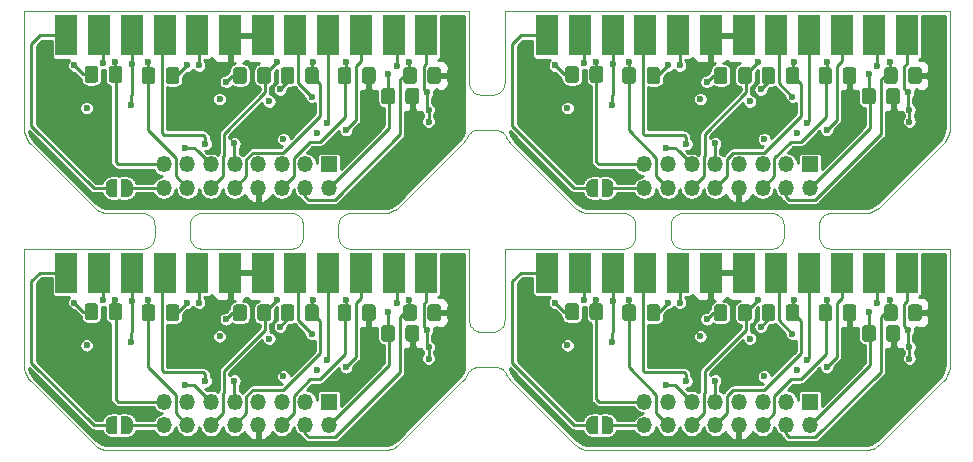
<source format=gbr>
G04 #@! TF.GenerationSoftware,KiCad,Pcbnew,5.1.5+dfsg1-2build2*
G04 #@! TF.CreationDate,2021-02-18T17:25:55-08:00*
G04 #@! TF.ProjectId,panel,70616e65-6c2e-46b6-9963-61645f706362,rev?*
G04 #@! TF.SameCoordinates,Original*
G04 #@! TF.FileFunction,Copper,L4,Bot*
G04 #@! TF.FilePolarity,Positive*
%FSLAX46Y46*%
G04 Gerber Fmt 4.6, Leading zero omitted, Abs format (unit mm)*
G04 Created by KiCad (PCBNEW 5.1.5+dfsg1-2build2) date 2021-02-18 17:25:55*
%MOMM*%
%LPD*%
G04 APERTURE LIST*
G04 #@! TA.AperFunction,Profile*
%ADD10C,0.100000*%
G04 #@! TD*
G04 #@! TA.AperFunction,SMDPad,CuDef*
%ADD11C,0.350000*%
G04 #@! TD*
G04 #@! TA.AperFunction,ComponentPad*
%ADD12R,1.350000X1.350000*%
G04 #@! TD*
G04 #@! TA.AperFunction,ComponentPad*
%ADD13O,1.350000X1.350000*%
G04 #@! TD*
G04 #@! TA.AperFunction,SMDPad,CuDef*
%ADD14R,1.846667X3.480000*%
G04 #@! TD*
G04 #@! TA.AperFunction,ViaPad*
%ADD15C,0.600000*%
G04 #@! TD*
G04 #@! TA.AperFunction,Conductor*
%ADD16C,0.250000*%
G04 #@! TD*
G04 #@! TA.AperFunction,Conductor*
%ADD17C,0.254000*%
G04 #@! TD*
G04 APERTURE END LIST*
D10*
X72644400Y-70082900D02*
X65059100Y-70082900D01*
X72741700Y-70078100D02*
X72644400Y-70082900D01*
X72837800Y-70063900D02*
X72741700Y-70078100D01*
X72932100Y-70040300D02*
X72837800Y-70063900D01*
X73023500Y-70007500D02*
X72932100Y-70040300D01*
X73111400Y-69966000D02*
X73023500Y-70007500D01*
X73194700Y-69916000D02*
X73111400Y-69966000D01*
X73272700Y-69858200D02*
X73194700Y-69916000D01*
X73344700Y-69792900D02*
X73272700Y-69858200D01*
X73410000Y-69720900D02*
X73344700Y-69792900D01*
X73467800Y-69642900D02*
X73410000Y-69720900D01*
X73517800Y-69559600D02*
X73467800Y-69642900D01*
X73559300Y-69471800D02*
X73517800Y-69559600D01*
X73592000Y-69380300D02*
X73559300Y-69471800D01*
X73615600Y-69286000D02*
X73592000Y-69380300D01*
X73629900Y-69189900D02*
X73615600Y-69286000D01*
X73634700Y-69092700D02*
X73629900Y-69189900D01*
X73634700Y-68074000D02*
X73634700Y-69092700D01*
X73629900Y-67976700D02*
X73634700Y-68074000D01*
X73615600Y-67880600D02*
X73629900Y-67976700D01*
X73592000Y-67786400D02*
X73615600Y-67880600D01*
X73559300Y-67694900D02*
X73592000Y-67786400D01*
X73517800Y-67607100D02*
X73559300Y-67694900D01*
X73467900Y-67523800D02*
X73517800Y-67607100D01*
X73410000Y-67445700D02*
X73467900Y-67523800D01*
X73344800Y-67373700D02*
X73410000Y-67445700D01*
X73272800Y-67308500D02*
X73344800Y-67373700D01*
X73194800Y-67250600D02*
X73272800Y-67308500D01*
X73111400Y-67200700D02*
X73194800Y-67250600D01*
X73023600Y-67159100D02*
X73111400Y-67200700D01*
X72932200Y-67126400D02*
X73023600Y-67159100D01*
X72837900Y-67102800D02*
X72932200Y-67126400D01*
X72741900Y-67088500D02*
X72837900Y-67102800D01*
X72644600Y-67083700D02*
X72741900Y-67088500D01*
X65059200Y-67082600D02*
X72644600Y-67083700D01*
X64961900Y-67087300D02*
X65059200Y-67082600D01*
X64865800Y-67101600D02*
X64961900Y-67087300D01*
X64771600Y-67125200D02*
X64865800Y-67101600D01*
X64680100Y-67157900D02*
X64771600Y-67125200D01*
X64592300Y-67199400D02*
X64680100Y-67157900D01*
X64508900Y-67249400D02*
X64592300Y-67199400D01*
X64430900Y-67307200D02*
X64508900Y-67249400D01*
X64358900Y-67372500D02*
X64430900Y-67307200D01*
X64293600Y-67444500D02*
X64358900Y-67372500D01*
X64235700Y-67522500D02*
X64293600Y-67444500D01*
X64185800Y-67605800D02*
X64235700Y-67522500D01*
X64144200Y-67693700D02*
X64185800Y-67605800D01*
X64111500Y-67785200D02*
X64144200Y-67693700D01*
X64087900Y-67879400D02*
X64111500Y-67785200D01*
X64073600Y-67975500D02*
X64087900Y-67879400D01*
X64068800Y-68072800D02*
X64073600Y-67975500D01*
X64068800Y-69092700D02*
X64068800Y-68072800D01*
X64073600Y-69189900D02*
X64068800Y-69092700D01*
X64087900Y-69286000D02*
X64073600Y-69189900D01*
X64111500Y-69380300D02*
X64087900Y-69286000D01*
X64144200Y-69471800D02*
X64111500Y-69380300D01*
X64185700Y-69559600D02*
X64144200Y-69471800D01*
X64235700Y-69642900D02*
X64185700Y-69559600D01*
X64293600Y-69720900D02*
X64235700Y-69642900D01*
X64358800Y-69792900D02*
X64293600Y-69720900D01*
X64430800Y-69858200D02*
X64358800Y-69792900D01*
X64508800Y-69916000D02*
X64430800Y-69858200D01*
X64592200Y-69966000D02*
X64508800Y-69916000D01*
X64680000Y-70007500D02*
X64592200Y-69966000D01*
X64771500Y-70040300D02*
X64680000Y-70007500D01*
X64865700Y-70063900D02*
X64771500Y-70040300D01*
X64961800Y-70078100D02*
X64865700Y-70063900D01*
X65059100Y-70082900D02*
X64961800Y-70078100D01*
X87488100Y-60734200D02*
X87533600Y-60632300D01*
X87381200Y-60919400D02*
X87488100Y-60734200D01*
X87255200Y-61092200D02*
X87381200Y-60919400D01*
X87107900Y-61254900D02*
X87255200Y-61092200D01*
X81868200Y-66494500D02*
X87107900Y-61254900D01*
X81718300Y-66630300D02*
X81868200Y-66494500D01*
X81560100Y-66747600D02*
X81718300Y-66630300D01*
X81402700Y-66842300D02*
X81560100Y-66747600D01*
X81380900Y-66853900D02*
X81402700Y-66842300D01*
X81214600Y-66932300D02*
X81380900Y-66853900D01*
X81041200Y-66994600D02*
X81214600Y-66932300D01*
X81017600Y-67001800D02*
X81041200Y-66994600D01*
X80839200Y-67046200D02*
X81017600Y-67001800D01*
X80645000Y-67075000D02*
X80839200Y-67046200D01*
X80442500Y-67084900D02*
X80645000Y-67075000D01*
X77627100Y-67084500D02*
X80442500Y-67084900D01*
X77529800Y-67089200D02*
X77627100Y-67084500D01*
X77433700Y-67103500D02*
X77529800Y-67089200D01*
X77339400Y-67127100D02*
X77433700Y-67103500D01*
X77247900Y-67159800D02*
X77339400Y-67127100D01*
X77160100Y-67201300D02*
X77247900Y-67159800D01*
X77076800Y-67251300D02*
X77160100Y-67201300D01*
X76998700Y-67309100D02*
X77076800Y-67251300D01*
X76926700Y-67374400D02*
X76998700Y-67309100D01*
X76861500Y-67446400D02*
X76926700Y-67374400D01*
X76803600Y-67524400D02*
X76861500Y-67446400D01*
X76753600Y-67607800D02*
X76803600Y-67524400D01*
X76712100Y-67695600D02*
X76753600Y-67607800D01*
X76679300Y-67787100D02*
X76712100Y-67695600D01*
X76655700Y-67881300D02*
X76679300Y-67787100D01*
X76641500Y-67977400D02*
X76655700Y-67881300D01*
X76636700Y-68074700D02*
X76641500Y-67977400D01*
X76636700Y-69092700D02*
X76636700Y-68074700D01*
X76641500Y-69189900D02*
X76636700Y-69092700D01*
X76655700Y-69286000D02*
X76641500Y-69189900D01*
X76679300Y-69380300D02*
X76655700Y-69286000D01*
X76712100Y-69471800D02*
X76679300Y-69380300D01*
X76753600Y-69559600D02*
X76712100Y-69471800D01*
X76803500Y-69642900D02*
X76753600Y-69559600D01*
X76861400Y-69720900D02*
X76803500Y-69642900D01*
X76926700Y-69792900D02*
X76861400Y-69720900D01*
X76998600Y-69858200D02*
X76926700Y-69792900D01*
X77076700Y-69916000D02*
X76998600Y-69858200D01*
X77160000Y-69966000D02*
X77076700Y-69916000D01*
X77247800Y-70007500D02*
X77160000Y-69966000D01*
X77339300Y-70040300D02*
X77247800Y-70007500D01*
X77433500Y-70063900D02*
X77339300Y-70040300D01*
X77529600Y-70078100D02*
X77433500Y-70063900D01*
X77626900Y-70082900D02*
X77529600Y-70078100D01*
X87686000Y-70082900D02*
X77626900Y-70082900D01*
X87694000Y-70084400D02*
X87686000Y-70082900D01*
X87698500Y-70089400D02*
X87694000Y-70084400D01*
X87699600Y-70096500D02*
X87698500Y-70089400D01*
X87702600Y-76135100D02*
X87699600Y-70096500D01*
X87707400Y-76232400D02*
X87702600Y-76135100D01*
X87721700Y-76328400D02*
X87707400Y-76232400D01*
X87745400Y-76422600D02*
X87721700Y-76328400D01*
X87778100Y-76514100D02*
X87745400Y-76422600D01*
X87819700Y-76601800D02*
X87778100Y-76514100D01*
X87869600Y-76685100D02*
X87819700Y-76601800D01*
X87927500Y-76763100D02*
X87869600Y-76685100D01*
X87992700Y-76835100D02*
X87927500Y-76763100D01*
X88064700Y-76900300D02*
X87992700Y-76835100D01*
X88142700Y-76958100D02*
X88064700Y-76900300D01*
X88226100Y-77008000D02*
X88142700Y-76958100D01*
X88313900Y-77049500D02*
X88226100Y-77008000D01*
X88405300Y-77082300D02*
X88313900Y-77049500D01*
X88499500Y-77105800D02*
X88405300Y-77082300D01*
X88595600Y-77120100D02*
X88499500Y-77105800D01*
X88692800Y-77124900D02*
X88595600Y-77120100D01*
X89712800Y-77124900D02*
X88692800Y-77124900D01*
X89810100Y-77120100D02*
X89712800Y-77124900D01*
X89906200Y-77105800D02*
X89810100Y-77120100D01*
X90000400Y-77082200D02*
X89906200Y-77105800D01*
X90091900Y-77049500D02*
X90000400Y-77082200D01*
X90179700Y-77008000D02*
X90091900Y-77049500D01*
X90263000Y-76958000D02*
X90179700Y-77008000D01*
X90341100Y-76900200D02*
X90263000Y-76958000D01*
X90413100Y-76834900D02*
X90341100Y-76900200D01*
X90478300Y-76763000D02*
X90413100Y-76834900D01*
X90536200Y-76685000D02*
X90478300Y-76763000D01*
X90586100Y-76601600D02*
X90536200Y-76685000D01*
X90627700Y-76513800D02*
X90586100Y-76601600D01*
X90660400Y-76422400D02*
X90627700Y-76513800D01*
X90684000Y-76328100D02*
X90660400Y-76422400D01*
X90698300Y-76232000D02*
X90684000Y-76328100D01*
X90703100Y-76134800D02*
X90698300Y-76232000D01*
X90704000Y-70096500D02*
X90703100Y-76134800D01*
X90705100Y-70089400D02*
X90704000Y-70096500D01*
X90708800Y-70084900D02*
X90705100Y-70089400D01*
X90717600Y-70082900D02*
X90708800Y-70084900D01*
X100780100Y-70082900D02*
X90717600Y-70082900D01*
X100877400Y-70078100D02*
X100780100Y-70082900D01*
X100973500Y-70063900D02*
X100877400Y-70078100D01*
X101067700Y-70040300D02*
X100973500Y-70063900D01*
X101159200Y-70007500D02*
X101067700Y-70040300D01*
X101247000Y-69966000D02*
X101159200Y-70007500D01*
X101330400Y-69916000D02*
X101247000Y-69966000D01*
X101408400Y-69858200D02*
X101330400Y-69916000D01*
X101480400Y-69792900D02*
X101408400Y-69858200D01*
X101545600Y-69720900D02*
X101480400Y-69792900D01*
X101603500Y-69642900D02*
X101545600Y-69720900D01*
X101653500Y-69559600D02*
X101603500Y-69642900D01*
X101695000Y-69471800D02*
X101653500Y-69559600D01*
X101727700Y-69380300D02*
X101695000Y-69471800D01*
X101751300Y-69286000D02*
X101727700Y-69380300D01*
X101765600Y-69189900D02*
X101751300Y-69286000D01*
X101770400Y-69092700D02*
X101765600Y-69189900D01*
X101770400Y-68072100D02*
X101770400Y-69092700D01*
X101765600Y-67974800D02*
X101770400Y-68072100D01*
X101751300Y-67878700D02*
X101765600Y-67974800D01*
X101727700Y-67784500D02*
X101751300Y-67878700D01*
X101695000Y-67693000D02*
X101727700Y-67784500D01*
X101653500Y-67605200D02*
X101695000Y-67693000D01*
X101603500Y-67521900D02*
X101653500Y-67605200D01*
X101545700Y-67443800D02*
X101603500Y-67521900D01*
X101480400Y-67371800D02*
X101545700Y-67443800D01*
X101408500Y-67306600D02*
X101480400Y-67371800D01*
X101330400Y-67248700D02*
X101408500Y-67306600D01*
X101247100Y-67198800D02*
X101330400Y-67248700D01*
X101159300Y-67157200D02*
X101247100Y-67198800D01*
X101067900Y-67124500D02*
X101159300Y-67157200D01*
X100973600Y-67100900D02*
X101067900Y-67124500D01*
X100877500Y-67086600D02*
X100973600Y-67100900D01*
X100780300Y-67081800D02*
X100877500Y-67086600D01*
X97956900Y-67081400D02*
X100780300Y-67081800D01*
X97725700Y-67068300D02*
X97956900Y-67081400D01*
X97504700Y-67030700D02*
X97725700Y-67068300D01*
X97289200Y-66968600D02*
X97504700Y-67030700D01*
X97082000Y-66882800D02*
X97289200Y-66968600D01*
X96885800Y-66774300D02*
X97082000Y-66882800D01*
X96702900Y-66644500D02*
X96885800Y-66774300D01*
X96530600Y-66490600D02*
X96702900Y-66644500D01*
X91289100Y-61251500D02*
X96530600Y-66490600D01*
X91157000Y-61105500D02*
X91289100Y-61251500D01*
X91040000Y-60947700D02*
X91157000Y-61105500D01*
X90939300Y-60779700D02*
X91040000Y-60947700D01*
X90858600Y-60609800D02*
X90939300Y-60779700D01*
X90810400Y-60520200D02*
X90858600Y-60609800D01*
X90753400Y-60436100D02*
X90810400Y-60520200D01*
X90688100Y-60358300D02*
X90753400Y-60436100D01*
X90615100Y-60287600D02*
X90688100Y-60358300D01*
X90535400Y-60224800D02*
X90615100Y-60287600D01*
X90449500Y-60170500D02*
X90535400Y-60224800D01*
X90358600Y-60125200D02*
X90449500Y-60170500D01*
X90263600Y-60089500D02*
X90358600Y-60125200D01*
X90165300Y-60063800D02*
X90263600Y-60089500D01*
X90065000Y-60048200D02*
X90165300Y-60063800D01*
X89963300Y-60043000D02*
X90065000Y-60048200D01*
X88439200Y-60043000D02*
X89963300Y-60043000D01*
X88343900Y-60047500D02*
X88439200Y-60043000D01*
X88249700Y-60061200D02*
X88343900Y-60047500D01*
X88157300Y-60083900D02*
X88249700Y-60061200D01*
X88067400Y-60115300D02*
X88157300Y-60083900D01*
X87981000Y-60155200D02*
X88067400Y-60115300D01*
X87898900Y-60203200D02*
X87981000Y-60155200D01*
X87821700Y-60258900D02*
X87898900Y-60203200D01*
X87750200Y-60321800D02*
X87821700Y-60258900D01*
X87685100Y-60391200D02*
X87750200Y-60321800D01*
X87627000Y-60466500D02*
X87685100Y-60391200D01*
X87576400Y-60547100D02*
X87627000Y-60466500D01*
X87533600Y-60632300D02*
X87576400Y-60547100D01*
X113348000Y-70082900D02*
X105762600Y-70082900D01*
X113445200Y-70078100D02*
X113348000Y-70082900D01*
X113541300Y-70063900D02*
X113445200Y-70078100D01*
X113635600Y-70040300D02*
X113541300Y-70063900D01*
X113727100Y-70007500D02*
X113635600Y-70040300D01*
X113814900Y-69966000D02*
X113727100Y-70007500D01*
X113898200Y-69916000D02*
X113814900Y-69966000D01*
X113976200Y-69858200D02*
X113898200Y-69916000D01*
X114048200Y-69792900D02*
X113976200Y-69858200D01*
X114113500Y-69720900D02*
X114048200Y-69792900D01*
X114171300Y-69642900D02*
X114113500Y-69720900D01*
X114221300Y-69559600D02*
X114171300Y-69642900D01*
X114262800Y-69471800D02*
X114221300Y-69559600D01*
X114295600Y-69380300D02*
X114262800Y-69471800D01*
X114319200Y-69286000D02*
X114295600Y-69380300D01*
X114333400Y-69189900D02*
X114319200Y-69286000D01*
X114338200Y-69092700D02*
X114333400Y-69189900D01*
X114338200Y-68074000D02*
X114338200Y-69092700D01*
X114333400Y-67976700D02*
X114338200Y-68074000D01*
X114319200Y-67880600D02*
X114333400Y-67976700D01*
X114295600Y-67786400D02*
X114319200Y-67880600D01*
X114262800Y-67694900D02*
X114295600Y-67786400D01*
X114221300Y-67607100D02*
X114262800Y-67694900D01*
X114171400Y-67523800D02*
X114221300Y-67607100D01*
X114113500Y-67445700D02*
X114171400Y-67523800D01*
X114048300Y-67373700D02*
X114113500Y-67445700D01*
X113976300Y-67308500D02*
X114048300Y-67373700D01*
X113898300Y-67250600D02*
X113976300Y-67308500D01*
X113815000Y-67200700D02*
X113898300Y-67250600D01*
X113727200Y-67159100D02*
X113815000Y-67200700D01*
X113635700Y-67126400D02*
X113727200Y-67159100D01*
X113541500Y-67102800D02*
X113635700Y-67126400D01*
X113445400Y-67088500D02*
X113541500Y-67102800D01*
X113348100Y-67083700D02*
X113445400Y-67088500D01*
X105762800Y-67082600D02*
X113348100Y-67083700D01*
X105665500Y-67087300D02*
X105762800Y-67082600D01*
X105569400Y-67101600D02*
X105665500Y-67087300D01*
X105475100Y-67125200D02*
X105569400Y-67101600D01*
X105383600Y-67157900D02*
X105475100Y-67125200D01*
X105295800Y-67199400D02*
X105383600Y-67157900D01*
X105212400Y-67249400D02*
X105295800Y-67199400D01*
X105134400Y-67307200D02*
X105212400Y-67249400D01*
X105062400Y-67372500D02*
X105134400Y-67307200D01*
X104997100Y-67444500D02*
X105062400Y-67372500D01*
X104939200Y-67522500D02*
X104997100Y-67444500D01*
X104889300Y-67605800D02*
X104939200Y-67522500D01*
X104847700Y-67693700D02*
X104889300Y-67605800D01*
X104815000Y-67785200D02*
X104847700Y-67693700D01*
X104791400Y-67879400D02*
X104815000Y-67785200D01*
X104777100Y-67975500D02*
X104791400Y-67879400D01*
X104772400Y-68072800D02*
X104777100Y-67975500D01*
X104772400Y-69092700D02*
X104772400Y-68072800D01*
X104777100Y-69189900D02*
X104772400Y-69092700D01*
X104791400Y-69286000D02*
X104777100Y-69189900D01*
X104815000Y-69380300D02*
X104791400Y-69286000D01*
X104847700Y-69471800D02*
X104815000Y-69380300D01*
X104889300Y-69559600D02*
X104847700Y-69471800D01*
X104939200Y-69642900D02*
X104889300Y-69559600D01*
X104997100Y-69720900D02*
X104939200Y-69642900D01*
X105062300Y-69792900D02*
X104997100Y-69720900D01*
X105134300Y-69858200D02*
X105062300Y-69792900D01*
X105212400Y-69916000D02*
X105134300Y-69858200D01*
X105295700Y-69966000D02*
X105212400Y-69916000D01*
X105383500Y-70007500D02*
X105295700Y-69966000D01*
X105475000Y-70040300D02*
X105383500Y-70007500D01*
X105569200Y-70063900D02*
X105475000Y-70040300D01*
X105665300Y-70078100D02*
X105569200Y-70063900D01*
X105762600Y-70082900D02*
X105665300Y-70078100D01*
X50001300Y-50006400D02*
X50000500Y-50011600D01*
X50003800Y-50002300D02*
X50001300Y-50006400D01*
X50007900Y-49999800D02*
X50003800Y-50002300D01*
X50014100Y-49999000D02*
X50007900Y-49999800D01*
X87691200Y-49999500D02*
X50014100Y-49999000D01*
X87697600Y-50003800D02*
X87691200Y-49999500D01*
X87699600Y-50012600D02*
X87697600Y-50003800D01*
X87702600Y-56051200D02*
X87699600Y-50012600D01*
X87707400Y-56148400D02*
X87702600Y-56051200D01*
X87721700Y-56244500D02*
X87707400Y-56148400D01*
X87745400Y-56338700D02*
X87721700Y-56244500D01*
X87778100Y-56430100D02*
X87745400Y-56338700D01*
X87819700Y-56517900D02*
X87778100Y-56430100D01*
X87869600Y-56601200D02*
X87819700Y-56517900D01*
X87927500Y-56679200D02*
X87869600Y-56601200D01*
X87992700Y-56751200D02*
X87927500Y-56679200D01*
X88064700Y-56816400D02*
X87992700Y-56751200D01*
X88142700Y-56874200D02*
X88064700Y-56816400D01*
X88226100Y-56924100D02*
X88142700Y-56874200D01*
X88313900Y-56965600D02*
X88226100Y-56924100D01*
X88405300Y-56998300D02*
X88313900Y-56965600D01*
X88499500Y-57021900D02*
X88405300Y-56998300D01*
X88595600Y-57036200D02*
X88499500Y-57021900D01*
X88692800Y-57041000D02*
X88595600Y-57036200D01*
X89712800Y-57041000D02*
X88692800Y-57041000D01*
X89810100Y-57036200D02*
X89712800Y-57041000D01*
X89906200Y-57021900D02*
X89810100Y-57036200D01*
X90000400Y-56998300D02*
X89906200Y-57021900D01*
X90091900Y-56965600D02*
X90000400Y-56998300D01*
X90179700Y-56924100D02*
X90091900Y-56965600D01*
X90263000Y-56874100D02*
X90179700Y-56924100D01*
X90341100Y-56816300D02*
X90263000Y-56874100D01*
X90413100Y-56751000D02*
X90341100Y-56816300D01*
X90478300Y-56679100D02*
X90413100Y-56751000D01*
X90536200Y-56601000D02*
X90478300Y-56679100D01*
X90586100Y-56517700D02*
X90536200Y-56601000D01*
X90627700Y-56429900D02*
X90586100Y-56517700D01*
X90660400Y-56338500D02*
X90627700Y-56429900D01*
X90684000Y-56244200D02*
X90660400Y-56338500D01*
X90698300Y-56148100D02*
X90684000Y-56244200D01*
X90703100Y-56050900D02*
X90698300Y-56148100D01*
X90704000Y-50012600D02*
X90703100Y-56050900D01*
X90706000Y-50003800D02*
X90704000Y-50012600D01*
X90712400Y-49999500D02*
X90706000Y-50003800D01*
X128389500Y-49999000D02*
X90712400Y-49999500D01*
X128396600Y-50000100D02*
X128389500Y-49999000D01*
X128401600Y-50004600D02*
X128396600Y-50000100D01*
X128403100Y-50012600D02*
X128401600Y-50004600D01*
X128407700Y-59912500D02*
X128403100Y-50012600D01*
X128386800Y-60125800D02*
X128407700Y-59912500D01*
X128346700Y-60321800D02*
X128386800Y-60125800D01*
X128339900Y-60347700D02*
X128346700Y-60321800D01*
X128278400Y-60538200D02*
X128339900Y-60347700D01*
X128197500Y-60721900D02*
X128278400Y-60538200D01*
X128185400Y-60745700D02*
X128197500Y-60721900D01*
X128091700Y-60908000D02*
X128185400Y-60745700D01*
X128077300Y-60930100D02*
X128091700Y-60908000D01*
X127959100Y-61091700D02*
X128077300Y-60930100D01*
X127811300Y-61254900D02*
X127959100Y-61091700D01*
X122571700Y-66494500D02*
X127811300Y-61254900D01*
X122421800Y-66630300D02*
X122571700Y-66494500D01*
X122263700Y-66747600D02*
X122421800Y-66630300D01*
X122106200Y-66842300D02*
X122263700Y-66747600D01*
X122084400Y-66853900D02*
X122106200Y-66842300D01*
X121918100Y-66932300D02*
X122084400Y-66853900D01*
X121744700Y-66994600D02*
X121918100Y-66932300D01*
X121721100Y-67001800D02*
X121744700Y-66994600D01*
X121542700Y-67046200D02*
X121721100Y-67001800D01*
X121348000Y-67075000D02*
X121542700Y-67046200D01*
X121146000Y-67084900D02*
X121348000Y-67075000D01*
X118330600Y-67084500D02*
X121146000Y-67084900D01*
X118233300Y-67089200D02*
X118330600Y-67084500D01*
X118137200Y-67103500D02*
X118233300Y-67089200D01*
X118042900Y-67127100D02*
X118137200Y-67103500D01*
X117951500Y-67159800D02*
X118042900Y-67127100D01*
X117863600Y-67201300D02*
X117951500Y-67159800D01*
X117780300Y-67251300D02*
X117863600Y-67201300D01*
X117702200Y-67309100D02*
X117780300Y-67251300D01*
X117630200Y-67374400D02*
X117702200Y-67309100D01*
X117565000Y-67446400D02*
X117630200Y-67374400D01*
X117507100Y-67524400D02*
X117565000Y-67446400D01*
X117457100Y-67607800D02*
X117507100Y-67524400D01*
X117415600Y-67695600D02*
X117457100Y-67607800D01*
X117382800Y-67787100D02*
X117415600Y-67695600D01*
X117359200Y-67881300D02*
X117382800Y-67787100D01*
X117345000Y-67977400D02*
X117359200Y-67881300D01*
X117340200Y-68074700D02*
X117345000Y-67977400D01*
X117340200Y-69092700D02*
X117340200Y-68074700D01*
X117345000Y-69189900D02*
X117340200Y-69092700D01*
X117359200Y-69286000D02*
X117345000Y-69189900D01*
X117382800Y-69380300D02*
X117359200Y-69286000D01*
X117415600Y-69471800D02*
X117382800Y-69380300D01*
X117457100Y-69559600D02*
X117415600Y-69471800D01*
X117507100Y-69642900D02*
X117457100Y-69559600D01*
X117564900Y-69720900D02*
X117507100Y-69642900D01*
X117630200Y-69792900D02*
X117564900Y-69720900D01*
X117702200Y-69858200D02*
X117630200Y-69792900D01*
X117780200Y-69916000D02*
X117702200Y-69858200D01*
X117863500Y-69966000D02*
X117780200Y-69916000D01*
X117951300Y-70007500D02*
X117863500Y-69966000D01*
X118042800Y-70040300D02*
X117951300Y-70007500D01*
X118137100Y-70063900D02*
X118042800Y-70040300D01*
X118233200Y-70078100D02*
X118137100Y-70063900D01*
X118330400Y-70082900D02*
X118233200Y-70078100D01*
X128389500Y-70082900D02*
X118330400Y-70082900D01*
X128396600Y-70084000D02*
X128389500Y-70082900D01*
X128400500Y-70086900D02*
X128396600Y-70084000D01*
X128403100Y-70096500D02*
X128400500Y-70086900D01*
X128408000Y-79984300D02*
X128403100Y-70096500D01*
X128406800Y-80008900D02*
X128408000Y-79984300D01*
X128388500Y-80196100D02*
X128406800Y-80008900D01*
X128384500Y-80222500D02*
X128388500Y-80196100D01*
X128343500Y-80419100D02*
X128384500Y-80222500D01*
X128278200Y-80622600D02*
X128343500Y-80419100D01*
X128191800Y-80817700D02*
X128278200Y-80622600D01*
X128085000Y-81002900D02*
X128191800Y-80817700D01*
X127959100Y-81175700D02*
X128085000Y-81002900D01*
X127815500Y-81334500D02*
X127959100Y-81175700D01*
X122567200Y-86582800D02*
X127815500Y-81334500D01*
X122421400Y-86714600D02*
X122567200Y-86582800D01*
X122264100Y-86831200D02*
X122421400Y-86714600D01*
X122095600Y-86932200D02*
X122264100Y-86831200D01*
X121929200Y-87011300D02*
X122095600Y-86932200D01*
X121906400Y-87020700D02*
X121929200Y-87011300D01*
X121744700Y-87078500D02*
X121906400Y-87020700D01*
X121721100Y-87085700D02*
X121744700Y-87078500D01*
X121542300Y-87130200D02*
X121721100Y-87085700D01*
X121348000Y-87158900D02*
X121542300Y-87130200D01*
X121146000Y-87168800D02*
X121348000Y-87158900D01*
X97956900Y-87165300D02*
X121146000Y-87168800D01*
X97726300Y-87152300D02*
X97956900Y-87165300D01*
X97505200Y-87114800D02*
X97726300Y-87152300D01*
X97289200Y-87052500D02*
X97505200Y-87114800D01*
X97095200Y-86972600D02*
X97289200Y-87052500D01*
X97069800Y-86960400D02*
X97095200Y-86972600D01*
X96886200Y-86858500D02*
X97069800Y-86960400D01*
X96714400Y-86737100D02*
X96886200Y-86858500D01*
X96692400Y-86719600D02*
X96714400Y-86737100D01*
X96535800Y-86579500D02*
X96692400Y-86719600D01*
X91289100Y-81335400D02*
X96535800Y-86579500D01*
X91157000Y-81189400D02*
X91289100Y-81335400D01*
X91040300Y-81032100D02*
X91157000Y-81189400D01*
X90939300Y-80863600D02*
X91040300Y-81032100D01*
X90858600Y-80693800D02*
X90939300Y-80863600D01*
X90810400Y-80604100D02*
X90858600Y-80693800D01*
X90753400Y-80520000D02*
X90810400Y-80604100D01*
X90688100Y-80442200D02*
X90753400Y-80520000D01*
X90615100Y-80371600D02*
X90688100Y-80442200D01*
X90535400Y-80308700D02*
X90615100Y-80371600D01*
X90449500Y-80254400D02*
X90535400Y-80308700D01*
X90358600Y-80209100D02*
X90449500Y-80254400D01*
X90263600Y-80173400D02*
X90358600Y-80209100D01*
X90165300Y-80147700D02*
X90263600Y-80173400D01*
X90065000Y-80132100D02*
X90165300Y-80147700D01*
X89963300Y-80126900D02*
X90065000Y-80132100D01*
X88439200Y-80126900D02*
X89963300Y-80126900D01*
X88343900Y-80131500D02*
X88439200Y-80126900D01*
X88249700Y-80145100D02*
X88343900Y-80131500D01*
X88157300Y-80167800D02*
X88249700Y-80145100D01*
X88067400Y-80199200D02*
X88157300Y-80167800D01*
X87981000Y-80239100D02*
X88067400Y-80199200D01*
X87898900Y-80287100D02*
X87981000Y-80239100D01*
X87821700Y-80342800D02*
X87898900Y-80287100D01*
X87750200Y-80405700D02*
X87821700Y-80342800D01*
X87685100Y-80475100D02*
X87750200Y-80405700D01*
X87627000Y-80550400D02*
X87685100Y-80475100D01*
X87576400Y-80631000D02*
X87627000Y-80550400D01*
X87533600Y-80716300D02*
X87576400Y-80631000D01*
X87488100Y-80818100D02*
X87533600Y-80716300D01*
X87381200Y-81003300D02*
X87488100Y-80818100D01*
X87255600Y-81175700D02*
X87381200Y-81003300D01*
X87112000Y-81334500D02*
X87255600Y-81175700D01*
X81863800Y-86582600D02*
X87112000Y-81334500D01*
X81718300Y-86714300D02*
X81863800Y-86582600D01*
X81570500Y-86824300D02*
X81718300Y-86714300D01*
X81550000Y-86838000D02*
X81570500Y-86824300D01*
X81391700Y-86932400D02*
X81550000Y-86838000D01*
X81214600Y-87016200D02*
X81391700Y-86932400D01*
X81041200Y-87078500D02*
X81214600Y-87016200D01*
X81017600Y-87085700D02*
X81041200Y-87078500D01*
X80839200Y-87130100D02*
X81017600Y-87085700D01*
X80644500Y-87158900D02*
X80839200Y-87130100D01*
X80442500Y-87168800D02*
X80644500Y-87158900D01*
X57253400Y-87165300D02*
X80442500Y-87168800D01*
X57022800Y-87152300D02*
X57253400Y-87165300D01*
X56815300Y-87117500D02*
X57022800Y-87152300D01*
X56787800Y-87111200D02*
X56815300Y-87117500D01*
X56599400Y-87056900D02*
X56787800Y-87111200D01*
X56573100Y-87047700D02*
X56599400Y-87056900D01*
X56378500Y-86966700D02*
X56573100Y-87047700D01*
X56182200Y-86858200D02*
X56378500Y-86966700D01*
X55999400Y-86728400D02*
X56182200Y-86858200D01*
X55827100Y-86574600D02*
X55999400Y-86728400D01*
X50585500Y-81335400D02*
X55827100Y-86574600D01*
X50453500Y-81189400D02*
X50585500Y-81335400D01*
X50336500Y-81031700D02*
X50453500Y-81189400D01*
X50235500Y-80863200D02*
X50336500Y-81031700D01*
X50151500Y-80685600D02*
X50235500Y-80863200D01*
X50085500Y-80501100D02*
X50151500Y-80685600D01*
X50037800Y-80310500D02*
X50085500Y-80501100D01*
X50008900Y-80116200D02*
X50037800Y-80310500D01*
X49999100Y-79919700D02*
X50008900Y-80116200D01*
X50001000Y-70091300D02*
X49999100Y-79919700D01*
X50005300Y-70084900D02*
X50001000Y-70091300D01*
X50014100Y-70082900D02*
X50005300Y-70084900D01*
X60076600Y-70082900D02*
X50014100Y-70082900D01*
X60173900Y-70078100D02*
X60076600Y-70082900D01*
X60270000Y-70063900D02*
X60173900Y-70078100D01*
X60364200Y-70040300D02*
X60270000Y-70063900D01*
X60455700Y-70007500D02*
X60364200Y-70040300D01*
X60543500Y-69966000D02*
X60455700Y-70007500D01*
X60626800Y-69916000D02*
X60543500Y-69966000D01*
X60704900Y-69858200D02*
X60626800Y-69916000D01*
X60776900Y-69792900D02*
X60704900Y-69858200D01*
X60842100Y-69720900D02*
X60776900Y-69792900D01*
X60900000Y-69642900D02*
X60842100Y-69720900D01*
X60949900Y-69559600D02*
X60900000Y-69642900D01*
X60991500Y-69471800D02*
X60949900Y-69559600D01*
X61024200Y-69380300D02*
X60991500Y-69471800D01*
X61047800Y-69286000D02*
X61024200Y-69380300D01*
X61062100Y-69189900D02*
X61047800Y-69286000D01*
X61066800Y-69092700D02*
X61062100Y-69189900D01*
X61066800Y-68072100D02*
X61066800Y-69092700D01*
X61062100Y-67974800D02*
X61066800Y-68072100D01*
X61047800Y-67878700D02*
X61062100Y-67974800D01*
X61024200Y-67784500D02*
X61047800Y-67878700D01*
X60991500Y-67693000D02*
X61024200Y-67784500D01*
X60950000Y-67605200D02*
X60991500Y-67693000D01*
X60900000Y-67521900D02*
X60950000Y-67605200D01*
X60842200Y-67443800D02*
X60900000Y-67521900D01*
X60776900Y-67371800D02*
X60842200Y-67443800D01*
X60704900Y-67306600D02*
X60776900Y-67371800D01*
X60626900Y-67248700D02*
X60704900Y-67306600D01*
X60543600Y-67198800D02*
X60626900Y-67248700D01*
X60455800Y-67157200D02*
X60543600Y-67198800D01*
X60364300Y-67124500D02*
X60455800Y-67157200D01*
X60270100Y-67100900D02*
X60364300Y-67124500D01*
X60174000Y-67086600D02*
X60270100Y-67100900D01*
X60076700Y-67081800D02*
X60174000Y-67086600D01*
X57253400Y-67081400D02*
X60076700Y-67081800D01*
X57036300Y-67069600D02*
X57253400Y-67081400D01*
X57008600Y-67066400D02*
X57036300Y-67069600D01*
X56801700Y-67030900D02*
X57008600Y-67066400D01*
X56586200Y-66968800D02*
X56801700Y-67030900D01*
X56379000Y-66883000D02*
X56586200Y-66968800D01*
X56182200Y-66774300D02*
X56379000Y-66883000D01*
X55999400Y-66644500D02*
X56182200Y-66774300D01*
X55827100Y-66490700D02*
X55999400Y-66644500D01*
X50589800Y-61255800D02*
X55827100Y-66490700D01*
X50453500Y-61105500D02*
X50589800Y-61255800D01*
X50343800Y-60958100D02*
X50453500Y-61105500D01*
X50330200Y-60937800D02*
X50343800Y-60958100D01*
X50235700Y-60779700D02*
X50330200Y-60937800D01*
X50156600Y-60613200D02*
X50235700Y-60779700D01*
X50147200Y-60590400D02*
X50156600Y-60613200D01*
X50085400Y-60416700D02*
X50147200Y-60590400D01*
X50040400Y-60238500D02*
X50085400Y-60416700D01*
X50035600Y-60214300D02*
X50040400Y-60238500D01*
X50008900Y-60031800D02*
X50035600Y-60214300D01*
X49999100Y-59836000D02*
X50008900Y-60031800D01*
X50000500Y-50011600D02*
X49999100Y-59836000D01*
G04 #@! TA.AperFunction,SMDPad,CuDef*
D11*
G04 #@! TO.P,JP7,1*
G04 #@! TO.N,Board_4-+12V*
G36*
X98928122Y-84287911D02*
G01*
X99428122Y-84287911D01*
X99428122Y-84288513D01*
X99452656Y-84288513D01*
X99501487Y-84293323D01*
X99549612Y-84302895D01*
X99596567Y-84317139D01*
X99641900Y-84335916D01*
X99685173Y-84359047D01*
X99725972Y-84386307D01*
X99763901Y-84417435D01*
X99798598Y-84452132D01*
X99829726Y-84490061D01*
X99856986Y-84530860D01*
X99880117Y-84574133D01*
X99898894Y-84619466D01*
X99913138Y-84666421D01*
X99922710Y-84714546D01*
X99927520Y-84763377D01*
X99927520Y-84787911D01*
X99928122Y-84787911D01*
X99928122Y-85287911D01*
X99927520Y-85287911D01*
X99927520Y-85312445D01*
X99922710Y-85361276D01*
X99913138Y-85409401D01*
X99898894Y-85456356D01*
X99880117Y-85501689D01*
X99856986Y-85544962D01*
X99829726Y-85585761D01*
X99798598Y-85623690D01*
X99763901Y-85658387D01*
X99725972Y-85689515D01*
X99685173Y-85716775D01*
X99641900Y-85739906D01*
X99596567Y-85758683D01*
X99549612Y-85772927D01*
X99501487Y-85782499D01*
X99452656Y-85787309D01*
X99428122Y-85787309D01*
X99428122Y-85787911D01*
X98928122Y-85787911D01*
X98928122Y-84287911D01*
G37*
G04 #@! TD.AperFunction*
G04 #@! TA.AperFunction,SMDPad,CuDef*
G04 #@! TO.P,JP7,2*
G04 #@! TO.N,Board_4-/VDD_6DB*
G36*
X98128122Y-85787309D02*
G01*
X98103588Y-85787309D01*
X98054757Y-85782499D01*
X98006632Y-85772927D01*
X97959677Y-85758683D01*
X97914344Y-85739906D01*
X97871071Y-85716775D01*
X97830272Y-85689515D01*
X97792343Y-85658387D01*
X97757646Y-85623690D01*
X97726518Y-85585761D01*
X97699258Y-85544962D01*
X97676127Y-85501689D01*
X97657350Y-85456356D01*
X97643106Y-85409401D01*
X97633534Y-85361276D01*
X97628724Y-85312445D01*
X97628724Y-85287911D01*
X97628122Y-85287911D01*
X97628122Y-84787911D01*
X97628724Y-84787911D01*
X97628724Y-84763377D01*
X97633534Y-84714546D01*
X97643106Y-84666421D01*
X97657350Y-84619466D01*
X97676127Y-84574133D01*
X97699258Y-84530860D01*
X97726518Y-84490061D01*
X97757646Y-84452132D01*
X97792343Y-84417435D01*
X97830272Y-84386307D01*
X97871071Y-84359047D01*
X97914344Y-84335916D01*
X97959677Y-84317139D01*
X98006632Y-84302895D01*
X98054757Y-84293323D01*
X98103588Y-84288513D01*
X98128122Y-84288513D01*
X98128122Y-84287911D01*
X98628122Y-84287911D01*
X98628122Y-85787911D01*
X98128122Y-85787911D01*
X98128122Y-85787309D01*
G37*
G04 #@! TD.AperFunction*
G04 #@! TD*
D12*
G04 #@! TO.P,J1,1*
G04 #@! TO.N,Board_4-/PTT*
X116551022Y-83037911D03*
D13*
G04 #@! TO.P,J1,2*
G04 #@! TO.N,Board_4-/GPIO2*
X116551022Y-85037911D03*
G04 #@! TO.P,J1,3*
G04 #@! TO.N,Board_4-+5V*
X114551022Y-83037911D03*
G04 #@! TO.P,J1,4*
G04 #@! TO.N,Board_4-/GPIO1*
X114551022Y-85037911D03*
G04 #@! TO.P,J1,5*
G04 #@! TO.N,Board_4-/CTCSS_DET*
X112551022Y-83037911D03*
G04 #@! TO.P,J1,6*
G04 #@! TO.N,Board_4-/GPIO4*
X112551022Y-85037911D03*
G04 #@! TO.P,J1,7*
G04 #@! TO.N,Board_4-/LEFT_OUT*
X110551022Y-83037911D03*
G04 #@! TO.P,J1,8*
G04 #@! TO.N,Board_4-GND*
X110551022Y-85037911D03*
G04 #@! TO.P,J1,9*
G04 #@! TO.N,Board_4-/COR_DET*
X108551022Y-83037911D03*
G04 #@! TO.P,J1,10*
G04 #@! TO.N,Board_4-/GPIO5*
X108551022Y-85037911D03*
G04 #@! TO.P,J1,11*
G04 #@! TO.N,Board_4-/AUDIO_OUT*
X106551022Y-83037911D03*
G04 #@! TO.P,J1,12*
G04 #@! TO.N,Board_4-/GPIO6*
X106551022Y-85037911D03*
G04 #@! TO.P,J1,13*
G04 #@! TO.N,Board_4-/MIC*
X104551022Y-83037911D03*
G04 #@! TO.P,J1,14*
G04 #@! TO.N,Board_4-/GPIO7*
X104551022Y-85037911D03*
G04 #@! TO.P,J1,15*
G04 #@! TO.N,Board_4-/GPIO8*
X102551022Y-83037911D03*
G04 #@! TO.P,J1,16*
G04 #@! TO.N,Board_4-+12V*
X102551022Y-85037911D03*
G04 #@! TD*
G04 #@! TA.AperFunction,SMDPad,CuDef*
D11*
G04 #@! TO.P,R1,1*
G04 #@! TO.N,Board_4-+5V*
G36*
X96770527Y-74719115D02*
G01*
X96794795Y-74722715D01*
X96818594Y-74728676D01*
X96841693Y-74736941D01*
X96863872Y-74747431D01*
X96884915Y-74760043D01*
X96904621Y-74774658D01*
X96922799Y-74791134D01*
X96939275Y-74809312D01*
X96953890Y-74829018D01*
X96966502Y-74850061D01*
X96976992Y-74872240D01*
X96985257Y-74895339D01*
X96991218Y-74919138D01*
X96994818Y-74943406D01*
X96996022Y-74967910D01*
X96996022Y-75867912D01*
X96994818Y-75892416D01*
X96991218Y-75916684D01*
X96985257Y-75940483D01*
X96976992Y-75963582D01*
X96966502Y-75985761D01*
X96953890Y-76006804D01*
X96939275Y-76026510D01*
X96922799Y-76044688D01*
X96904621Y-76061164D01*
X96884915Y-76075779D01*
X96863872Y-76088391D01*
X96841693Y-76098881D01*
X96818594Y-76107146D01*
X96794795Y-76113107D01*
X96770527Y-76116707D01*
X96746023Y-76117911D01*
X96096021Y-76117911D01*
X96071517Y-76116707D01*
X96047249Y-76113107D01*
X96023450Y-76107146D01*
X96000351Y-76098881D01*
X95978172Y-76088391D01*
X95957129Y-76075779D01*
X95937423Y-76061164D01*
X95919245Y-76044688D01*
X95902769Y-76026510D01*
X95888154Y-76006804D01*
X95875542Y-75985761D01*
X95865052Y-75963582D01*
X95856787Y-75940483D01*
X95850826Y-75916684D01*
X95847226Y-75892416D01*
X95846022Y-75867912D01*
X95846022Y-74967910D01*
X95847226Y-74943406D01*
X95850826Y-74919138D01*
X95856787Y-74895339D01*
X95865052Y-74872240D01*
X95875542Y-74850061D01*
X95888154Y-74829018D01*
X95902769Y-74809312D01*
X95919245Y-74791134D01*
X95937423Y-74774658D01*
X95957129Y-74760043D01*
X95978172Y-74747431D01*
X96000351Y-74736941D01*
X96023450Y-74728676D01*
X96047249Y-74722715D01*
X96071517Y-74719115D01*
X96096021Y-74717911D01*
X96746023Y-74717911D01*
X96770527Y-74719115D01*
G37*
G04 #@! TD.AperFunction*
G04 #@! TA.AperFunction,SMDPad,CuDef*
G04 #@! TO.P,R1,2*
G04 #@! TO.N,Board_4-/GPIO8*
G36*
X98820527Y-74719115D02*
G01*
X98844795Y-74722715D01*
X98868594Y-74728676D01*
X98891693Y-74736941D01*
X98913872Y-74747431D01*
X98934915Y-74760043D01*
X98954621Y-74774658D01*
X98972799Y-74791134D01*
X98989275Y-74809312D01*
X99003890Y-74829018D01*
X99016502Y-74850061D01*
X99026992Y-74872240D01*
X99035257Y-74895339D01*
X99041218Y-74919138D01*
X99044818Y-74943406D01*
X99046022Y-74967910D01*
X99046022Y-75867912D01*
X99044818Y-75892416D01*
X99041218Y-75916684D01*
X99035257Y-75940483D01*
X99026992Y-75963582D01*
X99016502Y-75985761D01*
X99003890Y-76006804D01*
X98989275Y-76026510D01*
X98972799Y-76044688D01*
X98954621Y-76061164D01*
X98934915Y-76075779D01*
X98913872Y-76088391D01*
X98891693Y-76098881D01*
X98868594Y-76107146D01*
X98844795Y-76113107D01*
X98820527Y-76116707D01*
X98796023Y-76117911D01*
X98146021Y-76117911D01*
X98121517Y-76116707D01*
X98097249Y-76113107D01*
X98073450Y-76107146D01*
X98050351Y-76098881D01*
X98028172Y-76088391D01*
X98007129Y-76075779D01*
X97987423Y-76061164D01*
X97969245Y-76044688D01*
X97952769Y-76026510D01*
X97938154Y-76006804D01*
X97925542Y-75985761D01*
X97915052Y-75963582D01*
X97906787Y-75940483D01*
X97900826Y-75916684D01*
X97897226Y-75892416D01*
X97896022Y-75867912D01*
X97896022Y-74967910D01*
X97897226Y-74943406D01*
X97900826Y-74919138D01*
X97906787Y-74895339D01*
X97915052Y-74872240D01*
X97925542Y-74850061D01*
X97938154Y-74829018D01*
X97952769Y-74809312D01*
X97969245Y-74791134D01*
X97987423Y-74774658D01*
X98007129Y-74760043D01*
X98028172Y-74747431D01*
X98050351Y-74736941D01*
X98073450Y-74728676D01*
X98097249Y-74722715D01*
X98121517Y-74719115D01*
X98146021Y-74717911D01*
X98796023Y-74717911D01*
X98820527Y-74719115D01*
G37*
G04 #@! TD.AperFunction*
G04 #@! TD*
G04 #@! TA.AperFunction,SMDPad,CuDef*
G04 #@! TO.P,R2,1*
G04 #@! TO.N,Board_4-/GPIO1*
G36*
X123750527Y-74809115D02*
G01*
X123774795Y-74812715D01*
X123798594Y-74818676D01*
X123821693Y-74826941D01*
X123843872Y-74837431D01*
X123864915Y-74850043D01*
X123884621Y-74864658D01*
X123902799Y-74881134D01*
X123919275Y-74899312D01*
X123933890Y-74919018D01*
X123946502Y-74940061D01*
X123956992Y-74962240D01*
X123965257Y-74985339D01*
X123971218Y-75009138D01*
X123974818Y-75033406D01*
X123976022Y-75057910D01*
X123976022Y-75957912D01*
X123974818Y-75982416D01*
X123971218Y-76006684D01*
X123965257Y-76030483D01*
X123956992Y-76053582D01*
X123946502Y-76075761D01*
X123933890Y-76096804D01*
X123919275Y-76116510D01*
X123902799Y-76134688D01*
X123884621Y-76151164D01*
X123864915Y-76165779D01*
X123843872Y-76178391D01*
X123821693Y-76188881D01*
X123798594Y-76197146D01*
X123774795Y-76203107D01*
X123750527Y-76206707D01*
X123726023Y-76207911D01*
X123076021Y-76207911D01*
X123051517Y-76206707D01*
X123027249Y-76203107D01*
X123003450Y-76197146D01*
X122980351Y-76188881D01*
X122958172Y-76178391D01*
X122937129Y-76165779D01*
X122917423Y-76151164D01*
X122899245Y-76134688D01*
X122882769Y-76116510D01*
X122868154Y-76096804D01*
X122855542Y-76075761D01*
X122845052Y-76053582D01*
X122836787Y-76030483D01*
X122830826Y-76006684D01*
X122827226Y-75982416D01*
X122826022Y-75957912D01*
X122826022Y-75057910D01*
X122827226Y-75033406D01*
X122830826Y-75009138D01*
X122836787Y-74985339D01*
X122845052Y-74962240D01*
X122855542Y-74940061D01*
X122868154Y-74919018D01*
X122882769Y-74899312D01*
X122899245Y-74881134D01*
X122917423Y-74864658D01*
X122937129Y-74850043D01*
X122958172Y-74837431D01*
X122980351Y-74826941D01*
X123003450Y-74818676D01*
X123027249Y-74812715D01*
X123051517Y-74809115D01*
X123076021Y-74807911D01*
X123726023Y-74807911D01*
X123750527Y-74809115D01*
G37*
G04 #@! TD.AperFunction*
G04 #@! TA.AperFunction,SMDPad,CuDef*
G04 #@! TO.P,R2,2*
G04 #@! TO.N,Board_4-GND*
G36*
X125800527Y-74809115D02*
G01*
X125824795Y-74812715D01*
X125848594Y-74818676D01*
X125871693Y-74826941D01*
X125893872Y-74837431D01*
X125914915Y-74850043D01*
X125934621Y-74864658D01*
X125952799Y-74881134D01*
X125969275Y-74899312D01*
X125983890Y-74919018D01*
X125996502Y-74940061D01*
X126006992Y-74962240D01*
X126015257Y-74985339D01*
X126021218Y-75009138D01*
X126024818Y-75033406D01*
X126026022Y-75057910D01*
X126026022Y-75957912D01*
X126024818Y-75982416D01*
X126021218Y-76006684D01*
X126015257Y-76030483D01*
X126006992Y-76053582D01*
X125996502Y-76075761D01*
X125983890Y-76096804D01*
X125969275Y-76116510D01*
X125952799Y-76134688D01*
X125934621Y-76151164D01*
X125914915Y-76165779D01*
X125893872Y-76178391D01*
X125871693Y-76188881D01*
X125848594Y-76197146D01*
X125824795Y-76203107D01*
X125800527Y-76206707D01*
X125776023Y-76207911D01*
X125126021Y-76207911D01*
X125101517Y-76206707D01*
X125077249Y-76203107D01*
X125053450Y-76197146D01*
X125030351Y-76188881D01*
X125008172Y-76178391D01*
X124987129Y-76165779D01*
X124967423Y-76151164D01*
X124949245Y-76134688D01*
X124932769Y-76116510D01*
X124918154Y-76096804D01*
X124905542Y-76075761D01*
X124895052Y-76053582D01*
X124886787Y-76030483D01*
X124880826Y-76006684D01*
X124877226Y-75982416D01*
X124876022Y-75957912D01*
X124876022Y-75057910D01*
X124877226Y-75033406D01*
X124880826Y-75009138D01*
X124886787Y-74985339D01*
X124895052Y-74962240D01*
X124905542Y-74940061D01*
X124918154Y-74919018D01*
X124932769Y-74899312D01*
X124949245Y-74881134D01*
X124967423Y-74864658D01*
X124987129Y-74850043D01*
X125008172Y-74837431D01*
X125030351Y-74826941D01*
X125053450Y-74818676D01*
X125077249Y-74812715D01*
X125101517Y-74809115D01*
X125126021Y-74807911D01*
X125776023Y-74807911D01*
X125800527Y-74809115D01*
G37*
G04 #@! TD.AperFunction*
G04 #@! TD*
G04 #@! TA.AperFunction,SMDPad,CuDef*
G04 #@! TO.P,R3,1*
G04 #@! TO.N,Board_4-+5V*
G36*
X103652627Y-74809115D02*
G01*
X103676895Y-74812715D01*
X103700694Y-74818676D01*
X103723793Y-74826941D01*
X103745972Y-74837431D01*
X103767015Y-74850043D01*
X103786721Y-74864658D01*
X103804899Y-74881134D01*
X103821375Y-74899312D01*
X103835990Y-74919018D01*
X103848602Y-74940061D01*
X103859092Y-74962240D01*
X103867357Y-74985339D01*
X103873318Y-75009138D01*
X103876918Y-75033406D01*
X103878122Y-75057910D01*
X103878122Y-75957912D01*
X103876918Y-75982416D01*
X103873318Y-76006684D01*
X103867357Y-76030483D01*
X103859092Y-76053582D01*
X103848602Y-76075761D01*
X103835990Y-76096804D01*
X103821375Y-76116510D01*
X103804899Y-76134688D01*
X103786721Y-76151164D01*
X103767015Y-76165779D01*
X103745972Y-76178391D01*
X103723793Y-76188881D01*
X103700694Y-76197146D01*
X103676895Y-76203107D01*
X103652627Y-76206707D01*
X103628123Y-76207911D01*
X102978121Y-76207911D01*
X102953617Y-76206707D01*
X102929349Y-76203107D01*
X102905550Y-76197146D01*
X102882451Y-76188881D01*
X102860272Y-76178391D01*
X102839229Y-76165779D01*
X102819523Y-76151164D01*
X102801345Y-76134688D01*
X102784869Y-76116510D01*
X102770254Y-76096804D01*
X102757642Y-76075761D01*
X102747152Y-76053582D01*
X102738887Y-76030483D01*
X102732926Y-76006684D01*
X102729326Y-75982416D01*
X102728122Y-75957912D01*
X102728122Y-75057910D01*
X102729326Y-75033406D01*
X102732926Y-75009138D01*
X102738887Y-74985339D01*
X102747152Y-74962240D01*
X102757642Y-74940061D01*
X102770254Y-74919018D01*
X102784869Y-74899312D01*
X102801345Y-74881134D01*
X102819523Y-74864658D01*
X102839229Y-74850043D01*
X102860272Y-74837431D01*
X102882451Y-74826941D01*
X102905550Y-74818676D01*
X102929349Y-74812715D01*
X102953617Y-74809115D01*
X102978121Y-74807911D01*
X103628123Y-74807911D01*
X103652627Y-74809115D01*
G37*
G04 #@! TD.AperFunction*
G04 #@! TA.AperFunction,SMDPad,CuDef*
G04 #@! TO.P,R3,2*
G04 #@! TO.N,Board_4-/GPIO7*
G36*
X101602627Y-74809115D02*
G01*
X101626895Y-74812715D01*
X101650694Y-74818676D01*
X101673793Y-74826941D01*
X101695972Y-74837431D01*
X101717015Y-74850043D01*
X101736721Y-74864658D01*
X101754899Y-74881134D01*
X101771375Y-74899312D01*
X101785990Y-74919018D01*
X101798602Y-74940061D01*
X101809092Y-74962240D01*
X101817357Y-74985339D01*
X101823318Y-75009138D01*
X101826918Y-75033406D01*
X101828122Y-75057910D01*
X101828122Y-75957912D01*
X101826918Y-75982416D01*
X101823318Y-76006684D01*
X101817357Y-76030483D01*
X101809092Y-76053582D01*
X101798602Y-76075761D01*
X101785990Y-76096804D01*
X101771375Y-76116510D01*
X101754899Y-76134688D01*
X101736721Y-76151164D01*
X101717015Y-76165779D01*
X101695972Y-76178391D01*
X101673793Y-76188881D01*
X101650694Y-76197146D01*
X101626895Y-76203107D01*
X101602627Y-76206707D01*
X101578123Y-76207911D01*
X100928121Y-76207911D01*
X100903617Y-76206707D01*
X100879349Y-76203107D01*
X100855550Y-76197146D01*
X100832451Y-76188881D01*
X100810272Y-76178391D01*
X100789229Y-76165779D01*
X100769523Y-76151164D01*
X100751345Y-76134688D01*
X100734869Y-76116510D01*
X100720254Y-76096804D01*
X100707642Y-76075761D01*
X100697152Y-76053582D01*
X100688887Y-76030483D01*
X100682926Y-76006684D01*
X100679326Y-75982416D01*
X100678122Y-75957912D01*
X100678122Y-75057910D01*
X100679326Y-75033406D01*
X100682926Y-75009138D01*
X100688887Y-74985339D01*
X100697152Y-74962240D01*
X100707642Y-74940061D01*
X100720254Y-74919018D01*
X100734869Y-74899312D01*
X100751345Y-74881134D01*
X100769523Y-74864658D01*
X100789229Y-74850043D01*
X100810272Y-74837431D01*
X100832451Y-74826941D01*
X100855550Y-74818676D01*
X100879349Y-74812715D01*
X100903617Y-74809115D01*
X100928121Y-74807911D01*
X101578123Y-74807911D01*
X101602627Y-74809115D01*
G37*
G04 #@! TD.AperFunction*
G04 #@! TD*
G04 #@! TA.AperFunction,SMDPad,CuDef*
G04 #@! TO.P,R4,1*
G04 #@! TO.N,Board_4-/GPIO2*
G36*
X121893627Y-76559115D02*
G01*
X121917895Y-76562715D01*
X121941694Y-76568676D01*
X121964793Y-76576941D01*
X121986972Y-76587431D01*
X122008015Y-76600043D01*
X122027721Y-76614658D01*
X122045899Y-76631134D01*
X122062375Y-76649312D01*
X122076990Y-76669018D01*
X122089602Y-76690061D01*
X122100092Y-76712240D01*
X122108357Y-76735339D01*
X122114318Y-76759138D01*
X122117918Y-76783406D01*
X122119122Y-76807910D01*
X122119122Y-77707912D01*
X122117918Y-77732416D01*
X122114318Y-77756684D01*
X122108357Y-77780483D01*
X122100092Y-77803582D01*
X122089602Y-77825761D01*
X122076990Y-77846804D01*
X122062375Y-77866510D01*
X122045899Y-77884688D01*
X122027721Y-77901164D01*
X122008015Y-77915779D01*
X121986972Y-77928391D01*
X121964793Y-77938881D01*
X121941694Y-77947146D01*
X121917895Y-77953107D01*
X121893627Y-77956707D01*
X121869123Y-77957911D01*
X121219121Y-77957911D01*
X121194617Y-77956707D01*
X121170349Y-77953107D01*
X121146550Y-77947146D01*
X121123451Y-77938881D01*
X121101272Y-77928391D01*
X121080229Y-77915779D01*
X121060523Y-77901164D01*
X121042345Y-77884688D01*
X121025869Y-77866510D01*
X121011254Y-77846804D01*
X120998642Y-77825761D01*
X120988152Y-77803582D01*
X120979887Y-77780483D01*
X120973926Y-77756684D01*
X120970326Y-77732416D01*
X120969122Y-77707912D01*
X120969122Y-76807910D01*
X120970326Y-76783406D01*
X120973926Y-76759138D01*
X120979887Y-76735339D01*
X120988152Y-76712240D01*
X120998642Y-76690061D01*
X121011254Y-76669018D01*
X121025869Y-76649312D01*
X121042345Y-76631134D01*
X121060523Y-76614658D01*
X121080229Y-76600043D01*
X121101272Y-76587431D01*
X121123451Y-76576941D01*
X121146550Y-76568676D01*
X121170349Y-76562715D01*
X121194617Y-76559115D01*
X121219121Y-76557911D01*
X121869123Y-76557911D01*
X121893627Y-76559115D01*
G37*
G04 #@! TD.AperFunction*
G04 #@! TA.AperFunction,SMDPad,CuDef*
G04 #@! TO.P,R4,2*
G04 #@! TO.N,Board_4-GND*
G36*
X123943627Y-76559115D02*
G01*
X123967895Y-76562715D01*
X123991694Y-76568676D01*
X124014793Y-76576941D01*
X124036972Y-76587431D01*
X124058015Y-76600043D01*
X124077721Y-76614658D01*
X124095899Y-76631134D01*
X124112375Y-76649312D01*
X124126990Y-76669018D01*
X124139602Y-76690061D01*
X124150092Y-76712240D01*
X124158357Y-76735339D01*
X124164318Y-76759138D01*
X124167918Y-76783406D01*
X124169122Y-76807910D01*
X124169122Y-77707912D01*
X124167918Y-77732416D01*
X124164318Y-77756684D01*
X124158357Y-77780483D01*
X124150092Y-77803582D01*
X124139602Y-77825761D01*
X124126990Y-77846804D01*
X124112375Y-77866510D01*
X124095899Y-77884688D01*
X124077721Y-77901164D01*
X124058015Y-77915779D01*
X124036972Y-77928391D01*
X124014793Y-77938881D01*
X123991694Y-77947146D01*
X123967895Y-77953107D01*
X123943627Y-77956707D01*
X123919123Y-77957911D01*
X123269121Y-77957911D01*
X123244617Y-77956707D01*
X123220349Y-77953107D01*
X123196550Y-77947146D01*
X123173451Y-77938881D01*
X123151272Y-77928391D01*
X123130229Y-77915779D01*
X123110523Y-77901164D01*
X123092345Y-77884688D01*
X123075869Y-77866510D01*
X123061254Y-77846804D01*
X123048642Y-77825761D01*
X123038152Y-77803582D01*
X123029887Y-77780483D01*
X123023926Y-77756684D01*
X123020326Y-77732416D01*
X123019122Y-77707912D01*
X123019122Y-76807910D01*
X123020326Y-76783406D01*
X123023926Y-76759138D01*
X123029887Y-76735339D01*
X123038152Y-76712240D01*
X123048642Y-76690061D01*
X123061254Y-76669018D01*
X123075869Y-76649312D01*
X123092345Y-76631134D01*
X123110523Y-76614658D01*
X123130229Y-76600043D01*
X123151272Y-76587431D01*
X123173451Y-76576941D01*
X123196550Y-76568676D01*
X123220349Y-76562715D01*
X123244617Y-76559115D01*
X123269121Y-76557911D01*
X123919123Y-76557911D01*
X123943627Y-76559115D01*
G37*
G04 #@! TD.AperFunction*
G04 #@! TD*
G04 #@! TA.AperFunction,SMDPad,CuDef*
G04 #@! TO.P,R5,1*
G04 #@! TO.N,Board_4-+5V*
G36*
X109352627Y-74809115D02*
G01*
X109376895Y-74812715D01*
X109400694Y-74818676D01*
X109423793Y-74826941D01*
X109445972Y-74837431D01*
X109467015Y-74850043D01*
X109486721Y-74864658D01*
X109504899Y-74881134D01*
X109521375Y-74899312D01*
X109535990Y-74919018D01*
X109548602Y-74940061D01*
X109559092Y-74962240D01*
X109567357Y-74985339D01*
X109573318Y-75009138D01*
X109576918Y-75033406D01*
X109578122Y-75057910D01*
X109578122Y-75957912D01*
X109576918Y-75982416D01*
X109573318Y-76006684D01*
X109567357Y-76030483D01*
X109559092Y-76053582D01*
X109548602Y-76075761D01*
X109535990Y-76096804D01*
X109521375Y-76116510D01*
X109504899Y-76134688D01*
X109486721Y-76151164D01*
X109467015Y-76165779D01*
X109445972Y-76178391D01*
X109423793Y-76188881D01*
X109400694Y-76197146D01*
X109376895Y-76203107D01*
X109352627Y-76206707D01*
X109328123Y-76207911D01*
X108678121Y-76207911D01*
X108653617Y-76206707D01*
X108629349Y-76203107D01*
X108605550Y-76197146D01*
X108582451Y-76188881D01*
X108560272Y-76178391D01*
X108539229Y-76165779D01*
X108519523Y-76151164D01*
X108501345Y-76134688D01*
X108484869Y-76116510D01*
X108470254Y-76096804D01*
X108457642Y-76075761D01*
X108447152Y-76053582D01*
X108438887Y-76030483D01*
X108432926Y-76006684D01*
X108429326Y-75982416D01*
X108428122Y-75957912D01*
X108428122Y-75057910D01*
X108429326Y-75033406D01*
X108432926Y-75009138D01*
X108438887Y-74985339D01*
X108447152Y-74962240D01*
X108457642Y-74940061D01*
X108470254Y-74919018D01*
X108484869Y-74899312D01*
X108501345Y-74881134D01*
X108519523Y-74864658D01*
X108539229Y-74850043D01*
X108560272Y-74837431D01*
X108582451Y-74826941D01*
X108605550Y-74818676D01*
X108629349Y-74812715D01*
X108653617Y-74809115D01*
X108678121Y-74807911D01*
X109328123Y-74807911D01*
X109352627Y-74809115D01*
G37*
G04 #@! TD.AperFunction*
G04 #@! TA.AperFunction,SMDPad,CuDef*
G04 #@! TO.P,R5,2*
G04 #@! TO.N,Board_4-/GPIO6*
G36*
X111402627Y-74809115D02*
G01*
X111426895Y-74812715D01*
X111450694Y-74818676D01*
X111473793Y-74826941D01*
X111495972Y-74837431D01*
X111517015Y-74850043D01*
X111536721Y-74864658D01*
X111554899Y-74881134D01*
X111571375Y-74899312D01*
X111585990Y-74919018D01*
X111598602Y-74940061D01*
X111609092Y-74962240D01*
X111617357Y-74985339D01*
X111623318Y-75009138D01*
X111626918Y-75033406D01*
X111628122Y-75057910D01*
X111628122Y-75957912D01*
X111626918Y-75982416D01*
X111623318Y-76006684D01*
X111617357Y-76030483D01*
X111609092Y-76053582D01*
X111598602Y-76075761D01*
X111585990Y-76096804D01*
X111571375Y-76116510D01*
X111554899Y-76134688D01*
X111536721Y-76151164D01*
X111517015Y-76165779D01*
X111495972Y-76178391D01*
X111473793Y-76188881D01*
X111450694Y-76197146D01*
X111426895Y-76203107D01*
X111402627Y-76206707D01*
X111378123Y-76207911D01*
X110728121Y-76207911D01*
X110703617Y-76206707D01*
X110679349Y-76203107D01*
X110655550Y-76197146D01*
X110632451Y-76188881D01*
X110610272Y-76178391D01*
X110589229Y-76165779D01*
X110569523Y-76151164D01*
X110551345Y-76134688D01*
X110534869Y-76116510D01*
X110520254Y-76096804D01*
X110507642Y-76075761D01*
X110497152Y-76053582D01*
X110488887Y-76030483D01*
X110482926Y-76006684D01*
X110479326Y-75982416D01*
X110478122Y-75957912D01*
X110478122Y-75057910D01*
X110479326Y-75033406D01*
X110482926Y-75009138D01*
X110488887Y-74985339D01*
X110497152Y-74962240D01*
X110507642Y-74940061D01*
X110520254Y-74919018D01*
X110534869Y-74899312D01*
X110551345Y-74881134D01*
X110569523Y-74864658D01*
X110589229Y-74850043D01*
X110610272Y-74837431D01*
X110632451Y-74826941D01*
X110655550Y-74818676D01*
X110679349Y-74812715D01*
X110703617Y-74809115D01*
X110728121Y-74807911D01*
X111378123Y-74807911D01*
X111402627Y-74809115D01*
G37*
G04 #@! TD.AperFunction*
G04 #@! TD*
G04 #@! TA.AperFunction,SMDPad,CuDef*
G04 #@! TO.P,R6,1*
G04 #@! TO.N,Board_4-/GPIO4*
G36*
X118210527Y-74809115D02*
G01*
X118234795Y-74812715D01*
X118258594Y-74818676D01*
X118281693Y-74826941D01*
X118303872Y-74837431D01*
X118324915Y-74850043D01*
X118344621Y-74864658D01*
X118362799Y-74881134D01*
X118379275Y-74899312D01*
X118393890Y-74919018D01*
X118406502Y-74940061D01*
X118416992Y-74962240D01*
X118425257Y-74985339D01*
X118431218Y-75009138D01*
X118434818Y-75033406D01*
X118436022Y-75057910D01*
X118436022Y-75957912D01*
X118434818Y-75982416D01*
X118431218Y-76006684D01*
X118425257Y-76030483D01*
X118416992Y-76053582D01*
X118406502Y-76075761D01*
X118393890Y-76096804D01*
X118379275Y-76116510D01*
X118362799Y-76134688D01*
X118344621Y-76151164D01*
X118324915Y-76165779D01*
X118303872Y-76178391D01*
X118281693Y-76188881D01*
X118258594Y-76197146D01*
X118234795Y-76203107D01*
X118210527Y-76206707D01*
X118186023Y-76207911D01*
X117536021Y-76207911D01*
X117511517Y-76206707D01*
X117487249Y-76203107D01*
X117463450Y-76197146D01*
X117440351Y-76188881D01*
X117418172Y-76178391D01*
X117397129Y-76165779D01*
X117377423Y-76151164D01*
X117359245Y-76134688D01*
X117342769Y-76116510D01*
X117328154Y-76096804D01*
X117315542Y-76075761D01*
X117305052Y-76053582D01*
X117296787Y-76030483D01*
X117290826Y-76006684D01*
X117287226Y-75982416D01*
X117286022Y-75957912D01*
X117286022Y-75057910D01*
X117287226Y-75033406D01*
X117290826Y-75009138D01*
X117296787Y-74985339D01*
X117305052Y-74962240D01*
X117315542Y-74940061D01*
X117328154Y-74919018D01*
X117342769Y-74899312D01*
X117359245Y-74881134D01*
X117377423Y-74864658D01*
X117397129Y-74850043D01*
X117418172Y-74837431D01*
X117440351Y-74826941D01*
X117463450Y-74818676D01*
X117487249Y-74812715D01*
X117511517Y-74809115D01*
X117536021Y-74807911D01*
X118186023Y-74807911D01*
X118210527Y-74809115D01*
G37*
G04 #@! TD.AperFunction*
G04 #@! TA.AperFunction,SMDPad,CuDef*
G04 #@! TO.P,R6,2*
G04 #@! TO.N,Board_4-GND*
G36*
X120260527Y-74809115D02*
G01*
X120284795Y-74812715D01*
X120308594Y-74818676D01*
X120331693Y-74826941D01*
X120353872Y-74837431D01*
X120374915Y-74850043D01*
X120394621Y-74864658D01*
X120412799Y-74881134D01*
X120429275Y-74899312D01*
X120443890Y-74919018D01*
X120456502Y-74940061D01*
X120466992Y-74962240D01*
X120475257Y-74985339D01*
X120481218Y-75009138D01*
X120484818Y-75033406D01*
X120486022Y-75057910D01*
X120486022Y-75957912D01*
X120484818Y-75982416D01*
X120481218Y-76006684D01*
X120475257Y-76030483D01*
X120466992Y-76053582D01*
X120456502Y-76075761D01*
X120443890Y-76096804D01*
X120429275Y-76116510D01*
X120412799Y-76134688D01*
X120394621Y-76151164D01*
X120374915Y-76165779D01*
X120353872Y-76178391D01*
X120331693Y-76188881D01*
X120308594Y-76197146D01*
X120284795Y-76203107D01*
X120260527Y-76206707D01*
X120236023Y-76207911D01*
X119586021Y-76207911D01*
X119561517Y-76206707D01*
X119537249Y-76203107D01*
X119513450Y-76197146D01*
X119490351Y-76188881D01*
X119468172Y-76178391D01*
X119447129Y-76165779D01*
X119427423Y-76151164D01*
X119409245Y-76134688D01*
X119392769Y-76116510D01*
X119378154Y-76096804D01*
X119365542Y-76075761D01*
X119355052Y-76053582D01*
X119346787Y-76030483D01*
X119340826Y-76006684D01*
X119337226Y-75982416D01*
X119336022Y-75957912D01*
X119336022Y-75057910D01*
X119337226Y-75033406D01*
X119340826Y-75009138D01*
X119346787Y-74985339D01*
X119355052Y-74962240D01*
X119365542Y-74940061D01*
X119378154Y-74919018D01*
X119392769Y-74899312D01*
X119409245Y-74881134D01*
X119427423Y-74864658D01*
X119447129Y-74850043D01*
X119468172Y-74837431D01*
X119490351Y-74826941D01*
X119513450Y-74818676D01*
X119537249Y-74812715D01*
X119561517Y-74809115D01*
X119586021Y-74807911D01*
X120236023Y-74807911D01*
X120260527Y-74809115D01*
G37*
G04 #@! TD.AperFunction*
G04 #@! TD*
G04 #@! TA.AperFunction,SMDPad,CuDef*
G04 #@! TO.P,R7,1*
G04 #@! TO.N,Board_4-+5V*
G36*
X113390527Y-74809115D02*
G01*
X113414795Y-74812715D01*
X113438594Y-74818676D01*
X113461693Y-74826941D01*
X113483872Y-74837431D01*
X113504915Y-74850043D01*
X113524621Y-74864658D01*
X113542799Y-74881134D01*
X113559275Y-74899312D01*
X113573890Y-74919018D01*
X113586502Y-74940061D01*
X113596992Y-74962240D01*
X113605257Y-74985339D01*
X113611218Y-75009138D01*
X113614818Y-75033406D01*
X113616022Y-75057910D01*
X113616022Y-75957912D01*
X113614818Y-75982416D01*
X113611218Y-76006684D01*
X113605257Y-76030483D01*
X113596992Y-76053582D01*
X113586502Y-76075761D01*
X113573890Y-76096804D01*
X113559275Y-76116510D01*
X113542799Y-76134688D01*
X113524621Y-76151164D01*
X113504915Y-76165779D01*
X113483872Y-76178391D01*
X113461693Y-76188881D01*
X113438594Y-76197146D01*
X113414795Y-76203107D01*
X113390527Y-76206707D01*
X113366023Y-76207911D01*
X112716021Y-76207911D01*
X112691517Y-76206707D01*
X112667249Y-76203107D01*
X112643450Y-76197146D01*
X112620351Y-76188881D01*
X112598172Y-76178391D01*
X112577129Y-76165779D01*
X112557423Y-76151164D01*
X112539245Y-76134688D01*
X112522769Y-76116510D01*
X112508154Y-76096804D01*
X112495542Y-76075761D01*
X112485052Y-76053582D01*
X112476787Y-76030483D01*
X112470826Y-76006684D01*
X112467226Y-75982416D01*
X112466022Y-75957912D01*
X112466022Y-75057910D01*
X112467226Y-75033406D01*
X112470826Y-75009138D01*
X112476787Y-74985339D01*
X112485052Y-74962240D01*
X112495542Y-74940061D01*
X112508154Y-74919018D01*
X112522769Y-74899312D01*
X112539245Y-74881134D01*
X112557423Y-74864658D01*
X112577129Y-74850043D01*
X112598172Y-74837431D01*
X112620351Y-74826941D01*
X112643450Y-74818676D01*
X112667249Y-74812715D01*
X112691517Y-74809115D01*
X112716021Y-74807911D01*
X113366023Y-74807911D01*
X113390527Y-74809115D01*
G37*
G04 #@! TD.AperFunction*
G04 #@! TA.AperFunction,SMDPad,CuDef*
G04 #@! TO.P,R7,2*
G04 #@! TO.N,Board_4-/GPIO5*
G36*
X115440527Y-74809115D02*
G01*
X115464795Y-74812715D01*
X115488594Y-74818676D01*
X115511693Y-74826941D01*
X115533872Y-74837431D01*
X115554915Y-74850043D01*
X115574621Y-74864658D01*
X115592799Y-74881134D01*
X115609275Y-74899312D01*
X115623890Y-74919018D01*
X115636502Y-74940061D01*
X115646992Y-74962240D01*
X115655257Y-74985339D01*
X115661218Y-75009138D01*
X115664818Y-75033406D01*
X115666022Y-75057910D01*
X115666022Y-75957912D01*
X115664818Y-75982416D01*
X115661218Y-76006684D01*
X115655257Y-76030483D01*
X115646992Y-76053582D01*
X115636502Y-76075761D01*
X115623890Y-76096804D01*
X115609275Y-76116510D01*
X115592799Y-76134688D01*
X115574621Y-76151164D01*
X115554915Y-76165779D01*
X115533872Y-76178391D01*
X115511693Y-76188881D01*
X115488594Y-76197146D01*
X115464795Y-76203107D01*
X115440527Y-76206707D01*
X115416023Y-76207911D01*
X114766021Y-76207911D01*
X114741517Y-76206707D01*
X114717249Y-76203107D01*
X114693450Y-76197146D01*
X114670351Y-76188881D01*
X114648172Y-76178391D01*
X114627129Y-76165779D01*
X114607423Y-76151164D01*
X114589245Y-76134688D01*
X114572769Y-76116510D01*
X114558154Y-76096804D01*
X114545542Y-76075761D01*
X114535052Y-76053582D01*
X114526787Y-76030483D01*
X114520826Y-76006684D01*
X114517226Y-75982416D01*
X114516022Y-75957912D01*
X114516022Y-75057910D01*
X114517226Y-75033406D01*
X114520826Y-75009138D01*
X114526787Y-74985339D01*
X114535052Y-74962240D01*
X114545542Y-74940061D01*
X114558154Y-74919018D01*
X114572769Y-74899312D01*
X114589245Y-74881134D01*
X114607423Y-74864658D01*
X114627129Y-74850043D01*
X114648172Y-74837431D01*
X114670351Y-74826941D01*
X114693450Y-74818676D01*
X114717249Y-74812715D01*
X114741517Y-74809115D01*
X114766021Y-74807911D01*
X115416023Y-74807911D01*
X115440527Y-74809115D01*
G37*
G04 #@! TD.AperFunction*
G04 #@! TD*
D14*
G04 #@! TO.P,J2,14*
G04 #@! TO.N,Board_4-+5V*
X124786022Y-72115911D03*
G04 #@! TO.P,J2,15*
G04 #@! TO.N,Board_4-/EEP_CS*
X122016022Y-72115911D03*
G04 #@! TO.P,J2,16*
G04 #@! TO.N,Board_4-/EEP_CK*
X119246022Y-72115911D03*
G04 #@! TO.P,J2,17*
G04 #@! TO.N,Board_4-/EEP_DI*
X116476022Y-72115911D03*
G04 #@! TO.P,J2,18*
G04 #@! TO.N,Board_4-/EEP_DO*
X113706022Y-72115911D03*
G04 #@! TO.P,J2,19*
G04 #@! TO.N,Board_4-GND*
X110936022Y-72115911D03*
G04 #@! TO.P,J2,20*
X108166022Y-72115911D03*
G04 #@! TO.P,J2,21*
G04 #@! TO.N,Board_4-/MIC_AC*
X105396022Y-72115911D03*
G04 #@! TO.P,J2,22*
G04 #@! TO.N,Board_4-/LEFT_OUT*
X102626022Y-72115911D03*
G04 #@! TO.P,J2,23*
G04 #@! TO.N,Board_4-/RIGHT_OUT*
X99856022Y-72115911D03*
G04 #@! TO.P,J2,24*
G04 #@! TO.N,Board_4-/AIN_6DB*
X97086022Y-72115911D03*
G04 #@! TO.P,J2,25*
G04 #@! TO.N,Board_4-/VDD_6DB*
X94316022Y-72115911D03*
G04 #@! TD*
G04 #@! TA.AperFunction,SMDPad,CuDef*
D11*
G04 #@! TO.P,JP7,1*
G04 #@! TO.N,Board_3-+12V*
G36*
X58224601Y-84287911D02*
G01*
X58724601Y-84287911D01*
X58724601Y-84288513D01*
X58749135Y-84288513D01*
X58797966Y-84293323D01*
X58846091Y-84302895D01*
X58893046Y-84317139D01*
X58938379Y-84335916D01*
X58981652Y-84359047D01*
X59022451Y-84386307D01*
X59060380Y-84417435D01*
X59095077Y-84452132D01*
X59126205Y-84490061D01*
X59153465Y-84530860D01*
X59176596Y-84574133D01*
X59195373Y-84619466D01*
X59209617Y-84666421D01*
X59219189Y-84714546D01*
X59223999Y-84763377D01*
X59223999Y-84787911D01*
X59224601Y-84787911D01*
X59224601Y-85287911D01*
X59223999Y-85287911D01*
X59223999Y-85312445D01*
X59219189Y-85361276D01*
X59209617Y-85409401D01*
X59195373Y-85456356D01*
X59176596Y-85501689D01*
X59153465Y-85544962D01*
X59126205Y-85585761D01*
X59095077Y-85623690D01*
X59060380Y-85658387D01*
X59022451Y-85689515D01*
X58981652Y-85716775D01*
X58938379Y-85739906D01*
X58893046Y-85758683D01*
X58846091Y-85772927D01*
X58797966Y-85782499D01*
X58749135Y-85787309D01*
X58724601Y-85787309D01*
X58724601Y-85787911D01*
X58224601Y-85787911D01*
X58224601Y-84287911D01*
G37*
G04 #@! TD.AperFunction*
G04 #@! TA.AperFunction,SMDPad,CuDef*
G04 #@! TO.P,JP7,2*
G04 #@! TO.N,Board_3-/VDD_6DB*
G36*
X57424601Y-85787309D02*
G01*
X57400067Y-85787309D01*
X57351236Y-85782499D01*
X57303111Y-85772927D01*
X57256156Y-85758683D01*
X57210823Y-85739906D01*
X57167550Y-85716775D01*
X57126751Y-85689515D01*
X57088822Y-85658387D01*
X57054125Y-85623690D01*
X57022997Y-85585761D01*
X56995737Y-85544962D01*
X56972606Y-85501689D01*
X56953829Y-85456356D01*
X56939585Y-85409401D01*
X56930013Y-85361276D01*
X56925203Y-85312445D01*
X56925203Y-85287911D01*
X56924601Y-85287911D01*
X56924601Y-84787911D01*
X56925203Y-84787911D01*
X56925203Y-84763377D01*
X56930013Y-84714546D01*
X56939585Y-84666421D01*
X56953829Y-84619466D01*
X56972606Y-84574133D01*
X56995737Y-84530860D01*
X57022997Y-84490061D01*
X57054125Y-84452132D01*
X57088822Y-84417435D01*
X57126751Y-84386307D01*
X57167550Y-84359047D01*
X57210823Y-84335916D01*
X57256156Y-84317139D01*
X57303111Y-84302895D01*
X57351236Y-84293323D01*
X57400067Y-84288513D01*
X57424601Y-84288513D01*
X57424601Y-84287911D01*
X57924601Y-84287911D01*
X57924601Y-85787911D01*
X57424601Y-85787911D01*
X57424601Y-85787309D01*
G37*
G04 #@! TD.AperFunction*
G04 #@! TD*
D12*
G04 #@! TO.P,J1,1*
G04 #@! TO.N,Board_3-/PTT*
X75847501Y-83037911D03*
D13*
G04 #@! TO.P,J1,2*
G04 #@! TO.N,Board_3-/GPIO2*
X75847501Y-85037911D03*
G04 #@! TO.P,J1,3*
G04 #@! TO.N,Board_3-+5V*
X73847501Y-83037911D03*
G04 #@! TO.P,J1,4*
G04 #@! TO.N,Board_3-/GPIO1*
X73847501Y-85037911D03*
G04 #@! TO.P,J1,5*
G04 #@! TO.N,Board_3-/CTCSS_DET*
X71847501Y-83037911D03*
G04 #@! TO.P,J1,6*
G04 #@! TO.N,Board_3-/GPIO4*
X71847501Y-85037911D03*
G04 #@! TO.P,J1,7*
G04 #@! TO.N,Board_3-/LEFT_OUT*
X69847501Y-83037911D03*
G04 #@! TO.P,J1,8*
G04 #@! TO.N,Board_3-GND*
X69847501Y-85037911D03*
G04 #@! TO.P,J1,9*
G04 #@! TO.N,Board_3-/COR_DET*
X67847501Y-83037911D03*
G04 #@! TO.P,J1,10*
G04 #@! TO.N,Board_3-/GPIO5*
X67847501Y-85037911D03*
G04 #@! TO.P,J1,11*
G04 #@! TO.N,Board_3-/AUDIO_OUT*
X65847501Y-83037911D03*
G04 #@! TO.P,J1,12*
G04 #@! TO.N,Board_3-/GPIO6*
X65847501Y-85037911D03*
G04 #@! TO.P,J1,13*
G04 #@! TO.N,Board_3-/MIC*
X63847501Y-83037911D03*
G04 #@! TO.P,J1,14*
G04 #@! TO.N,Board_3-/GPIO7*
X63847501Y-85037911D03*
G04 #@! TO.P,J1,15*
G04 #@! TO.N,Board_3-/GPIO8*
X61847501Y-83037911D03*
G04 #@! TO.P,J1,16*
G04 #@! TO.N,Board_3-+12V*
X61847501Y-85037911D03*
G04 #@! TD*
G04 #@! TA.AperFunction,SMDPad,CuDef*
D11*
G04 #@! TO.P,R1,1*
G04 #@! TO.N,Board_3-+5V*
G36*
X56067006Y-74719115D02*
G01*
X56091274Y-74722715D01*
X56115073Y-74728676D01*
X56138172Y-74736941D01*
X56160351Y-74747431D01*
X56181394Y-74760043D01*
X56201100Y-74774658D01*
X56219278Y-74791134D01*
X56235754Y-74809312D01*
X56250369Y-74829018D01*
X56262981Y-74850061D01*
X56273471Y-74872240D01*
X56281736Y-74895339D01*
X56287697Y-74919138D01*
X56291297Y-74943406D01*
X56292501Y-74967910D01*
X56292501Y-75867912D01*
X56291297Y-75892416D01*
X56287697Y-75916684D01*
X56281736Y-75940483D01*
X56273471Y-75963582D01*
X56262981Y-75985761D01*
X56250369Y-76006804D01*
X56235754Y-76026510D01*
X56219278Y-76044688D01*
X56201100Y-76061164D01*
X56181394Y-76075779D01*
X56160351Y-76088391D01*
X56138172Y-76098881D01*
X56115073Y-76107146D01*
X56091274Y-76113107D01*
X56067006Y-76116707D01*
X56042502Y-76117911D01*
X55392500Y-76117911D01*
X55367996Y-76116707D01*
X55343728Y-76113107D01*
X55319929Y-76107146D01*
X55296830Y-76098881D01*
X55274651Y-76088391D01*
X55253608Y-76075779D01*
X55233902Y-76061164D01*
X55215724Y-76044688D01*
X55199248Y-76026510D01*
X55184633Y-76006804D01*
X55172021Y-75985761D01*
X55161531Y-75963582D01*
X55153266Y-75940483D01*
X55147305Y-75916684D01*
X55143705Y-75892416D01*
X55142501Y-75867912D01*
X55142501Y-74967910D01*
X55143705Y-74943406D01*
X55147305Y-74919138D01*
X55153266Y-74895339D01*
X55161531Y-74872240D01*
X55172021Y-74850061D01*
X55184633Y-74829018D01*
X55199248Y-74809312D01*
X55215724Y-74791134D01*
X55233902Y-74774658D01*
X55253608Y-74760043D01*
X55274651Y-74747431D01*
X55296830Y-74736941D01*
X55319929Y-74728676D01*
X55343728Y-74722715D01*
X55367996Y-74719115D01*
X55392500Y-74717911D01*
X56042502Y-74717911D01*
X56067006Y-74719115D01*
G37*
G04 #@! TD.AperFunction*
G04 #@! TA.AperFunction,SMDPad,CuDef*
G04 #@! TO.P,R1,2*
G04 #@! TO.N,Board_3-/GPIO8*
G36*
X58117006Y-74719115D02*
G01*
X58141274Y-74722715D01*
X58165073Y-74728676D01*
X58188172Y-74736941D01*
X58210351Y-74747431D01*
X58231394Y-74760043D01*
X58251100Y-74774658D01*
X58269278Y-74791134D01*
X58285754Y-74809312D01*
X58300369Y-74829018D01*
X58312981Y-74850061D01*
X58323471Y-74872240D01*
X58331736Y-74895339D01*
X58337697Y-74919138D01*
X58341297Y-74943406D01*
X58342501Y-74967910D01*
X58342501Y-75867912D01*
X58341297Y-75892416D01*
X58337697Y-75916684D01*
X58331736Y-75940483D01*
X58323471Y-75963582D01*
X58312981Y-75985761D01*
X58300369Y-76006804D01*
X58285754Y-76026510D01*
X58269278Y-76044688D01*
X58251100Y-76061164D01*
X58231394Y-76075779D01*
X58210351Y-76088391D01*
X58188172Y-76098881D01*
X58165073Y-76107146D01*
X58141274Y-76113107D01*
X58117006Y-76116707D01*
X58092502Y-76117911D01*
X57442500Y-76117911D01*
X57417996Y-76116707D01*
X57393728Y-76113107D01*
X57369929Y-76107146D01*
X57346830Y-76098881D01*
X57324651Y-76088391D01*
X57303608Y-76075779D01*
X57283902Y-76061164D01*
X57265724Y-76044688D01*
X57249248Y-76026510D01*
X57234633Y-76006804D01*
X57222021Y-75985761D01*
X57211531Y-75963582D01*
X57203266Y-75940483D01*
X57197305Y-75916684D01*
X57193705Y-75892416D01*
X57192501Y-75867912D01*
X57192501Y-74967910D01*
X57193705Y-74943406D01*
X57197305Y-74919138D01*
X57203266Y-74895339D01*
X57211531Y-74872240D01*
X57222021Y-74850061D01*
X57234633Y-74829018D01*
X57249248Y-74809312D01*
X57265724Y-74791134D01*
X57283902Y-74774658D01*
X57303608Y-74760043D01*
X57324651Y-74747431D01*
X57346830Y-74736941D01*
X57369929Y-74728676D01*
X57393728Y-74722715D01*
X57417996Y-74719115D01*
X57442500Y-74717911D01*
X58092502Y-74717911D01*
X58117006Y-74719115D01*
G37*
G04 #@! TD.AperFunction*
G04 #@! TD*
G04 #@! TA.AperFunction,SMDPad,CuDef*
G04 #@! TO.P,R2,1*
G04 #@! TO.N,Board_3-/GPIO1*
G36*
X83047006Y-74809115D02*
G01*
X83071274Y-74812715D01*
X83095073Y-74818676D01*
X83118172Y-74826941D01*
X83140351Y-74837431D01*
X83161394Y-74850043D01*
X83181100Y-74864658D01*
X83199278Y-74881134D01*
X83215754Y-74899312D01*
X83230369Y-74919018D01*
X83242981Y-74940061D01*
X83253471Y-74962240D01*
X83261736Y-74985339D01*
X83267697Y-75009138D01*
X83271297Y-75033406D01*
X83272501Y-75057910D01*
X83272501Y-75957912D01*
X83271297Y-75982416D01*
X83267697Y-76006684D01*
X83261736Y-76030483D01*
X83253471Y-76053582D01*
X83242981Y-76075761D01*
X83230369Y-76096804D01*
X83215754Y-76116510D01*
X83199278Y-76134688D01*
X83181100Y-76151164D01*
X83161394Y-76165779D01*
X83140351Y-76178391D01*
X83118172Y-76188881D01*
X83095073Y-76197146D01*
X83071274Y-76203107D01*
X83047006Y-76206707D01*
X83022502Y-76207911D01*
X82372500Y-76207911D01*
X82347996Y-76206707D01*
X82323728Y-76203107D01*
X82299929Y-76197146D01*
X82276830Y-76188881D01*
X82254651Y-76178391D01*
X82233608Y-76165779D01*
X82213902Y-76151164D01*
X82195724Y-76134688D01*
X82179248Y-76116510D01*
X82164633Y-76096804D01*
X82152021Y-76075761D01*
X82141531Y-76053582D01*
X82133266Y-76030483D01*
X82127305Y-76006684D01*
X82123705Y-75982416D01*
X82122501Y-75957912D01*
X82122501Y-75057910D01*
X82123705Y-75033406D01*
X82127305Y-75009138D01*
X82133266Y-74985339D01*
X82141531Y-74962240D01*
X82152021Y-74940061D01*
X82164633Y-74919018D01*
X82179248Y-74899312D01*
X82195724Y-74881134D01*
X82213902Y-74864658D01*
X82233608Y-74850043D01*
X82254651Y-74837431D01*
X82276830Y-74826941D01*
X82299929Y-74818676D01*
X82323728Y-74812715D01*
X82347996Y-74809115D01*
X82372500Y-74807911D01*
X83022502Y-74807911D01*
X83047006Y-74809115D01*
G37*
G04 #@! TD.AperFunction*
G04 #@! TA.AperFunction,SMDPad,CuDef*
G04 #@! TO.P,R2,2*
G04 #@! TO.N,Board_3-GND*
G36*
X85097006Y-74809115D02*
G01*
X85121274Y-74812715D01*
X85145073Y-74818676D01*
X85168172Y-74826941D01*
X85190351Y-74837431D01*
X85211394Y-74850043D01*
X85231100Y-74864658D01*
X85249278Y-74881134D01*
X85265754Y-74899312D01*
X85280369Y-74919018D01*
X85292981Y-74940061D01*
X85303471Y-74962240D01*
X85311736Y-74985339D01*
X85317697Y-75009138D01*
X85321297Y-75033406D01*
X85322501Y-75057910D01*
X85322501Y-75957912D01*
X85321297Y-75982416D01*
X85317697Y-76006684D01*
X85311736Y-76030483D01*
X85303471Y-76053582D01*
X85292981Y-76075761D01*
X85280369Y-76096804D01*
X85265754Y-76116510D01*
X85249278Y-76134688D01*
X85231100Y-76151164D01*
X85211394Y-76165779D01*
X85190351Y-76178391D01*
X85168172Y-76188881D01*
X85145073Y-76197146D01*
X85121274Y-76203107D01*
X85097006Y-76206707D01*
X85072502Y-76207911D01*
X84422500Y-76207911D01*
X84397996Y-76206707D01*
X84373728Y-76203107D01*
X84349929Y-76197146D01*
X84326830Y-76188881D01*
X84304651Y-76178391D01*
X84283608Y-76165779D01*
X84263902Y-76151164D01*
X84245724Y-76134688D01*
X84229248Y-76116510D01*
X84214633Y-76096804D01*
X84202021Y-76075761D01*
X84191531Y-76053582D01*
X84183266Y-76030483D01*
X84177305Y-76006684D01*
X84173705Y-75982416D01*
X84172501Y-75957912D01*
X84172501Y-75057910D01*
X84173705Y-75033406D01*
X84177305Y-75009138D01*
X84183266Y-74985339D01*
X84191531Y-74962240D01*
X84202021Y-74940061D01*
X84214633Y-74919018D01*
X84229248Y-74899312D01*
X84245724Y-74881134D01*
X84263902Y-74864658D01*
X84283608Y-74850043D01*
X84304651Y-74837431D01*
X84326830Y-74826941D01*
X84349929Y-74818676D01*
X84373728Y-74812715D01*
X84397996Y-74809115D01*
X84422500Y-74807911D01*
X85072502Y-74807911D01*
X85097006Y-74809115D01*
G37*
G04 #@! TD.AperFunction*
G04 #@! TD*
G04 #@! TA.AperFunction,SMDPad,CuDef*
G04 #@! TO.P,R3,1*
G04 #@! TO.N,Board_3-+5V*
G36*
X62949106Y-74809115D02*
G01*
X62973374Y-74812715D01*
X62997173Y-74818676D01*
X63020272Y-74826941D01*
X63042451Y-74837431D01*
X63063494Y-74850043D01*
X63083200Y-74864658D01*
X63101378Y-74881134D01*
X63117854Y-74899312D01*
X63132469Y-74919018D01*
X63145081Y-74940061D01*
X63155571Y-74962240D01*
X63163836Y-74985339D01*
X63169797Y-75009138D01*
X63173397Y-75033406D01*
X63174601Y-75057910D01*
X63174601Y-75957912D01*
X63173397Y-75982416D01*
X63169797Y-76006684D01*
X63163836Y-76030483D01*
X63155571Y-76053582D01*
X63145081Y-76075761D01*
X63132469Y-76096804D01*
X63117854Y-76116510D01*
X63101378Y-76134688D01*
X63083200Y-76151164D01*
X63063494Y-76165779D01*
X63042451Y-76178391D01*
X63020272Y-76188881D01*
X62997173Y-76197146D01*
X62973374Y-76203107D01*
X62949106Y-76206707D01*
X62924602Y-76207911D01*
X62274600Y-76207911D01*
X62250096Y-76206707D01*
X62225828Y-76203107D01*
X62202029Y-76197146D01*
X62178930Y-76188881D01*
X62156751Y-76178391D01*
X62135708Y-76165779D01*
X62116002Y-76151164D01*
X62097824Y-76134688D01*
X62081348Y-76116510D01*
X62066733Y-76096804D01*
X62054121Y-76075761D01*
X62043631Y-76053582D01*
X62035366Y-76030483D01*
X62029405Y-76006684D01*
X62025805Y-75982416D01*
X62024601Y-75957912D01*
X62024601Y-75057910D01*
X62025805Y-75033406D01*
X62029405Y-75009138D01*
X62035366Y-74985339D01*
X62043631Y-74962240D01*
X62054121Y-74940061D01*
X62066733Y-74919018D01*
X62081348Y-74899312D01*
X62097824Y-74881134D01*
X62116002Y-74864658D01*
X62135708Y-74850043D01*
X62156751Y-74837431D01*
X62178930Y-74826941D01*
X62202029Y-74818676D01*
X62225828Y-74812715D01*
X62250096Y-74809115D01*
X62274600Y-74807911D01*
X62924602Y-74807911D01*
X62949106Y-74809115D01*
G37*
G04 #@! TD.AperFunction*
G04 #@! TA.AperFunction,SMDPad,CuDef*
G04 #@! TO.P,R3,2*
G04 #@! TO.N,Board_3-/GPIO7*
G36*
X60899106Y-74809115D02*
G01*
X60923374Y-74812715D01*
X60947173Y-74818676D01*
X60970272Y-74826941D01*
X60992451Y-74837431D01*
X61013494Y-74850043D01*
X61033200Y-74864658D01*
X61051378Y-74881134D01*
X61067854Y-74899312D01*
X61082469Y-74919018D01*
X61095081Y-74940061D01*
X61105571Y-74962240D01*
X61113836Y-74985339D01*
X61119797Y-75009138D01*
X61123397Y-75033406D01*
X61124601Y-75057910D01*
X61124601Y-75957912D01*
X61123397Y-75982416D01*
X61119797Y-76006684D01*
X61113836Y-76030483D01*
X61105571Y-76053582D01*
X61095081Y-76075761D01*
X61082469Y-76096804D01*
X61067854Y-76116510D01*
X61051378Y-76134688D01*
X61033200Y-76151164D01*
X61013494Y-76165779D01*
X60992451Y-76178391D01*
X60970272Y-76188881D01*
X60947173Y-76197146D01*
X60923374Y-76203107D01*
X60899106Y-76206707D01*
X60874602Y-76207911D01*
X60224600Y-76207911D01*
X60200096Y-76206707D01*
X60175828Y-76203107D01*
X60152029Y-76197146D01*
X60128930Y-76188881D01*
X60106751Y-76178391D01*
X60085708Y-76165779D01*
X60066002Y-76151164D01*
X60047824Y-76134688D01*
X60031348Y-76116510D01*
X60016733Y-76096804D01*
X60004121Y-76075761D01*
X59993631Y-76053582D01*
X59985366Y-76030483D01*
X59979405Y-76006684D01*
X59975805Y-75982416D01*
X59974601Y-75957912D01*
X59974601Y-75057910D01*
X59975805Y-75033406D01*
X59979405Y-75009138D01*
X59985366Y-74985339D01*
X59993631Y-74962240D01*
X60004121Y-74940061D01*
X60016733Y-74919018D01*
X60031348Y-74899312D01*
X60047824Y-74881134D01*
X60066002Y-74864658D01*
X60085708Y-74850043D01*
X60106751Y-74837431D01*
X60128930Y-74826941D01*
X60152029Y-74818676D01*
X60175828Y-74812715D01*
X60200096Y-74809115D01*
X60224600Y-74807911D01*
X60874602Y-74807911D01*
X60899106Y-74809115D01*
G37*
G04 #@! TD.AperFunction*
G04 #@! TD*
G04 #@! TA.AperFunction,SMDPad,CuDef*
G04 #@! TO.P,R4,1*
G04 #@! TO.N,Board_3-/GPIO2*
G36*
X81190106Y-76559115D02*
G01*
X81214374Y-76562715D01*
X81238173Y-76568676D01*
X81261272Y-76576941D01*
X81283451Y-76587431D01*
X81304494Y-76600043D01*
X81324200Y-76614658D01*
X81342378Y-76631134D01*
X81358854Y-76649312D01*
X81373469Y-76669018D01*
X81386081Y-76690061D01*
X81396571Y-76712240D01*
X81404836Y-76735339D01*
X81410797Y-76759138D01*
X81414397Y-76783406D01*
X81415601Y-76807910D01*
X81415601Y-77707912D01*
X81414397Y-77732416D01*
X81410797Y-77756684D01*
X81404836Y-77780483D01*
X81396571Y-77803582D01*
X81386081Y-77825761D01*
X81373469Y-77846804D01*
X81358854Y-77866510D01*
X81342378Y-77884688D01*
X81324200Y-77901164D01*
X81304494Y-77915779D01*
X81283451Y-77928391D01*
X81261272Y-77938881D01*
X81238173Y-77947146D01*
X81214374Y-77953107D01*
X81190106Y-77956707D01*
X81165602Y-77957911D01*
X80515600Y-77957911D01*
X80491096Y-77956707D01*
X80466828Y-77953107D01*
X80443029Y-77947146D01*
X80419930Y-77938881D01*
X80397751Y-77928391D01*
X80376708Y-77915779D01*
X80357002Y-77901164D01*
X80338824Y-77884688D01*
X80322348Y-77866510D01*
X80307733Y-77846804D01*
X80295121Y-77825761D01*
X80284631Y-77803582D01*
X80276366Y-77780483D01*
X80270405Y-77756684D01*
X80266805Y-77732416D01*
X80265601Y-77707912D01*
X80265601Y-76807910D01*
X80266805Y-76783406D01*
X80270405Y-76759138D01*
X80276366Y-76735339D01*
X80284631Y-76712240D01*
X80295121Y-76690061D01*
X80307733Y-76669018D01*
X80322348Y-76649312D01*
X80338824Y-76631134D01*
X80357002Y-76614658D01*
X80376708Y-76600043D01*
X80397751Y-76587431D01*
X80419930Y-76576941D01*
X80443029Y-76568676D01*
X80466828Y-76562715D01*
X80491096Y-76559115D01*
X80515600Y-76557911D01*
X81165602Y-76557911D01*
X81190106Y-76559115D01*
G37*
G04 #@! TD.AperFunction*
G04 #@! TA.AperFunction,SMDPad,CuDef*
G04 #@! TO.P,R4,2*
G04 #@! TO.N,Board_3-GND*
G36*
X83240106Y-76559115D02*
G01*
X83264374Y-76562715D01*
X83288173Y-76568676D01*
X83311272Y-76576941D01*
X83333451Y-76587431D01*
X83354494Y-76600043D01*
X83374200Y-76614658D01*
X83392378Y-76631134D01*
X83408854Y-76649312D01*
X83423469Y-76669018D01*
X83436081Y-76690061D01*
X83446571Y-76712240D01*
X83454836Y-76735339D01*
X83460797Y-76759138D01*
X83464397Y-76783406D01*
X83465601Y-76807910D01*
X83465601Y-77707912D01*
X83464397Y-77732416D01*
X83460797Y-77756684D01*
X83454836Y-77780483D01*
X83446571Y-77803582D01*
X83436081Y-77825761D01*
X83423469Y-77846804D01*
X83408854Y-77866510D01*
X83392378Y-77884688D01*
X83374200Y-77901164D01*
X83354494Y-77915779D01*
X83333451Y-77928391D01*
X83311272Y-77938881D01*
X83288173Y-77947146D01*
X83264374Y-77953107D01*
X83240106Y-77956707D01*
X83215602Y-77957911D01*
X82565600Y-77957911D01*
X82541096Y-77956707D01*
X82516828Y-77953107D01*
X82493029Y-77947146D01*
X82469930Y-77938881D01*
X82447751Y-77928391D01*
X82426708Y-77915779D01*
X82407002Y-77901164D01*
X82388824Y-77884688D01*
X82372348Y-77866510D01*
X82357733Y-77846804D01*
X82345121Y-77825761D01*
X82334631Y-77803582D01*
X82326366Y-77780483D01*
X82320405Y-77756684D01*
X82316805Y-77732416D01*
X82315601Y-77707912D01*
X82315601Y-76807910D01*
X82316805Y-76783406D01*
X82320405Y-76759138D01*
X82326366Y-76735339D01*
X82334631Y-76712240D01*
X82345121Y-76690061D01*
X82357733Y-76669018D01*
X82372348Y-76649312D01*
X82388824Y-76631134D01*
X82407002Y-76614658D01*
X82426708Y-76600043D01*
X82447751Y-76587431D01*
X82469930Y-76576941D01*
X82493029Y-76568676D01*
X82516828Y-76562715D01*
X82541096Y-76559115D01*
X82565600Y-76557911D01*
X83215602Y-76557911D01*
X83240106Y-76559115D01*
G37*
G04 #@! TD.AperFunction*
G04 #@! TD*
G04 #@! TA.AperFunction,SMDPad,CuDef*
G04 #@! TO.P,R5,1*
G04 #@! TO.N,Board_3-+5V*
G36*
X68649106Y-74809115D02*
G01*
X68673374Y-74812715D01*
X68697173Y-74818676D01*
X68720272Y-74826941D01*
X68742451Y-74837431D01*
X68763494Y-74850043D01*
X68783200Y-74864658D01*
X68801378Y-74881134D01*
X68817854Y-74899312D01*
X68832469Y-74919018D01*
X68845081Y-74940061D01*
X68855571Y-74962240D01*
X68863836Y-74985339D01*
X68869797Y-75009138D01*
X68873397Y-75033406D01*
X68874601Y-75057910D01*
X68874601Y-75957912D01*
X68873397Y-75982416D01*
X68869797Y-76006684D01*
X68863836Y-76030483D01*
X68855571Y-76053582D01*
X68845081Y-76075761D01*
X68832469Y-76096804D01*
X68817854Y-76116510D01*
X68801378Y-76134688D01*
X68783200Y-76151164D01*
X68763494Y-76165779D01*
X68742451Y-76178391D01*
X68720272Y-76188881D01*
X68697173Y-76197146D01*
X68673374Y-76203107D01*
X68649106Y-76206707D01*
X68624602Y-76207911D01*
X67974600Y-76207911D01*
X67950096Y-76206707D01*
X67925828Y-76203107D01*
X67902029Y-76197146D01*
X67878930Y-76188881D01*
X67856751Y-76178391D01*
X67835708Y-76165779D01*
X67816002Y-76151164D01*
X67797824Y-76134688D01*
X67781348Y-76116510D01*
X67766733Y-76096804D01*
X67754121Y-76075761D01*
X67743631Y-76053582D01*
X67735366Y-76030483D01*
X67729405Y-76006684D01*
X67725805Y-75982416D01*
X67724601Y-75957912D01*
X67724601Y-75057910D01*
X67725805Y-75033406D01*
X67729405Y-75009138D01*
X67735366Y-74985339D01*
X67743631Y-74962240D01*
X67754121Y-74940061D01*
X67766733Y-74919018D01*
X67781348Y-74899312D01*
X67797824Y-74881134D01*
X67816002Y-74864658D01*
X67835708Y-74850043D01*
X67856751Y-74837431D01*
X67878930Y-74826941D01*
X67902029Y-74818676D01*
X67925828Y-74812715D01*
X67950096Y-74809115D01*
X67974600Y-74807911D01*
X68624602Y-74807911D01*
X68649106Y-74809115D01*
G37*
G04 #@! TD.AperFunction*
G04 #@! TA.AperFunction,SMDPad,CuDef*
G04 #@! TO.P,R5,2*
G04 #@! TO.N,Board_3-/GPIO6*
G36*
X70699106Y-74809115D02*
G01*
X70723374Y-74812715D01*
X70747173Y-74818676D01*
X70770272Y-74826941D01*
X70792451Y-74837431D01*
X70813494Y-74850043D01*
X70833200Y-74864658D01*
X70851378Y-74881134D01*
X70867854Y-74899312D01*
X70882469Y-74919018D01*
X70895081Y-74940061D01*
X70905571Y-74962240D01*
X70913836Y-74985339D01*
X70919797Y-75009138D01*
X70923397Y-75033406D01*
X70924601Y-75057910D01*
X70924601Y-75957912D01*
X70923397Y-75982416D01*
X70919797Y-76006684D01*
X70913836Y-76030483D01*
X70905571Y-76053582D01*
X70895081Y-76075761D01*
X70882469Y-76096804D01*
X70867854Y-76116510D01*
X70851378Y-76134688D01*
X70833200Y-76151164D01*
X70813494Y-76165779D01*
X70792451Y-76178391D01*
X70770272Y-76188881D01*
X70747173Y-76197146D01*
X70723374Y-76203107D01*
X70699106Y-76206707D01*
X70674602Y-76207911D01*
X70024600Y-76207911D01*
X70000096Y-76206707D01*
X69975828Y-76203107D01*
X69952029Y-76197146D01*
X69928930Y-76188881D01*
X69906751Y-76178391D01*
X69885708Y-76165779D01*
X69866002Y-76151164D01*
X69847824Y-76134688D01*
X69831348Y-76116510D01*
X69816733Y-76096804D01*
X69804121Y-76075761D01*
X69793631Y-76053582D01*
X69785366Y-76030483D01*
X69779405Y-76006684D01*
X69775805Y-75982416D01*
X69774601Y-75957912D01*
X69774601Y-75057910D01*
X69775805Y-75033406D01*
X69779405Y-75009138D01*
X69785366Y-74985339D01*
X69793631Y-74962240D01*
X69804121Y-74940061D01*
X69816733Y-74919018D01*
X69831348Y-74899312D01*
X69847824Y-74881134D01*
X69866002Y-74864658D01*
X69885708Y-74850043D01*
X69906751Y-74837431D01*
X69928930Y-74826941D01*
X69952029Y-74818676D01*
X69975828Y-74812715D01*
X70000096Y-74809115D01*
X70024600Y-74807911D01*
X70674602Y-74807911D01*
X70699106Y-74809115D01*
G37*
G04 #@! TD.AperFunction*
G04 #@! TD*
G04 #@! TA.AperFunction,SMDPad,CuDef*
G04 #@! TO.P,R6,1*
G04 #@! TO.N,Board_3-/GPIO4*
G36*
X77507006Y-74809115D02*
G01*
X77531274Y-74812715D01*
X77555073Y-74818676D01*
X77578172Y-74826941D01*
X77600351Y-74837431D01*
X77621394Y-74850043D01*
X77641100Y-74864658D01*
X77659278Y-74881134D01*
X77675754Y-74899312D01*
X77690369Y-74919018D01*
X77702981Y-74940061D01*
X77713471Y-74962240D01*
X77721736Y-74985339D01*
X77727697Y-75009138D01*
X77731297Y-75033406D01*
X77732501Y-75057910D01*
X77732501Y-75957912D01*
X77731297Y-75982416D01*
X77727697Y-76006684D01*
X77721736Y-76030483D01*
X77713471Y-76053582D01*
X77702981Y-76075761D01*
X77690369Y-76096804D01*
X77675754Y-76116510D01*
X77659278Y-76134688D01*
X77641100Y-76151164D01*
X77621394Y-76165779D01*
X77600351Y-76178391D01*
X77578172Y-76188881D01*
X77555073Y-76197146D01*
X77531274Y-76203107D01*
X77507006Y-76206707D01*
X77482502Y-76207911D01*
X76832500Y-76207911D01*
X76807996Y-76206707D01*
X76783728Y-76203107D01*
X76759929Y-76197146D01*
X76736830Y-76188881D01*
X76714651Y-76178391D01*
X76693608Y-76165779D01*
X76673902Y-76151164D01*
X76655724Y-76134688D01*
X76639248Y-76116510D01*
X76624633Y-76096804D01*
X76612021Y-76075761D01*
X76601531Y-76053582D01*
X76593266Y-76030483D01*
X76587305Y-76006684D01*
X76583705Y-75982416D01*
X76582501Y-75957912D01*
X76582501Y-75057910D01*
X76583705Y-75033406D01*
X76587305Y-75009138D01*
X76593266Y-74985339D01*
X76601531Y-74962240D01*
X76612021Y-74940061D01*
X76624633Y-74919018D01*
X76639248Y-74899312D01*
X76655724Y-74881134D01*
X76673902Y-74864658D01*
X76693608Y-74850043D01*
X76714651Y-74837431D01*
X76736830Y-74826941D01*
X76759929Y-74818676D01*
X76783728Y-74812715D01*
X76807996Y-74809115D01*
X76832500Y-74807911D01*
X77482502Y-74807911D01*
X77507006Y-74809115D01*
G37*
G04 #@! TD.AperFunction*
G04 #@! TA.AperFunction,SMDPad,CuDef*
G04 #@! TO.P,R6,2*
G04 #@! TO.N,Board_3-GND*
G36*
X79557006Y-74809115D02*
G01*
X79581274Y-74812715D01*
X79605073Y-74818676D01*
X79628172Y-74826941D01*
X79650351Y-74837431D01*
X79671394Y-74850043D01*
X79691100Y-74864658D01*
X79709278Y-74881134D01*
X79725754Y-74899312D01*
X79740369Y-74919018D01*
X79752981Y-74940061D01*
X79763471Y-74962240D01*
X79771736Y-74985339D01*
X79777697Y-75009138D01*
X79781297Y-75033406D01*
X79782501Y-75057910D01*
X79782501Y-75957912D01*
X79781297Y-75982416D01*
X79777697Y-76006684D01*
X79771736Y-76030483D01*
X79763471Y-76053582D01*
X79752981Y-76075761D01*
X79740369Y-76096804D01*
X79725754Y-76116510D01*
X79709278Y-76134688D01*
X79691100Y-76151164D01*
X79671394Y-76165779D01*
X79650351Y-76178391D01*
X79628172Y-76188881D01*
X79605073Y-76197146D01*
X79581274Y-76203107D01*
X79557006Y-76206707D01*
X79532502Y-76207911D01*
X78882500Y-76207911D01*
X78857996Y-76206707D01*
X78833728Y-76203107D01*
X78809929Y-76197146D01*
X78786830Y-76188881D01*
X78764651Y-76178391D01*
X78743608Y-76165779D01*
X78723902Y-76151164D01*
X78705724Y-76134688D01*
X78689248Y-76116510D01*
X78674633Y-76096804D01*
X78662021Y-76075761D01*
X78651531Y-76053582D01*
X78643266Y-76030483D01*
X78637305Y-76006684D01*
X78633705Y-75982416D01*
X78632501Y-75957912D01*
X78632501Y-75057910D01*
X78633705Y-75033406D01*
X78637305Y-75009138D01*
X78643266Y-74985339D01*
X78651531Y-74962240D01*
X78662021Y-74940061D01*
X78674633Y-74919018D01*
X78689248Y-74899312D01*
X78705724Y-74881134D01*
X78723902Y-74864658D01*
X78743608Y-74850043D01*
X78764651Y-74837431D01*
X78786830Y-74826941D01*
X78809929Y-74818676D01*
X78833728Y-74812715D01*
X78857996Y-74809115D01*
X78882500Y-74807911D01*
X79532502Y-74807911D01*
X79557006Y-74809115D01*
G37*
G04 #@! TD.AperFunction*
G04 #@! TD*
G04 #@! TA.AperFunction,SMDPad,CuDef*
G04 #@! TO.P,R7,1*
G04 #@! TO.N,Board_3-+5V*
G36*
X72687006Y-74809115D02*
G01*
X72711274Y-74812715D01*
X72735073Y-74818676D01*
X72758172Y-74826941D01*
X72780351Y-74837431D01*
X72801394Y-74850043D01*
X72821100Y-74864658D01*
X72839278Y-74881134D01*
X72855754Y-74899312D01*
X72870369Y-74919018D01*
X72882981Y-74940061D01*
X72893471Y-74962240D01*
X72901736Y-74985339D01*
X72907697Y-75009138D01*
X72911297Y-75033406D01*
X72912501Y-75057910D01*
X72912501Y-75957912D01*
X72911297Y-75982416D01*
X72907697Y-76006684D01*
X72901736Y-76030483D01*
X72893471Y-76053582D01*
X72882981Y-76075761D01*
X72870369Y-76096804D01*
X72855754Y-76116510D01*
X72839278Y-76134688D01*
X72821100Y-76151164D01*
X72801394Y-76165779D01*
X72780351Y-76178391D01*
X72758172Y-76188881D01*
X72735073Y-76197146D01*
X72711274Y-76203107D01*
X72687006Y-76206707D01*
X72662502Y-76207911D01*
X72012500Y-76207911D01*
X71987996Y-76206707D01*
X71963728Y-76203107D01*
X71939929Y-76197146D01*
X71916830Y-76188881D01*
X71894651Y-76178391D01*
X71873608Y-76165779D01*
X71853902Y-76151164D01*
X71835724Y-76134688D01*
X71819248Y-76116510D01*
X71804633Y-76096804D01*
X71792021Y-76075761D01*
X71781531Y-76053582D01*
X71773266Y-76030483D01*
X71767305Y-76006684D01*
X71763705Y-75982416D01*
X71762501Y-75957912D01*
X71762501Y-75057910D01*
X71763705Y-75033406D01*
X71767305Y-75009138D01*
X71773266Y-74985339D01*
X71781531Y-74962240D01*
X71792021Y-74940061D01*
X71804633Y-74919018D01*
X71819248Y-74899312D01*
X71835724Y-74881134D01*
X71853902Y-74864658D01*
X71873608Y-74850043D01*
X71894651Y-74837431D01*
X71916830Y-74826941D01*
X71939929Y-74818676D01*
X71963728Y-74812715D01*
X71987996Y-74809115D01*
X72012500Y-74807911D01*
X72662502Y-74807911D01*
X72687006Y-74809115D01*
G37*
G04 #@! TD.AperFunction*
G04 #@! TA.AperFunction,SMDPad,CuDef*
G04 #@! TO.P,R7,2*
G04 #@! TO.N,Board_3-/GPIO5*
G36*
X74737006Y-74809115D02*
G01*
X74761274Y-74812715D01*
X74785073Y-74818676D01*
X74808172Y-74826941D01*
X74830351Y-74837431D01*
X74851394Y-74850043D01*
X74871100Y-74864658D01*
X74889278Y-74881134D01*
X74905754Y-74899312D01*
X74920369Y-74919018D01*
X74932981Y-74940061D01*
X74943471Y-74962240D01*
X74951736Y-74985339D01*
X74957697Y-75009138D01*
X74961297Y-75033406D01*
X74962501Y-75057910D01*
X74962501Y-75957912D01*
X74961297Y-75982416D01*
X74957697Y-76006684D01*
X74951736Y-76030483D01*
X74943471Y-76053582D01*
X74932981Y-76075761D01*
X74920369Y-76096804D01*
X74905754Y-76116510D01*
X74889278Y-76134688D01*
X74871100Y-76151164D01*
X74851394Y-76165779D01*
X74830351Y-76178391D01*
X74808172Y-76188881D01*
X74785073Y-76197146D01*
X74761274Y-76203107D01*
X74737006Y-76206707D01*
X74712502Y-76207911D01*
X74062500Y-76207911D01*
X74037996Y-76206707D01*
X74013728Y-76203107D01*
X73989929Y-76197146D01*
X73966830Y-76188881D01*
X73944651Y-76178391D01*
X73923608Y-76165779D01*
X73903902Y-76151164D01*
X73885724Y-76134688D01*
X73869248Y-76116510D01*
X73854633Y-76096804D01*
X73842021Y-76075761D01*
X73831531Y-76053582D01*
X73823266Y-76030483D01*
X73817305Y-76006684D01*
X73813705Y-75982416D01*
X73812501Y-75957912D01*
X73812501Y-75057910D01*
X73813705Y-75033406D01*
X73817305Y-75009138D01*
X73823266Y-74985339D01*
X73831531Y-74962240D01*
X73842021Y-74940061D01*
X73854633Y-74919018D01*
X73869248Y-74899312D01*
X73885724Y-74881134D01*
X73903902Y-74864658D01*
X73923608Y-74850043D01*
X73944651Y-74837431D01*
X73966830Y-74826941D01*
X73989929Y-74818676D01*
X74013728Y-74812715D01*
X74037996Y-74809115D01*
X74062500Y-74807911D01*
X74712502Y-74807911D01*
X74737006Y-74809115D01*
G37*
G04 #@! TD.AperFunction*
G04 #@! TD*
D14*
G04 #@! TO.P,J2,14*
G04 #@! TO.N,Board_3-+5V*
X84082501Y-72115911D03*
G04 #@! TO.P,J2,15*
G04 #@! TO.N,Board_3-/EEP_CS*
X81312501Y-72115911D03*
G04 #@! TO.P,J2,16*
G04 #@! TO.N,Board_3-/EEP_CK*
X78542501Y-72115911D03*
G04 #@! TO.P,J2,17*
G04 #@! TO.N,Board_3-/EEP_DI*
X75772501Y-72115911D03*
G04 #@! TO.P,J2,18*
G04 #@! TO.N,Board_3-/EEP_DO*
X73002501Y-72115911D03*
G04 #@! TO.P,J2,19*
G04 #@! TO.N,Board_3-GND*
X70232501Y-72115911D03*
G04 #@! TO.P,J2,20*
X67462501Y-72115911D03*
G04 #@! TO.P,J2,21*
G04 #@! TO.N,Board_3-/MIC_AC*
X64692501Y-72115911D03*
G04 #@! TO.P,J2,22*
G04 #@! TO.N,Board_3-/LEFT_OUT*
X61922501Y-72115911D03*
G04 #@! TO.P,J2,23*
G04 #@! TO.N,Board_3-/RIGHT_OUT*
X59152501Y-72115911D03*
G04 #@! TO.P,J2,24*
G04 #@! TO.N,Board_3-/AIN_6DB*
X56382501Y-72115911D03*
G04 #@! TO.P,J2,25*
G04 #@! TO.N,Board_3-/VDD_6DB*
X53612501Y-72115911D03*
G04 #@! TD*
G04 #@! TA.AperFunction,SMDPad,CuDef*
D11*
G04 #@! TO.P,JP7,1*
G04 #@! TO.N,Board_2-+12V*
G36*
X98928122Y-64204001D02*
G01*
X99428122Y-64204001D01*
X99428122Y-64204603D01*
X99452656Y-64204603D01*
X99501487Y-64209413D01*
X99549612Y-64218985D01*
X99596567Y-64233229D01*
X99641900Y-64252006D01*
X99685173Y-64275137D01*
X99725972Y-64302397D01*
X99763901Y-64333525D01*
X99798598Y-64368222D01*
X99829726Y-64406151D01*
X99856986Y-64446950D01*
X99880117Y-64490223D01*
X99898894Y-64535556D01*
X99913138Y-64582511D01*
X99922710Y-64630636D01*
X99927520Y-64679467D01*
X99927520Y-64704001D01*
X99928122Y-64704001D01*
X99928122Y-65204001D01*
X99927520Y-65204001D01*
X99927520Y-65228535D01*
X99922710Y-65277366D01*
X99913138Y-65325491D01*
X99898894Y-65372446D01*
X99880117Y-65417779D01*
X99856986Y-65461052D01*
X99829726Y-65501851D01*
X99798598Y-65539780D01*
X99763901Y-65574477D01*
X99725972Y-65605605D01*
X99685173Y-65632865D01*
X99641900Y-65655996D01*
X99596567Y-65674773D01*
X99549612Y-65689017D01*
X99501487Y-65698589D01*
X99452656Y-65703399D01*
X99428122Y-65703399D01*
X99428122Y-65704001D01*
X98928122Y-65704001D01*
X98928122Y-64204001D01*
G37*
G04 #@! TD.AperFunction*
G04 #@! TA.AperFunction,SMDPad,CuDef*
G04 #@! TO.P,JP7,2*
G04 #@! TO.N,Board_2-/VDD_6DB*
G36*
X98128122Y-65703399D02*
G01*
X98103588Y-65703399D01*
X98054757Y-65698589D01*
X98006632Y-65689017D01*
X97959677Y-65674773D01*
X97914344Y-65655996D01*
X97871071Y-65632865D01*
X97830272Y-65605605D01*
X97792343Y-65574477D01*
X97757646Y-65539780D01*
X97726518Y-65501851D01*
X97699258Y-65461052D01*
X97676127Y-65417779D01*
X97657350Y-65372446D01*
X97643106Y-65325491D01*
X97633534Y-65277366D01*
X97628724Y-65228535D01*
X97628724Y-65204001D01*
X97628122Y-65204001D01*
X97628122Y-64704001D01*
X97628724Y-64704001D01*
X97628724Y-64679467D01*
X97633534Y-64630636D01*
X97643106Y-64582511D01*
X97657350Y-64535556D01*
X97676127Y-64490223D01*
X97699258Y-64446950D01*
X97726518Y-64406151D01*
X97757646Y-64368222D01*
X97792343Y-64333525D01*
X97830272Y-64302397D01*
X97871071Y-64275137D01*
X97914344Y-64252006D01*
X97959677Y-64233229D01*
X98006632Y-64218985D01*
X98054757Y-64209413D01*
X98103588Y-64204603D01*
X98128122Y-64204603D01*
X98128122Y-64204001D01*
X98628122Y-64204001D01*
X98628122Y-65704001D01*
X98128122Y-65704001D01*
X98128122Y-65703399D01*
G37*
G04 #@! TD.AperFunction*
G04 #@! TD*
D12*
G04 #@! TO.P,J1,1*
G04 #@! TO.N,Board_2-/PTT*
X116551022Y-62954001D03*
D13*
G04 #@! TO.P,J1,2*
G04 #@! TO.N,Board_2-/GPIO2*
X116551022Y-64954001D03*
G04 #@! TO.P,J1,3*
G04 #@! TO.N,Board_2-+5V*
X114551022Y-62954001D03*
G04 #@! TO.P,J1,4*
G04 #@! TO.N,Board_2-/GPIO1*
X114551022Y-64954001D03*
G04 #@! TO.P,J1,5*
G04 #@! TO.N,Board_2-/CTCSS_DET*
X112551022Y-62954001D03*
G04 #@! TO.P,J1,6*
G04 #@! TO.N,Board_2-/GPIO4*
X112551022Y-64954001D03*
G04 #@! TO.P,J1,7*
G04 #@! TO.N,Board_2-/LEFT_OUT*
X110551022Y-62954001D03*
G04 #@! TO.P,J1,8*
G04 #@! TO.N,Board_2-GND*
X110551022Y-64954001D03*
G04 #@! TO.P,J1,9*
G04 #@! TO.N,Board_2-/COR_DET*
X108551022Y-62954001D03*
G04 #@! TO.P,J1,10*
G04 #@! TO.N,Board_2-/GPIO5*
X108551022Y-64954001D03*
G04 #@! TO.P,J1,11*
G04 #@! TO.N,Board_2-/AUDIO_OUT*
X106551022Y-62954001D03*
G04 #@! TO.P,J1,12*
G04 #@! TO.N,Board_2-/GPIO6*
X106551022Y-64954001D03*
G04 #@! TO.P,J1,13*
G04 #@! TO.N,Board_2-/MIC*
X104551022Y-62954001D03*
G04 #@! TO.P,J1,14*
G04 #@! TO.N,Board_2-/GPIO7*
X104551022Y-64954001D03*
G04 #@! TO.P,J1,15*
G04 #@! TO.N,Board_2-/GPIO8*
X102551022Y-62954001D03*
G04 #@! TO.P,J1,16*
G04 #@! TO.N,Board_2-+12V*
X102551022Y-64954001D03*
G04 #@! TD*
G04 #@! TA.AperFunction,SMDPad,CuDef*
D11*
G04 #@! TO.P,R1,1*
G04 #@! TO.N,Board_2-+5V*
G36*
X96770527Y-54635205D02*
G01*
X96794795Y-54638805D01*
X96818594Y-54644766D01*
X96841693Y-54653031D01*
X96863872Y-54663521D01*
X96884915Y-54676133D01*
X96904621Y-54690748D01*
X96922799Y-54707224D01*
X96939275Y-54725402D01*
X96953890Y-54745108D01*
X96966502Y-54766151D01*
X96976992Y-54788330D01*
X96985257Y-54811429D01*
X96991218Y-54835228D01*
X96994818Y-54859496D01*
X96996022Y-54884000D01*
X96996022Y-55784002D01*
X96994818Y-55808506D01*
X96991218Y-55832774D01*
X96985257Y-55856573D01*
X96976992Y-55879672D01*
X96966502Y-55901851D01*
X96953890Y-55922894D01*
X96939275Y-55942600D01*
X96922799Y-55960778D01*
X96904621Y-55977254D01*
X96884915Y-55991869D01*
X96863872Y-56004481D01*
X96841693Y-56014971D01*
X96818594Y-56023236D01*
X96794795Y-56029197D01*
X96770527Y-56032797D01*
X96746023Y-56034001D01*
X96096021Y-56034001D01*
X96071517Y-56032797D01*
X96047249Y-56029197D01*
X96023450Y-56023236D01*
X96000351Y-56014971D01*
X95978172Y-56004481D01*
X95957129Y-55991869D01*
X95937423Y-55977254D01*
X95919245Y-55960778D01*
X95902769Y-55942600D01*
X95888154Y-55922894D01*
X95875542Y-55901851D01*
X95865052Y-55879672D01*
X95856787Y-55856573D01*
X95850826Y-55832774D01*
X95847226Y-55808506D01*
X95846022Y-55784002D01*
X95846022Y-54884000D01*
X95847226Y-54859496D01*
X95850826Y-54835228D01*
X95856787Y-54811429D01*
X95865052Y-54788330D01*
X95875542Y-54766151D01*
X95888154Y-54745108D01*
X95902769Y-54725402D01*
X95919245Y-54707224D01*
X95937423Y-54690748D01*
X95957129Y-54676133D01*
X95978172Y-54663521D01*
X96000351Y-54653031D01*
X96023450Y-54644766D01*
X96047249Y-54638805D01*
X96071517Y-54635205D01*
X96096021Y-54634001D01*
X96746023Y-54634001D01*
X96770527Y-54635205D01*
G37*
G04 #@! TD.AperFunction*
G04 #@! TA.AperFunction,SMDPad,CuDef*
G04 #@! TO.P,R1,2*
G04 #@! TO.N,Board_2-/GPIO8*
G36*
X98820527Y-54635205D02*
G01*
X98844795Y-54638805D01*
X98868594Y-54644766D01*
X98891693Y-54653031D01*
X98913872Y-54663521D01*
X98934915Y-54676133D01*
X98954621Y-54690748D01*
X98972799Y-54707224D01*
X98989275Y-54725402D01*
X99003890Y-54745108D01*
X99016502Y-54766151D01*
X99026992Y-54788330D01*
X99035257Y-54811429D01*
X99041218Y-54835228D01*
X99044818Y-54859496D01*
X99046022Y-54884000D01*
X99046022Y-55784002D01*
X99044818Y-55808506D01*
X99041218Y-55832774D01*
X99035257Y-55856573D01*
X99026992Y-55879672D01*
X99016502Y-55901851D01*
X99003890Y-55922894D01*
X98989275Y-55942600D01*
X98972799Y-55960778D01*
X98954621Y-55977254D01*
X98934915Y-55991869D01*
X98913872Y-56004481D01*
X98891693Y-56014971D01*
X98868594Y-56023236D01*
X98844795Y-56029197D01*
X98820527Y-56032797D01*
X98796023Y-56034001D01*
X98146021Y-56034001D01*
X98121517Y-56032797D01*
X98097249Y-56029197D01*
X98073450Y-56023236D01*
X98050351Y-56014971D01*
X98028172Y-56004481D01*
X98007129Y-55991869D01*
X97987423Y-55977254D01*
X97969245Y-55960778D01*
X97952769Y-55942600D01*
X97938154Y-55922894D01*
X97925542Y-55901851D01*
X97915052Y-55879672D01*
X97906787Y-55856573D01*
X97900826Y-55832774D01*
X97897226Y-55808506D01*
X97896022Y-55784002D01*
X97896022Y-54884000D01*
X97897226Y-54859496D01*
X97900826Y-54835228D01*
X97906787Y-54811429D01*
X97915052Y-54788330D01*
X97925542Y-54766151D01*
X97938154Y-54745108D01*
X97952769Y-54725402D01*
X97969245Y-54707224D01*
X97987423Y-54690748D01*
X98007129Y-54676133D01*
X98028172Y-54663521D01*
X98050351Y-54653031D01*
X98073450Y-54644766D01*
X98097249Y-54638805D01*
X98121517Y-54635205D01*
X98146021Y-54634001D01*
X98796023Y-54634001D01*
X98820527Y-54635205D01*
G37*
G04 #@! TD.AperFunction*
G04 #@! TD*
G04 #@! TA.AperFunction,SMDPad,CuDef*
G04 #@! TO.P,R2,1*
G04 #@! TO.N,Board_2-/GPIO1*
G36*
X123750527Y-54725205D02*
G01*
X123774795Y-54728805D01*
X123798594Y-54734766D01*
X123821693Y-54743031D01*
X123843872Y-54753521D01*
X123864915Y-54766133D01*
X123884621Y-54780748D01*
X123902799Y-54797224D01*
X123919275Y-54815402D01*
X123933890Y-54835108D01*
X123946502Y-54856151D01*
X123956992Y-54878330D01*
X123965257Y-54901429D01*
X123971218Y-54925228D01*
X123974818Y-54949496D01*
X123976022Y-54974000D01*
X123976022Y-55874002D01*
X123974818Y-55898506D01*
X123971218Y-55922774D01*
X123965257Y-55946573D01*
X123956992Y-55969672D01*
X123946502Y-55991851D01*
X123933890Y-56012894D01*
X123919275Y-56032600D01*
X123902799Y-56050778D01*
X123884621Y-56067254D01*
X123864915Y-56081869D01*
X123843872Y-56094481D01*
X123821693Y-56104971D01*
X123798594Y-56113236D01*
X123774795Y-56119197D01*
X123750527Y-56122797D01*
X123726023Y-56124001D01*
X123076021Y-56124001D01*
X123051517Y-56122797D01*
X123027249Y-56119197D01*
X123003450Y-56113236D01*
X122980351Y-56104971D01*
X122958172Y-56094481D01*
X122937129Y-56081869D01*
X122917423Y-56067254D01*
X122899245Y-56050778D01*
X122882769Y-56032600D01*
X122868154Y-56012894D01*
X122855542Y-55991851D01*
X122845052Y-55969672D01*
X122836787Y-55946573D01*
X122830826Y-55922774D01*
X122827226Y-55898506D01*
X122826022Y-55874002D01*
X122826022Y-54974000D01*
X122827226Y-54949496D01*
X122830826Y-54925228D01*
X122836787Y-54901429D01*
X122845052Y-54878330D01*
X122855542Y-54856151D01*
X122868154Y-54835108D01*
X122882769Y-54815402D01*
X122899245Y-54797224D01*
X122917423Y-54780748D01*
X122937129Y-54766133D01*
X122958172Y-54753521D01*
X122980351Y-54743031D01*
X123003450Y-54734766D01*
X123027249Y-54728805D01*
X123051517Y-54725205D01*
X123076021Y-54724001D01*
X123726023Y-54724001D01*
X123750527Y-54725205D01*
G37*
G04 #@! TD.AperFunction*
G04 #@! TA.AperFunction,SMDPad,CuDef*
G04 #@! TO.P,R2,2*
G04 #@! TO.N,Board_2-GND*
G36*
X125800527Y-54725205D02*
G01*
X125824795Y-54728805D01*
X125848594Y-54734766D01*
X125871693Y-54743031D01*
X125893872Y-54753521D01*
X125914915Y-54766133D01*
X125934621Y-54780748D01*
X125952799Y-54797224D01*
X125969275Y-54815402D01*
X125983890Y-54835108D01*
X125996502Y-54856151D01*
X126006992Y-54878330D01*
X126015257Y-54901429D01*
X126021218Y-54925228D01*
X126024818Y-54949496D01*
X126026022Y-54974000D01*
X126026022Y-55874002D01*
X126024818Y-55898506D01*
X126021218Y-55922774D01*
X126015257Y-55946573D01*
X126006992Y-55969672D01*
X125996502Y-55991851D01*
X125983890Y-56012894D01*
X125969275Y-56032600D01*
X125952799Y-56050778D01*
X125934621Y-56067254D01*
X125914915Y-56081869D01*
X125893872Y-56094481D01*
X125871693Y-56104971D01*
X125848594Y-56113236D01*
X125824795Y-56119197D01*
X125800527Y-56122797D01*
X125776023Y-56124001D01*
X125126021Y-56124001D01*
X125101517Y-56122797D01*
X125077249Y-56119197D01*
X125053450Y-56113236D01*
X125030351Y-56104971D01*
X125008172Y-56094481D01*
X124987129Y-56081869D01*
X124967423Y-56067254D01*
X124949245Y-56050778D01*
X124932769Y-56032600D01*
X124918154Y-56012894D01*
X124905542Y-55991851D01*
X124895052Y-55969672D01*
X124886787Y-55946573D01*
X124880826Y-55922774D01*
X124877226Y-55898506D01*
X124876022Y-55874002D01*
X124876022Y-54974000D01*
X124877226Y-54949496D01*
X124880826Y-54925228D01*
X124886787Y-54901429D01*
X124895052Y-54878330D01*
X124905542Y-54856151D01*
X124918154Y-54835108D01*
X124932769Y-54815402D01*
X124949245Y-54797224D01*
X124967423Y-54780748D01*
X124987129Y-54766133D01*
X125008172Y-54753521D01*
X125030351Y-54743031D01*
X125053450Y-54734766D01*
X125077249Y-54728805D01*
X125101517Y-54725205D01*
X125126021Y-54724001D01*
X125776023Y-54724001D01*
X125800527Y-54725205D01*
G37*
G04 #@! TD.AperFunction*
G04 #@! TD*
G04 #@! TA.AperFunction,SMDPad,CuDef*
G04 #@! TO.P,R3,1*
G04 #@! TO.N,Board_2-+5V*
G36*
X103652627Y-54725205D02*
G01*
X103676895Y-54728805D01*
X103700694Y-54734766D01*
X103723793Y-54743031D01*
X103745972Y-54753521D01*
X103767015Y-54766133D01*
X103786721Y-54780748D01*
X103804899Y-54797224D01*
X103821375Y-54815402D01*
X103835990Y-54835108D01*
X103848602Y-54856151D01*
X103859092Y-54878330D01*
X103867357Y-54901429D01*
X103873318Y-54925228D01*
X103876918Y-54949496D01*
X103878122Y-54974000D01*
X103878122Y-55874002D01*
X103876918Y-55898506D01*
X103873318Y-55922774D01*
X103867357Y-55946573D01*
X103859092Y-55969672D01*
X103848602Y-55991851D01*
X103835990Y-56012894D01*
X103821375Y-56032600D01*
X103804899Y-56050778D01*
X103786721Y-56067254D01*
X103767015Y-56081869D01*
X103745972Y-56094481D01*
X103723793Y-56104971D01*
X103700694Y-56113236D01*
X103676895Y-56119197D01*
X103652627Y-56122797D01*
X103628123Y-56124001D01*
X102978121Y-56124001D01*
X102953617Y-56122797D01*
X102929349Y-56119197D01*
X102905550Y-56113236D01*
X102882451Y-56104971D01*
X102860272Y-56094481D01*
X102839229Y-56081869D01*
X102819523Y-56067254D01*
X102801345Y-56050778D01*
X102784869Y-56032600D01*
X102770254Y-56012894D01*
X102757642Y-55991851D01*
X102747152Y-55969672D01*
X102738887Y-55946573D01*
X102732926Y-55922774D01*
X102729326Y-55898506D01*
X102728122Y-55874002D01*
X102728122Y-54974000D01*
X102729326Y-54949496D01*
X102732926Y-54925228D01*
X102738887Y-54901429D01*
X102747152Y-54878330D01*
X102757642Y-54856151D01*
X102770254Y-54835108D01*
X102784869Y-54815402D01*
X102801345Y-54797224D01*
X102819523Y-54780748D01*
X102839229Y-54766133D01*
X102860272Y-54753521D01*
X102882451Y-54743031D01*
X102905550Y-54734766D01*
X102929349Y-54728805D01*
X102953617Y-54725205D01*
X102978121Y-54724001D01*
X103628123Y-54724001D01*
X103652627Y-54725205D01*
G37*
G04 #@! TD.AperFunction*
G04 #@! TA.AperFunction,SMDPad,CuDef*
G04 #@! TO.P,R3,2*
G04 #@! TO.N,Board_2-/GPIO7*
G36*
X101602627Y-54725205D02*
G01*
X101626895Y-54728805D01*
X101650694Y-54734766D01*
X101673793Y-54743031D01*
X101695972Y-54753521D01*
X101717015Y-54766133D01*
X101736721Y-54780748D01*
X101754899Y-54797224D01*
X101771375Y-54815402D01*
X101785990Y-54835108D01*
X101798602Y-54856151D01*
X101809092Y-54878330D01*
X101817357Y-54901429D01*
X101823318Y-54925228D01*
X101826918Y-54949496D01*
X101828122Y-54974000D01*
X101828122Y-55874002D01*
X101826918Y-55898506D01*
X101823318Y-55922774D01*
X101817357Y-55946573D01*
X101809092Y-55969672D01*
X101798602Y-55991851D01*
X101785990Y-56012894D01*
X101771375Y-56032600D01*
X101754899Y-56050778D01*
X101736721Y-56067254D01*
X101717015Y-56081869D01*
X101695972Y-56094481D01*
X101673793Y-56104971D01*
X101650694Y-56113236D01*
X101626895Y-56119197D01*
X101602627Y-56122797D01*
X101578123Y-56124001D01*
X100928121Y-56124001D01*
X100903617Y-56122797D01*
X100879349Y-56119197D01*
X100855550Y-56113236D01*
X100832451Y-56104971D01*
X100810272Y-56094481D01*
X100789229Y-56081869D01*
X100769523Y-56067254D01*
X100751345Y-56050778D01*
X100734869Y-56032600D01*
X100720254Y-56012894D01*
X100707642Y-55991851D01*
X100697152Y-55969672D01*
X100688887Y-55946573D01*
X100682926Y-55922774D01*
X100679326Y-55898506D01*
X100678122Y-55874002D01*
X100678122Y-54974000D01*
X100679326Y-54949496D01*
X100682926Y-54925228D01*
X100688887Y-54901429D01*
X100697152Y-54878330D01*
X100707642Y-54856151D01*
X100720254Y-54835108D01*
X100734869Y-54815402D01*
X100751345Y-54797224D01*
X100769523Y-54780748D01*
X100789229Y-54766133D01*
X100810272Y-54753521D01*
X100832451Y-54743031D01*
X100855550Y-54734766D01*
X100879349Y-54728805D01*
X100903617Y-54725205D01*
X100928121Y-54724001D01*
X101578123Y-54724001D01*
X101602627Y-54725205D01*
G37*
G04 #@! TD.AperFunction*
G04 #@! TD*
G04 #@! TA.AperFunction,SMDPad,CuDef*
G04 #@! TO.P,R4,1*
G04 #@! TO.N,Board_2-/GPIO2*
G36*
X121893627Y-56475205D02*
G01*
X121917895Y-56478805D01*
X121941694Y-56484766D01*
X121964793Y-56493031D01*
X121986972Y-56503521D01*
X122008015Y-56516133D01*
X122027721Y-56530748D01*
X122045899Y-56547224D01*
X122062375Y-56565402D01*
X122076990Y-56585108D01*
X122089602Y-56606151D01*
X122100092Y-56628330D01*
X122108357Y-56651429D01*
X122114318Y-56675228D01*
X122117918Y-56699496D01*
X122119122Y-56724000D01*
X122119122Y-57624002D01*
X122117918Y-57648506D01*
X122114318Y-57672774D01*
X122108357Y-57696573D01*
X122100092Y-57719672D01*
X122089602Y-57741851D01*
X122076990Y-57762894D01*
X122062375Y-57782600D01*
X122045899Y-57800778D01*
X122027721Y-57817254D01*
X122008015Y-57831869D01*
X121986972Y-57844481D01*
X121964793Y-57854971D01*
X121941694Y-57863236D01*
X121917895Y-57869197D01*
X121893627Y-57872797D01*
X121869123Y-57874001D01*
X121219121Y-57874001D01*
X121194617Y-57872797D01*
X121170349Y-57869197D01*
X121146550Y-57863236D01*
X121123451Y-57854971D01*
X121101272Y-57844481D01*
X121080229Y-57831869D01*
X121060523Y-57817254D01*
X121042345Y-57800778D01*
X121025869Y-57782600D01*
X121011254Y-57762894D01*
X120998642Y-57741851D01*
X120988152Y-57719672D01*
X120979887Y-57696573D01*
X120973926Y-57672774D01*
X120970326Y-57648506D01*
X120969122Y-57624002D01*
X120969122Y-56724000D01*
X120970326Y-56699496D01*
X120973926Y-56675228D01*
X120979887Y-56651429D01*
X120988152Y-56628330D01*
X120998642Y-56606151D01*
X121011254Y-56585108D01*
X121025869Y-56565402D01*
X121042345Y-56547224D01*
X121060523Y-56530748D01*
X121080229Y-56516133D01*
X121101272Y-56503521D01*
X121123451Y-56493031D01*
X121146550Y-56484766D01*
X121170349Y-56478805D01*
X121194617Y-56475205D01*
X121219121Y-56474001D01*
X121869123Y-56474001D01*
X121893627Y-56475205D01*
G37*
G04 #@! TD.AperFunction*
G04 #@! TA.AperFunction,SMDPad,CuDef*
G04 #@! TO.P,R4,2*
G04 #@! TO.N,Board_2-GND*
G36*
X123943627Y-56475205D02*
G01*
X123967895Y-56478805D01*
X123991694Y-56484766D01*
X124014793Y-56493031D01*
X124036972Y-56503521D01*
X124058015Y-56516133D01*
X124077721Y-56530748D01*
X124095899Y-56547224D01*
X124112375Y-56565402D01*
X124126990Y-56585108D01*
X124139602Y-56606151D01*
X124150092Y-56628330D01*
X124158357Y-56651429D01*
X124164318Y-56675228D01*
X124167918Y-56699496D01*
X124169122Y-56724000D01*
X124169122Y-57624002D01*
X124167918Y-57648506D01*
X124164318Y-57672774D01*
X124158357Y-57696573D01*
X124150092Y-57719672D01*
X124139602Y-57741851D01*
X124126990Y-57762894D01*
X124112375Y-57782600D01*
X124095899Y-57800778D01*
X124077721Y-57817254D01*
X124058015Y-57831869D01*
X124036972Y-57844481D01*
X124014793Y-57854971D01*
X123991694Y-57863236D01*
X123967895Y-57869197D01*
X123943627Y-57872797D01*
X123919123Y-57874001D01*
X123269121Y-57874001D01*
X123244617Y-57872797D01*
X123220349Y-57869197D01*
X123196550Y-57863236D01*
X123173451Y-57854971D01*
X123151272Y-57844481D01*
X123130229Y-57831869D01*
X123110523Y-57817254D01*
X123092345Y-57800778D01*
X123075869Y-57782600D01*
X123061254Y-57762894D01*
X123048642Y-57741851D01*
X123038152Y-57719672D01*
X123029887Y-57696573D01*
X123023926Y-57672774D01*
X123020326Y-57648506D01*
X123019122Y-57624002D01*
X123019122Y-56724000D01*
X123020326Y-56699496D01*
X123023926Y-56675228D01*
X123029887Y-56651429D01*
X123038152Y-56628330D01*
X123048642Y-56606151D01*
X123061254Y-56585108D01*
X123075869Y-56565402D01*
X123092345Y-56547224D01*
X123110523Y-56530748D01*
X123130229Y-56516133D01*
X123151272Y-56503521D01*
X123173451Y-56493031D01*
X123196550Y-56484766D01*
X123220349Y-56478805D01*
X123244617Y-56475205D01*
X123269121Y-56474001D01*
X123919123Y-56474001D01*
X123943627Y-56475205D01*
G37*
G04 #@! TD.AperFunction*
G04 #@! TD*
G04 #@! TA.AperFunction,SMDPad,CuDef*
G04 #@! TO.P,R5,1*
G04 #@! TO.N,Board_2-+5V*
G36*
X109352627Y-54725205D02*
G01*
X109376895Y-54728805D01*
X109400694Y-54734766D01*
X109423793Y-54743031D01*
X109445972Y-54753521D01*
X109467015Y-54766133D01*
X109486721Y-54780748D01*
X109504899Y-54797224D01*
X109521375Y-54815402D01*
X109535990Y-54835108D01*
X109548602Y-54856151D01*
X109559092Y-54878330D01*
X109567357Y-54901429D01*
X109573318Y-54925228D01*
X109576918Y-54949496D01*
X109578122Y-54974000D01*
X109578122Y-55874002D01*
X109576918Y-55898506D01*
X109573318Y-55922774D01*
X109567357Y-55946573D01*
X109559092Y-55969672D01*
X109548602Y-55991851D01*
X109535990Y-56012894D01*
X109521375Y-56032600D01*
X109504899Y-56050778D01*
X109486721Y-56067254D01*
X109467015Y-56081869D01*
X109445972Y-56094481D01*
X109423793Y-56104971D01*
X109400694Y-56113236D01*
X109376895Y-56119197D01*
X109352627Y-56122797D01*
X109328123Y-56124001D01*
X108678121Y-56124001D01*
X108653617Y-56122797D01*
X108629349Y-56119197D01*
X108605550Y-56113236D01*
X108582451Y-56104971D01*
X108560272Y-56094481D01*
X108539229Y-56081869D01*
X108519523Y-56067254D01*
X108501345Y-56050778D01*
X108484869Y-56032600D01*
X108470254Y-56012894D01*
X108457642Y-55991851D01*
X108447152Y-55969672D01*
X108438887Y-55946573D01*
X108432926Y-55922774D01*
X108429326Y-55898506D01*
X108428122Y-55874002D01*
X108428122Y-54974000D01*
X108429326Y-54949496D01*
X108432926Y-54925228D01*
X108438887Y-54901429D01*
X108447152Y-54878330D01*
X108457642Y-54856151D01*
X108470254Y-54835108D01*
X108484869Y-54815402D01*
X108501345Y-54797224D01*
X108519523Y-54780748D01*
X108539229Y-54766133D01*
X108560272Y-54753521D01*
X108582451Y-54743031D01*
X108605550Y-54734766D01*
X108629349Y-54728805D01*
X108653617Y-54725205D01*
X108678121Y-54724001D01*
X109328123Y-54724001D01*
X109352627Y-54725205D01*
G37*
G04 #@! TD.AperFunction*
G04 #@! TA.AperFunction,SMDPad,CuDef*
G04 #@! TO.P,R5,2*
G04 #@! TO.N,Board_2-/GPIO6*
G36*
X111402627Y-54725205D02*
G01*
X111426895Y-54728805D01*
X111450694Y-54734766D01*
X111473793Y-54743031D01*
X111495972Y-54753521D01*
X111517015Y-54766133D01*
X111536721Y-54780748D01*
X111554899Y-54797224D01*
X111571375Y-54815402D01*
X111585990Y-54835108D01*
X111598602Y-54856151D01*
X111609092Y-54878330D01*
X111617357Y-54901429D01*
X111623318Y-54925228D01*
X111626918Y-54949496D01*
X111628122Y-54974000D01*
X111628122Y-55874002D01*
X111626918Y-55898506D01*
X111623318Y-55922774D01*
X111617357Y-55946573D01*
X111609092Y-55969672D01*
X111598602Y-55991851D01*
X111585990Y-56012894D01*
X111571375Y-56032600D01*
X111554899Y-56050778D01*
X111536721Y-56067254D01*
X111517015Y-56081869D01*
X111495972Y-56094481D01*
X111473793Y-56104971D01*
X111450694Y-56113236D01*
X111426895Y-56119197D01*
X111402627Y-56122797D01*
X111378123Y-56124001D01*
X110728121Y-56124001D01*
X110703617Y-56122797D01*
X110679349Y-56119197D01*
X110655550Y-56113236D01*
X110632451Y-56104971D01*
X110610272Y-56094481D01*
X110589229Y-56081869D01*
X110569523Y-56067254D01*
X110551345Y-56050778D01*
X110534869Y-56032600D01*
X110520254Y-56012894D01*
X110507642Y-55991851D01*
X110497152Y-55969672D01*
X110488887Y-55946573D01*
X110482926Y-55922774D01*
X110479326Y-55898506D01*
X110478122Y-55874002D01*
X110478122Y-54974000D01*
X110479326Y-54949496D01*
X110482926Y-54925228D01*
X110488887Y-54901429D01*
X110497152Y-54878330D01*
X110507642Y-54856151D01*
X110520254Y-54835108D01*
X110534869Y-54815402D01*
X110551345Y-54797224D01*
X110569523Y-54780748D01*
X110589229Y-54766133D01*
X110610272Y-54753521D01*
X110632451Y-54743031D01*
X110655550Y-54734766D01*
X110679349Y-54728805D01*
X110703617Y-54725205D01*
X110728121Y-54724001D01*
X111378123Y-54724001D01*
X111402627Y-54725205D01*
G37*
G04 #@! TD.AperFunction*
G04 #@! TD*
G04 #@! TA.AperFunction,SMDPad,CuDef*
G04 #@! TO.P,R6,1*
G04 #@! TO.N,Board_2-/GPIO4*
G36*
X118210527Y-54725205D02*
G01*
X118234795Y-54728805D01*
X118258594Y-54734766D01*
X118281693Y-54743031D01*
X118303872Y-54753521D01*
X118324915Y-54766133D01*
X118344621Y-54780748D01*
X118362799Y-54797224D01*
X118379275Y-54815402D01*
X118393890Y-54835108D01*
X118406502Y-54856151D01*
X118416992Y-54878330D01*
X118425257Y-54901429D01*
X118431218Y-54925228D01*
X118434818Y-54949496D01*
X118436022Y-54974000D01*
X118436022Y-55874002D01*
X118434818Y-55898506D01*
X118431218Y-55922774D01*
X118425257Y-55946573D01*
X118416992Y-55969672D01*
X118406502Y-55991851D01*
X118393890Y-56012894D01*
X118379275Y-56032600D01*
X118362799Y-56050778D01*
X118344621Y-56067254D01*
X118324915Y-56081869D01*
X118303872Y-56094481D01*
X118281693Y-56104971D01*
X118258594Y-56113236D01*
X118234795Y-56119197D01*
X118210527Y-56122797D01*
X118186023Y-56124001D01*
X117536021Y-56124001D01*
X117511517Y-56122797D01*
X117487249Y-56119197D01*
X117463450Y-56113236D01*
X117440351Y-56104971D01*
X117418172Y-56094481D01*
X117397129Y-56081869D01*
X117377423Y-56067254D01*
X117359245Y-56050778D01*
X117342769Y-56032600D01*
X117328154Y-56012894D01*
X117315542Y-55991851D01*
X117305052Y-55969672D01*
X117296787Y-55946573D01*
X117290826Y-55922774D01*
X117287226Y-55898506D01*
X117286022Y-55874002D01*
X117286022Y-54974000D01*
X117287226Y-54949496D01*
X117290826Y-54925228D01*
X117296787Y-54901429D01*
X117305052Y-54878330D01*
X117315542Y-54856151D01*
X117328154Y-54835108D01*
X117342769Y-54815402D01*
X117359245Y-54797224D01*
X117377423Y-54780748D01*
X117397129Y-54766133D01*
X117418172Y-54753521D01*
X117440351Y-54743031D01*
X117463450Y-54734766D01*
X117487249Y-54728805D01*
X117511517Y-54725205D01*
X117536021Y-54724001D01*
X118186023Y-54724001D01*
X118210527Y-54725205D01*
G37*
G04 #@! TD.AperFunction*
G04 #@! TA.AperFunction,SMDPad,CuDef*
G04 #@! TO.P,R6,2*
G04 #@! TO.N,Board_2-GND*
G36*
X120260527Y-54725205D02*
G01*
X120284795Y-54728805D01*
X120308594Y-54734766D01*
X120331693Y-54743031D01*
X120353872Y-54753521D01*
X120374915Y-54766133D01*
X120394621Y-54780748D01*
X120412799Y-54797224D01*
X120429275Y-54815402D01*
X120443890Y-54835108D01*
X120456502Y-54856151D01*
X120466992Y-54878330D01*
X120475257Y-54901429D01*
X120481218Y-54925228D01*
X120484818Y-54949496D01*
X120486022Y-54974000D01*
X120486022Y-55874002D01*
X120484818Y-55898506D01*
X120481218Y-55922774D01*
X120475257Y-55946573D01*
X120466992Y-55969672D01*
X120456502Y-55991851D01*
X120443890Y-56012894D01*
X120429275Y-56032600D01*
X120412799Y-56050778D01*
X120394621Y-56067254D01*
X120374915Y-56081869D01*
X120353872Y-56094481D01*
X120331693Y-56104971D01*
X120308594Y-56113236D01*
X120284795Y-56119197D01*
X120260527Y-56122797D01*
X120236023Y-56124001D01*
X119586021Y-56124001D01*
X119561517Y-56122797D01*
X119537249Y-56119197D01*
X119513450Y-56113236D01*
X119490351Y-56104971D01*
X119468172Y-56094481D01*
X119447129Y-56081869D01*
X119427423Y-56067254D01*
X119409245Y-56050778D01*
X119392769Y-56032600D01*
X119378154Y-56012894D01*
X119365542Y-55991851D01*
X119355052Y-55969672D01*
X119346787Y-55946573D01*
X119340826Y-55922774D01*
X119337226Y-55898506D01*
X119336022Y-55874002D01*
X119336022Y-54974000D01*
X119337226Y-54949496D01*
X119340826Y-54925228D01*
X119346787Y-54901429D01*
X119355052Y-54878330D01*
X119365542Y-54856151D01*
X119378154Y-54835108D01*
X119392769Y-54815402D01*
X119409245Y-54797224D01*
X119427423Y-54780748D01*
X119447129Y-54766133D01*
X119468172Y-54753521D01*
X119490351Y-54743031D01*
X119513450Y-54734766D01*
X119537249Y-54728805D01*
X119561517Y-54725205D01*
X119586021Y-54724001D01*
X120236023Y-54724001D01*
X120260527Y-54725205D01*
G37*
G04 #@! TD.AperFunction*
G04 #@! TD*
G04 #@! TA.AperFunction,SMDPad,CuDef*
G04 #@! TO.P,R7,1*
G04 #@! TO.N,Board_2-+5V*
G36*
X113390527Y-54725205D02*
G01*
X113414795Y-54728805D01*
X113438594Y-54734766D01*
X113461693Y-54743031D01*
X113483872Y-54753521D01*
X113504915Y-54766133D01*
X113524621Y-54780748D01*
X113542799Y-54797224D01*
X113559275Y-54815402D01*
X113573890Y-54835108D01*
X113586502Y-54856151D01*
X113596992Y-54878330D01*
X113605257Y-54901429D01*
X113611218Y-54925228D01*
X113614818Y-54949496D01*
X113616022Y-54974000D01*
X113616022Y-55874002D01*
X113614818Y-55898506D01*
X113611218Y-55922774D01*
X113605257Y-55946573D01*
X113596992Y-55969672D01*
X113586502Y-55991851D01*
X113573890Y-56012894D01*
X113559275Y-56032600D01*
X113542799Y-56050778D01*
X113524621Y-56067254D01*
X113504915Y-56081869D01*
X113483872Y-56094481D01*
X113461693Y-56104971D01*
X113438594Y-56113236D01*
X113414795Y-56119197D01*
X113390527Y-56122797D01*
X113366023Y-56124001D01*
X112716021Y-56124001D01*
X112691517Y-56122797D01*
X112667249Y-56119197D01*
X112643450Y-56113236D01*
X112620351Y-56104971D01*
X112598172Y-56094481D01*
X112577129Y-56081869D01*
X112557423Y-56067254D01*
X112539245Y-56050778D01*
X112522769Y-56032600D01*
X112508154Y-56012894D01*
X112495542Y-55991851D01*
X112485052Y-55969672D01*
X112476787Y-55946573D01*
X112470826Y-55922774D01*
X112467226Y-55898506D01*
X112466022Y-55874002D01*
X112466022Y-54974000D01*
X112467226Y-54949496D01*
X112470826Y-54925228D01*
X112476787Y-54901429D01*
X112485052Y-54878330D01*
X112495542Y-54856151D01*
X112508154Y-54835108D01*
X112522769Y-54815402D01*
X112539245Y-54797224D01*
X112557423Y-54780748D01*
X112577129Y-54766133D01*
X112598172Y-54753521D01*
X112620351Y-54743031D01*
X112643450Y-54734766D01*
X112667249Y-54728805D01*
X112691517Y-54725205D01*
X112716021Y-54724001D01*
X113366023Y-54724001D01*
X113390527Y-54725205D01*
G37*
G04 #@! TD.AperFunction*
G04 #@! TA.AperFunction,SMDPad,CuDef*
G04 #@! TO.P,R7,2*
G04 #@! TO.N,Board_2-/GPIO5*
G36*
X115440527Y-54725205D02*
G01*
X115464795Y-54728805D01*
X115488594Y-54734766D01*
X115511693Y-54743031D01*
X115533872Y-54753521D01*
X115554915Y-54766133D01*
X115574621Y-54780748D01*
X115592799Y-54797224D01*
X115609275Y-54815402D01*
X115623890Y-54835108D01*
X115636502Y-54856151D01*
X115646992Y-54878330D01*
X115655257Y-54901429D01*
X115661218Y-54925228D01*
X115664818Y-54949496D01*
X115666022Y-54974000D01*
X115666022Y-55874002D01*
X115664818Y-55898506D01*
X115661218Y-55922774D01*
X115655257Y-55946573D01*
X115646992Y-55969672D01*
X115636502Y-55991851D01*
X115623890Y-56012894D01*
X115609275Y-56032600D01*
X115592799Y-56050778D01*
X115574621Y-56067254D01*
X115554915Y-56081869D01*
X115533872Y-56094481D01*
X115511693Y-56104971D01*
X115488594Y-56113236D01*
X115464795Y-56119197D01*
X115440527Y-56122797D01*
X115416023Y-56124001D01*
X114766021Y-56124001D01*
X114741517Y-56122797D01*
X114717249Y-56119197D01*
X114693450Y-56113236D01*
X114670351Y-56104971D01*
X114648172Y-56094481D01*
X114627129Y-56081869D01*
X114607423Y-56067254D01*
X114589245Y-56050778D01*
X114572769Y-56032600D01*
X114558154Y-56012894D01*
X114545542Y-55991851D01*
X114535052Y-55969672D01*
X114526787Y-55946573D01*
X114520826Y-55922774D01*
X114517226Y-55898506D01*
X114516022Y-55874002D01*
X114516022Y-54974000D01*
X114517226Y-54949496D01*
X114520826Y-54925228D01*
X114526787Y-54901429D01*
X114535052Y-54878330D01*
X114545542Y-54856151D01*
X114558154Y-54835108D01*
X114572769Y-54815402D01*
X114589245Y-54797224D01*
X114607423Y-54780748D01*
X114627129Y-54766133D01*
X114648172Y-54753521D01*
X114670351Y-54743031D01*
X114693450Y-54734766D01*
X114717249Y-54728805D01*
X114741517Y-54725205D01*
X114766021Y-54724001D01*
X115416023Y-54724001D01*
X115440527Y-54725205D01*
G37*
G04 #@! TD.AperFunction*
G04 #@! TD*
D14*
G04 #@! TO.P,J2,14*
G04 #@! TO.N,Board_2-+5V*
X124786022Y-52032001D03*
G04 #@! TO.P,J2,15*
G04 #@! TO.N,Board_2-/EEP_CS*
X122016022Y-52032001D03*
G04 #@! TO.P,J2,16*
G04 #@! TO.N,Board_2-/EEP_CK*
X119246022Y-52032001D03*
G04 #@! TO.P,J2,17*
G04 #@! TO.N,Board_2-/EEP_DI*
X116476022Y-52032001D03*
G04 #@! TO.P,J2,18*
G04 #@! TO.N,Board_2-/EEP_DO*
X113706022Y-52032001D03*
G04 #@! TO.P,J2,19*
G04 #@! TO.N,Board_2-GND*
X110936022Y-52032001D03*
G04 #@! TO.P,J2,20*
X108166022Y-52032001D03*
G04 #@! TO.P,J2,21*
G04 #@! TO.N,Board_2-/MIC_AC*
X105396022Y-52032001D03*
G04 #@! TO.P,J2,22*
G04 #@! TO.N,Board_2-/LEFT_OUT*
X102626022Y-52032001D03*
G04 #@! TO.P,J2,23*
G04 #@! TO.N,Board_2-/RIGHT_OUT*
X99856022Y-52032001D03*
G04 #@! TO.P,J2,24*
G04 #@! TO.N,Board_2-/AIN_6DB*
X97086022Y-52032001D03*
G04 #@! TO.P,J2,25*
G04 #@! TO.N,Board_2-/VDD_6DB*
X94316022Y-52032001D03*
G04 #@! TD*
G04 #@! TA.AperFunction,SMDPad,CuDef*
D11*
G04 #@! TO.P,JP7,1*
G04 #@! TO.N,Board_1-+12V*
G36*
X58224601Y-64204001D02*
G01*
X58724601Y-64204001D01*
X58724601Y-64204603D01*
X58749135Y-64204603D01*
X58797966Y-64209413D01*
X58846091Y-64218985D01*
X58893046Y-64233229D01*
X58938379Y-64252006D01*
X58981652Y-64275137D01*
X59022451Y-64302397D01*
X59060380Y-64333525D01*
X59095077Y-64368222D01*
X59126205Y-64406151D01*
X59153465Y-64446950D01*
X59176596Y-64490223D01*
X59195373Y-64535556D01*
X59209617Y-64582511D01*
X59219189Y-64630636D01*
X59223999Y-64679467D01*
X59223999Y-64704001D01*
X59224601Y-64704001D01*
X59224601Y-65204001D01*
X59223999Y-65204001D01*
X59223999Y-65228535D01*
X59219189Y-65277366D01*
X59209617Y-65325491D01*
X59195373Y-65372446D01*
X59176596Y-65417779D01*
X59153465Y-65461052D01*
X59126205Y-65501851D01*
X59095077Y-65539780D01*
X59060380Y-65574477D01*
X59022451Y-65605605D01*
X58981652Y-65632865D01*
X58938379Y-65655996D01*
X58893046Y-65674773D01*
X58846091Y-65689017D01*
X58797966Y-65698589D01*
X58749135Y-65703399D01*
X58724601Y-65703399D01*
X58724601Y-65704001D01*
X58224601Y-65704001D01*
X58224601Y-64204001D01*
G37*
G04 #@! TD.AperFunction*
G04 #@! TA.AperFunction,SMDPad,CuDef*
G04 #@! TO.P,JP7,2*
G04 #@! TO.N,Board_1-/VDD_6DB*
G36*
X57424601Y-65703399D02*
G01*
X57400067Y-65703399D01*
X57351236Y-65698589D01*
X57303111Y-65689017D01*
X57256156Y-65674773D01*
X57210823Y-65655996D01*
X57167550Y-65632865D01*
X57126751Y-65605605D01*
X57088822Y-65574477D01*
X57054125Y-65539780D01*
X57022997Y-65501851D01*
X56995737Y-65461052D01*
X56972606Y-65417779D01*
X56953829Y-65372446D01*
X56939585Y-65325491D01*
X56930013Y-65277366D01*
X56925203Y-65228535D01*
X56925203Y-65204001D01*
X56924601Y-65204001D01*
X56924601Y-64704001D01*
X56925203Y-64704001D01*
X56925203Y-64679467D01*
X56930013Y-64630636D01*
X56939585Y-64582511D01*
X56953829Y-64535556D01*
X56972606Y-64490223D01*
X56995737Y-64446950D01*
X57022997Y-64406151D01*
X57054125Y-64368222D01*
X57088822Y-64333525D01*
X57126751Y-64302397D01*
X57167550Y-64275137D01*
X57210823Y-64252006D01*
X57256156Y-64233229D01*
X57303111Y-64218985D01*
X57351236Y-64209413D01*
X57400067Y-64204603D01*
X57424601Y-64204603D01*
X57424601Y-64204001D01*
X57924601Y-64204001D01*
X57924601Y-65704001D01*
X57424601Y-65704001D01*
X57424601Y-65703399D01*
G37*
G04 #@! TD.AperFunction*
G04 #@! TD*
D12*
G04 #@! TO.P,J1,1*
G04 #@! TO.N,Board_1-/PTT*
X75847501Y-62954001D03*
D13*
G04 #@! TO.P,J1,2*
G04 #@! TO.N,Board_1-/GPIO2*
X75847501Y-64954001D03*
G04 #@! TO.P,J1,3*
G04 #@! TO.N,Board_1-+5V*
X73847501Y-62954001D03*
G04 #@! TO.P,J1,4*
G04 #@! TO.N,Board_1-/GPIO1*
X73847501Y-64954001D03*
G04 #@! TO.P,J1,5*
G04 #@! TO.N,Board_1-/CTCSS_DET*
X71847501Y-62954001D03*
G04 #@! TO.P,J1,6*
G04 #@! TO.N,Board_1-/GPIO4*
X71847501Y-64954001D03*
G04 #@! TO.P,J1,7*
G04 #@! TO.N,Board_1-/LEFT_OUT*
X69847501Y-62954001D03*
G04 #@! TO.P,J1,8*
G04 #@! TO.N,Board_1-GND*
X69847501Y-64954001D03*
G04 #@! TO.P,J1,9*
G04 #@! TO.N,Board_1-/COR_DET*
X67847501Y-62954001D03*
G04 #@! TO.P,J1,10*
G04 #@! TO.N,Board_1-/GPIO5*
X67847501Y-64954001D03*
G04 #@! TO.P,J1,11*
G04 #@! TO.N,Board_1-/AUDIO_OUT*
X65847501Y-62954001D03*
G04 #@! TO.P,J1,12*
G04 #@! TO.N,Board_1-/GPIO6*
X65847501Y-64954001D03*
G04 #@! TO.P,J1,13*
G04 #@! TO.N,Board_1-/MIC*
X63847501Y-62954001D03*
G04 #@! TO.P,J1,14*
G04 #@! TO.N,Board_1-/GPIO7*
X63847501Y-64954001D03*
G04 #@! TO.P,J1,15*
G04 #@! TO.N,Board_1-/GPIO8*
X61847501Y-62954001D03*
G04 #@! TO.P,J1,16*
G04 #@! TO.N,Board_1-+12V*
X61847501Y-64954001D03*
G04 #@! TD*
G04 #@! TA.AperFunction,SMDPad,CuDef*
D11*
G04 #@! TO.P,R1,1*
G04 #@! TO.N,Board_1-+5V*
G36*
X56067006Y-54635205D02*
G01*
X56091274Y-54638805D01*
X56115073Y-54644766D01*
X56138172Y-54653031D01*
X56160351Y-54663521D01*
X56181394Y-54676133D01*
X56201100Y-54690748D01*
X56219278Y-54707224D01*
X56235754Y-54725402D01*
X56250369Y-54745108D01*
X56262981Y-54766151D01*
X56273471Y-54788330D01*
X56281736Y-54811429D01*
X56287697Y-54835228D01*
X56291297Y-54859496D01*
X56292501Y-54884000D01*
X56292501Y-55784002D01*
X56291297Y-55808506D01*
X56287697Y-55832774D01*
X56281736Y-55856573D01*
X56273471Y-55879672D01*
X56262981Y-55901851D01*
X56250369Y-55922894D01*
X56235754Y-55942600D01*
X56219278Y-55960778D01*
X56201100Y-55977254D01*
X56181394Y-55991869D01*
X56160351Y-56004481D01*
X56138172Y-56014971D01*
X56115073Y-56023236D01*
X56091274Y-56029197D01*
X56067006Y-56032797D01*
X56042502Y-56034001D01*
X55392500Y-56034001D01*
X55367996Y-56032797D01*
X55343728Y-56029197D01*
X55319929Y-56023236D01*
X55296830Y-56014971D01*
X55274651Y-56004481D01*
X55253608Y-55991869D01*
X55233902Y-55977254D01*
X55215724Y-55960778D01*
X55199248Y-55942600D01*
X55184633Y-55922894D01*
X55172021Y-55901851D01*
X55161531Y-55879672D01*
X55153266Y-55856573D01*
X55147305Y-55832774D01*
X55143705Y-55808506D01*
X55142501Y-55784002D01*
X55142501Y-54884000D01*
X55143705Y-54859496D01*
X55147305Y-54835228D01*
X55153266Y-54811429D01*
X55161531Y-54788330D01*
X55172021Y-54766151D01*
X55184633Y-54745108D01*
X55199248Y-54725402D01*
X55215724Y-54707224D01*
X55233902Y-54690748D01*
X55253608Y-54676133D01*
X55274651Y-54663521D01*
X55296830Y-54653031D01*
X55319929Y-54644766D01*
X55343728Y-54638805D01*
X55367996Y-54635205D01*
X55392500Y-54634001D01*
X56042502Y-54634001D01*
X56067006Y-54635205D01*
G37*
G04 #@! TD.AperFunction*
G04 #@! TA.AperFunction,SMDPad,CuDef*
G04 #@! TO.P,R1,2*
G04 #@! TO.N,Board_1-/GPIO8*
G36*
X58117006Y-54635205D02*
G01*
X58141274Y-54638805D01*
X58165073Y-54644766D01*
X58188172Y-54653031D01*
X58210351Y-54663521D01*
X58231394Y-54676133D01*
X58251100Y-54690748D01*
X58269278Y-54707224D01*
X58285754Y-54725402D01*
X58300369Y-54745108D01*
X58312981Y-54766151D01*
X58323471Y-54788330D01*
X58331736Y-54811429D01*
X58337697Y-54835228D01*
X58341297Y-54859496D01*
X58342501Y-54884000D01*
X58342501Y-55784002D01*
X58341297Y-55808506D01*
X58337697Y-55832774D01*
X58331736Y-55856573D01*
X58323471Y-55879672D01*
X58312981Y-55901851D01*
X58300369Y-55922894D01*
X58285754Y-55942600D01*
X58269278Y-55960778D01*
X58251100Y-55977254D01*
X58231394Y-55991869D01*
X58210351Y-56004481D01*
X58188172Y-56014971D01*
X58165073Y-56023236D01*
X58141274Y-56029197D01*
X58117006Y-56032797D01*
X58092502Y-56034001D01*
X57442500Y-56034001D01*
X57417996Y-56032797D01*
X57393728Y-56029197D01*
X57369929Y-56023236D01*
X57346830Y-56014971D01*
X57324651Y-56004481D01*
X57303608Y-55991869D01*
X57283902Y-55977254D01*
X57265724Y-55960778D01*
X57249248Y-55942600D01*
X57234633Y-55922894D01*
X57222021Y-55901851D01*
X57211531Y-55879672D01*
X57203266Y-55856573D01*
X57197305Y-55832774D01*
X57193705Y-55808506D01*
X57192501Y-55784002D01*
X57192501Y-54884000D01*
X57193705Y-54859496D01*
X57197305Y-54835228D01*
X57203266Y-54811429D01*
X57211531Y-54788330D01*
X57222021Y-54766151D01*
X57234633Y-54745108D01*
X57249248Y-54725402D01*
X57265724Y-54707224D01*
X57283902Y-54690748D01*
X57303608Y-54676133D01*
X57324651Y-54663521D01*
X57346830Y-54653031D01*
X57369929Y-54644766D01*
X57393728Y-54638805D01*
X57417996Y-54635205D01*
X57442500Y-54634001D01*
X58092502Y-54634001D01*
X58117006Y-54635205D01*
G37*
G04 #@! TD.AperFunction*
G04 #@! TD*
G04 #@! TA.AperFunction,SMDPad,CuDef*
G04 #@! TO.P,R2,1*
G04 #@! TO.N,Board_1-/GPIO1*
G36*
X83047006Y-54725205D02*
G01*
X83071274Y-54728805D01*
X83095073Y-54734766D01*
X83118172Y-54743031D01*
X83140351Y-54753521D01*
X83161394Y-54766133D01*
X83181100Y-54780748D01*
X83199278Y-54797224D01*
X83215754Y-54815402D01*
X83230369Y-54835108D01*
X83242981Y-54856151D01*
X83253471Y-54878330D01*
X83261736Y-54901429D01*
X83267697Y-54925228D01*
X83271297Y-54949496D01*
X83272501Y-54974000D01*
X83272501Y-55874002D01*
X83271297Y-55898506D01*
X83267697Y-55922774D01*
X83261736Y-55946573D01*
X83253471Y-55969672D01*
X83242981Y-55991851D01*
X83230369Y-56012894D01*
X83215754Y-56032600D01*
X83199278Y-56050778D01*
X83181100Y-56067254D01*
X83161394Y-56081869D01*
X83140351Y-56094481D01*
X83118172Y-56104971D01*
X83095073Y-56113236D01*
X83071274Y-56119197D01*
X83047006Y-56122797D01*
X83022502Y-56124001D01*
X82372500Y-56124001D01*
X82347996Y-56122797D01*
X82323728Y-56119197D01*
X82299929Y-56113236D01*
X82276830Y-56104971D01*
X82254651Y-56094481D01*
X82233608Y-56081869D01*
X82213902Y-56067254D01*
X82195724Y-56050778D01*
X82179248Y-56032600D01*
X82164633Y-56012894D01*
X82152021Y-55991851D01*
X82141531Y-55969672D01*
X82133266Y-55946573D01*
X82127305Y-55922774D01*
X82123705Y-55898506D01*
X82122501Y-55874002D01*
X82122501Y-54974000D01*
X82123705Y-54949496D01*
X82127305Y-54925228D01*
X82133266Y-54901429D01*
X82141531Y-54878330D01*
X82152021Y-54856151D01*
X82164633Y-54835108D01*
X82179248Y-54815402D01*
X82195724Y-54797224D01*
X82213902Y-54780748D01*
X82233608Y-54766133D01*
X82254651Y-54753521D01*
X82276830Y-54743031D01*
X82299929Y-54734766D01*
X82323728Y-54728805D01*
X82347996Y-54725205D01*
X82372500Y-54724001D01*
X83022502Y-54724001D01*
X83047006Y-54725205D01*
G37*
G04 #@! TD.AperFunction*
G04 #@! TA.AperFunction,SMDPad,CuDef*
G04 #@! TO.P,R2,2*
G04 #@! TO.N,Board_1-GND*
G36*
X85097006Y-54725205D02*
G01*
X85121274Y-54728805D01*
X85145073Y-54734766D01*
X85168172Y-54743031D01*
X85190351Y-54753521D01*
X85211394Y-54766133D01*
X85231100Y-54780748D01*
X85249278Y-54797224D01*
X85265754Y-54815402D01*
X85280369Y-54835108D01*
X85292981Y-54856151D01*
X85303471Y-54878330D01*
X85311736Y-54901429D01*
X85317697Y-54925228D01*
X85321297Y-54949496D01*
X85322501Y-54974000D01*
X85322501Y-55874002D01*
X85321297Y-55898506D01*
X85317697Y-55922774D01*
X85311736Y-55946573D01*
X85303471Y-55969672D01*
X85292981Y-55991851D01*
X85280369Y-56012894D01*
X85265754Y-56032600D01*
X85249278Y-56050778D01*
X85231100Y-56067254D01*
X85211394Y-56081869D01*
X85190351Y-56094481D01*
X85168172Y-56104971D01*
X85145073Y-56113236D01*
X85121274Y-56119197D01*
X85097006Y-56122797D01*
X85072502Y-56124001D01*
X84422500Y-56124001D01*
X84397996Y-56122797D01*
X84373728Y-56119197D01*
X84349929Y-56113236D01*
X84326830Y-56104971D01*
X84304651Y-56094481D01*
X84283608Y-56081869D01*
X84263902Y-56067254D01*
X84245724Y-56050778D01*
X84229248Y-56032600D01*
X84214633Y-56012894D01*
X84202021Y-55991851D01*
X84191531Y-55969672D01*
X84183266Y-55946573D01*
X84177305Y-55922774D01*
X84173705Y-55898506D01*
X84172501Y-55874002D01*
X84172501Y-54974000D01*
X84173705Y-54949496D01*
X84177305Y-54925228D01*
X84183266Y-54901429D01*
X84191531Y-54878330D01*
X84202021Y-54856151D01*
X84214633Y-54835108D01*
X84229248Y-54815402D01*
X84245724Y-54797224D01*
X84263902Y-54780748D01*
X84283608Y-54766133D01*
X84304651Y-54753521D01*
X84326830Y-54743031D01*
X84349929Y-54734766D01*
X84373728Y-54728805D01*
X84397996Y-54725205D01*
X84422500Y-54724001D01*
X85072502Y-54724001D01*
X85097006Y-54725205D01*
G37*
G04 #@! TD.AperFunction*
G04 #@! TD*
G04 #@! TA.AperFunction,SMDPad,CuDef*
G04 #@! TO.P,R3,1*
G04 #@! TO.N,Board_1-+5V*
G36*
X62949106Y-54725205D02*
G01*
X62973374Y-54728805D01*
X62997173Y-54734766D01*
X63020272Y-54743031D01*
X63042451Y-54753521D01*
X63063494Y-54766133D01*
X63083200Y-54780748D01*
X63101378Y-54797224D01*
X63117854Y-54815402D01*
X63132469Y-54835108D01*
X63145081Y-54856151D01*
X63155571Y-54878330D01*
X63163836Y-54901429D01*
X63169797Y-54925228D01*
X63173397Y-54949496D01*
X63174601Y-54974000D01*
X63174601Y-55874002D01*
X63173397Y-55898506D01*
X63169797Y-55922774D01*
X63163836Y-55946573D01*
X63155571Y-55969672D01*
X63145081Y-55991851D01*
X63132469Y-56012894D01*
X63117854Y-56032600D01*
X63101378Y-56050778D01*
X63083200Y-56067254D01*
X63063494Y-56081869D01*
X63042451Y-56094481D01*
X63020272Y-56104971D01*
X62997173Y-56113236D01*
X62973374Y-56119197D01*
X62949106Y-56122797D01*
X62924602Y-56124001D01*
X62274600Y-56124001D01*
X62250096Y-56122797D01*
X62225828Y-56119197D01*
X62202029Y-56113236D01*
X62178930Y-56104971D01*
X62156751Y-56094481D01*
X62135708Y-56081869D01*
X62116002Y-56067254D01*
X62097824Y-56050778D01*
X62081348Y-56032600D01*
X62066733Y-56012894D01*
X62054121Y-55991851D01*
X62043631Y-55969672D01*
X62035366Y-55946573D01*
X62029405Y-55922774D01*
X62025805Y-55898506D01*
X62024601Y-55874002D01*
X62024601Y-54974000D01*
X62025805Y-54949496D01*
X62029405Y-54925228D01*
X62035366Y-54901429D01*
X62043631Y-54878330D01*
X62054121Y-54856151D01*
X62066733Y-54835108D01*
X62081348Y-54815402D01*
X62097824Y-54797224D01*
X62116002Y-54780748D01*
X62135708Y-54766133D01*
X62156751Y-54753521D01*
X62178930Y-54743031D01*
X62202029Y-54734766D01*
X62225828Y-54728805D01*
X62250096Y-54725205D01*
X62274600Y-54724001D01*
X62924602Y-54724001D01*
X62949106Y-54725205D01*
G37*
G04 #@! TD.AperFunction*
G04 #@! TA.AperFunction,SMDPad,CuDef*
G04 #@! TO.P,R3,2*
G04 #@! TO.N,Board_1-/GPIO7*
G36*
X60899106Y-54725205D02*
G01*
X60923374Y-54728805D01*
X60947173Y-54734766D01*
X60970272Y-54743031D01*
X60992451Y-54753521D01*
X61013494Y-54766133D01*
X61033200Y-54780748D01*
X61051378Y-54797224D01*
X61067854Y-54815402D01*
X61082469Y-54835108D01*
X61095081Y-54856151D01*
X61105571Y-54878330D01*
X61113836Y-54901429D01*
X61119797Y-54925228D01*
X61123397Y-54949496D01*
X61124601Y-54974000D01*
X61124601Y-55874002D01*
X61123397Y-55898506D01*
X61119797Y-55922774D01*
X61113836Y-55946573D01*
X61105571Y-55969672D01*
X61095081Y-55991851D01*
X61082469Y-56012894D01*
X61067854Y-56032600D01*
X61051378Y-56050778D01*
X61033200Y-56067254D01*
X61013494Y-56081869D01*
X60992451Y-56094481D01*
X60970272Y-56104971D01*
X60947173Y-56113236D01*
X60923374Y-56119197D01*
X60899106Y-56122797D01*
X60874602Y-56124001D01*
X60224600Y-56124001D01*
X60200096Y-56122797D01*
X60175828Y-56119197D01*
X60152029Y-56113236D01*
X60128930Y-56104971D01*
X60106751Y-56094481D01*
X60085708Y-56081869D01*
X60066002Y-56067254D01*
X60047824Y-56050778D01*
X60031348Y-56032600D01*
X60016733Y-56012894D01*
X60004121Y-55991851D01*
X59993631Y-55969672D01*
X59985366Y-55946573D01*
X59979405Y-55922774D01*
X59975805Y-55898506D01*
X59974601Y-55874002D01*
X59974601Y-54974000D01*
X59975805Y-54949496D01*
X59979405Y-54925228D01*
X59985366Y-54901429D01*
X59993631Y-54878330D01*
X60004121Y-54856151D01*
X60016733Y-54835108D01*
X60031348Y-54815402D01*
X60047824Y-54797224D01*
X60066002Y-54780748D01*
X60085708Y-54766133D01*
X60106751Y-54753521D01*
X60128930Y-54743031D01*
X60152029Y-54734766D01*
X60175828Y-54728805D01*
X60200096Y-54725205D01*
X60224600Y-54724001D01*
X60874602Y-54724001D01*
X60899106Y-54725205D01*
G37*
G04 #@! TD.AperFunction*
G04 #@! TD*
G04 #@! TA.AperFunction,SMDPad,CuDef*
G04 #@! TO.P,R4,1*
G04 #@! TO.N,Board_1-/GPIO2*
G36*
X81190106Y-56475205D02*
G01*
X81214374Y-56478805D01*
X81238173Y-56484766D01*
X81261272Y-56493031D01*
X81283451Y-56503521D01*
X81304494Y-56516133D01*
X81324200Y-56530748D01*
X81342378Y-56547224D01*
X81358854Y-56565402D01*
X81373469Y-56585108D01*
X81386081Y-56606151D01*
X81396571Y-56628330D01*
X81404836Y-56651429D01*
X81410797Y-56675228D01*
X81414397Y-56699496D01*
X81415601Y-56724000D01*
X81415601Y-57624002D01*
X81414397Y-57648506D01*
X81410797Y-57672774D01*
X81404836Y-57696573D01*
X81396571Y-57719672D01*
X81386081Y-57741851D01*
X81373469Y-57762894D01*
X81358854Y-57782600D01*
X81342378Y-57800778D01*
X81324200Y-57817254D01*
X81304494Y-57831869D01*
X81283451Y-57844481D01*
X81261272Y-57854971D01*
X81238173Y-57863236D01*
X81214374Y-57869197D01*
X81190106Y-57872797D01*
X81165602Y-57874001D01*
X80515600Y-57874001D01*
X80491096Y-57872797D01*
X80466828Y-57869197D01*
X80443029Y-57863236D01*
X80419930Y-57854971D01*
X80397751Y-57844481D01*
X80376708Y-57831869D01*
X80357002Y-57817254D01*
X80338824Y-57800778D01*
X80322348Y-57782600D01*
X80307733Y-57762894D01*
X80295121Y-57741851D01*
X80284631Y-57719672D01*
X80276366Y-57696573D01*
X80270405Y-57672774D01*
X80266805Y-57648506D01*
X80265601Y-57624002D01*
X80265601Y-56724000D01*
X80266805Y-56699496D01*
X80270405Y-56675228D01*
X80276366Y-56651429D01*
X80284631Y-56628330D01*
X80295121Y-56606151D01*
X80307733Y-56585108D01*
X80322348Y-56565402D01*
X80338824Y-56547224D01*
X80357002Y-56530748D01*
X80376708Y-56516133D01*
X80397751Y-56503521D01*
X80419930Y-56493031D01*
X80443029Y-56484766D01*
X80466828Y-56478805D01*
X80491096Y-56475205D01*
X80515600Y-56474001D01*
X81165602Y-56474001D01*
X81190106Y-56475205D01*
G37*
G04 #@! TD.AperFunction*
G04 #@! TA.AperFunction,SMDPad,CuDef*
G04 #@! TO.P,R4,2*
G04 #@! TO.N,Board_1-GND*
G36*
X83240106Y-56475205D02*
G01*
X83264374Y-56478805D01*
X83288173Y-56484766D01*
X83311272Y-56493031D01*
X83333451Y-56503521D01*
X83354494Y-56516133D01*
X83374200Y-56530748D01*
X83392378Y-56547224D01*
X83408854Y-56565402D01*
X83423469Y-56585108D01*
X83436081Y-56606151D01*
X83446571Y-56628330D01*
X83454836Y-56651429D01*
X83460797Y-56675228D01*
X83464397Y-56699496D01*
X83465601Y-56724000D01*
X83465601Y-57624002D01*
X83464397Y-57648506D01*
X83460797Y-57672774D01*
X83454836Y-57696573D01*
X83446571Y-57719672D01*
X83436081Y-57741851D01*
X83423469Y-57762894D01*
X83408854Y-57782600D01*
X83392378Y-57800778D01*
X83374200Y-57817254D01*
X83354494Y-57831869D01*
X83333451Y-57844481D01*
X83311272Y-57854971D01*
X83288173Y-57863236D01*
X83264374Y-57869197D01*
X83240106Y-57872797D01*
X83215602Y-57874001D01*
X82565600Y-57874001D01*
X82541096Y-57872797D01*
X82516828Y-57869197D01*
X82493029Y-57863236D01*
X82469930Y-57854971D01*
X82447751Y-57844481D01*
X82426708Y-57831869D01*
X82407002Y-57817254D01*
X82388824Y-57800778D01*
X82372348Y-57782600D01*
X82357733Y-57762894D01*
X82345121Y-57741851D01*
X82334631Y-57719672D01*
X82326366Y-57696573D01*
X82320405Y-57672774D01*
X82316805Y-57648506D01*
X82315601Y-57624002D01*
X82315601Y-56724000D01*
X82316805Y-56699496D01*
X82320405Y-56675228D01*
X82326366Y-56651429D01*
X82334631Y-56628330D01*
X82345121Y-56606151D01*
X82357733Y-56585108D01*
X82372348Y-56565402D01*
X82388824Y-56547224D01*
X82407002Y-56530748D01*
X82426708Y-56516133D01*
X82447751Y-56503521D01*
X82469930Y-56493031D01*
X82493029Y-56484766D01*
X82516828Y-56478805D01*
X82541096Y-56475205D01*
X82565600Y-56474001D01*
X83215602Y-56474001D01*
X83240106Y-56475205D01*
G37*
G04 #@! TD.AperFunction*
G04 #@! TD*
G04 #@! TA.AperFunction,SMDPad,CuDef*
G04 #@! TO.P,R5,1*
G04 #@! TO.N,Board_1-+5V*
G36*
X68649106Y-54725205D02*
G01*
X68673374Y-54728805D01*
X68697173Y-54734766D01*
X68720272Y-54743031D01*
X68742451Y-54753521D01*
X68763494Y-54766133D01*
X68783200Y-54780748D01*
X68801378Y-54797224D01*
X68817854Y-54815402D01*
X68832469Y-54835108D01*
X68845081Y-54856151D01*
X68855571Y-54878330D01*
X68863836Y-54901429D01*
X68869797Y-54925228D01*
X68873397Y-54949496D01*
X68874601Y-54974000D01*
X68874601Y-55874002D01*
X68873397Y-55898506D01*
X68869797Y-55922774D01*
X68863836Y-55946573D01*
X68855571Y-55969672D01*
X68845081Y-55991851D01*
X68832469Y-56012894D01*
X68817854Y-56032600D01*
X68801378Y-56050778D01*
X68783200Y-56067254D01*
X68763494Y-56081869D01*
X68742451Y-56094481D01*
X68720272Y-56104971D01*
X68697173Y-56113236D01*
X68673374Y-56119197D01*
X68649106Y-56122797D01*
X68624602Y-56124001D01*
X67974600Y-56124001D01*
X67950096Y-56122797D01*
X67925828Y-56119197D01*
X67902029Y-56113236D01*
X67878930Y-56104971D01*
X67856751Y-56094481D01*
X67835708Y-56081869D01*
X67816002Y-56067254D01*
X67797824Y-56050778D01*
X67781348Y-56032600D01*
X67766733Y-56012894D01*
X67754121Y-55991851D01*
X67743631Y-55969672D01*
X67735366Y-55946573D01*
X67729405Y-55922774D01*
X67725805Y-55898506D01*
X67724601Y-55874002D01*
X67724601Y-54974000D01*
X67725805Y-54949496D01*
X67729405Y-54925228D01*
X67735366Y-54901429D01*
X67743631Y-54878330D01*
X67754121Y-54856151D01*
X67766733Y-54835108D01*
X67781348Y-54815402D01*
X67797824Y-54797224D01*
X67816002Y-54780748D01*
X67835708Y-54766133D01*
X67856751Y-54753521D01*
X67878930Y-54743031D01*
X67902029Y-54734766D01*
X67925828Y-54728805D01*
X67950096Y-54725205D01*
X67974600Y-54724001D01*
X68624602Y-54724001D01*
X68649106Y-54725205D01*
G37*
G04 #@! TD.AperFunction*
G04 #@! TA.AperFunction,SMDPad,CuDef*
G04 #@! TO.P,R5,2*
G04 #@! TO.N,Board_1-/GPIO6*
G36*
X70699106Y-54725205D02*
G01*
X70723374Y-54728805D01*
X70747173Y-54734766D01*
X70770272Y-54743031D01*
X70792451Y-54753521D01*
X70813494Y-54766133D01*
X70833200Y-54780748D01*
X70851378Y-54797224D01*
X70867854Y-54815402D01*
X70882469Y-54835108D01*
X70895081Y-54856151D01*
X70905571Y-54878330D01*
X70913836Y-54901429D01*
X70919797Y-54925228D01*
X70923397Y-54949496D01*
X70924601Y-54974000D01*
X70924601Y-55874002D01*
X70923397Y-55898506D01*
X70919797Y-55922774D01*
X70913836Y-55946573D01*
X70905571Y-55969672D01*
X70895081Y-55991851D01*
X70882469Y-56012894D01*
X70867854Y-56032600D01*
X70851378Y-56050778D01*
X70833200Y-56067254D01*
X70813494Y-56081869D01*
X70792451Y-56094481D01*
X70770272Y-56104971D01*
X70747173Y-56113236D01*
X70723374Y-56119197D01*
X70699106Y-56122797D01*
X70674602Y-56124001D01*
X70024600Y-56124001D01*
X70000096Y-56122797D01*
X69975828Y-56119197D01*
X69952029Y-56113236D01*
X69928930Y-56104971D01*
X69906751Y-56094481D01*
X69885708Y-56081869D01*
X69866002Y-56067254D01*
X69847824Y-56050778D01*
X69831348Y-56032600D01*
X69816733Y-56012894D01*
X69804121Y-55991851D01*
X69793631Y-55969672D01*
X69785366Y-55946573D01*
X69779405Y-55922774D01*
X69775805Y-55898506D01*
X69774601Y-55874002D01*
X69774601Y-54974000D01*
X69775805Y-54949496D01*
X69779405Y-54925228D01*
X69785366Y-54901429D01*
X69793631Y-54878330D01*
X69804121Y-54856151D01*
X69816733Y-54835108D01*
X69831348Y-54815402D01*
X69847824Y-54797224D01*
X69866002Y-54780748D01*
X69885708Y-54766133D01*
X69906751Y-54753521D01*
X69928930Y-54743031D01*
X69952029Y-54734766D01*
X69975828Y-54728805D01*
X70000096Y-54725205D01*
X70024600Y-54724001D01*
X70674602Y-54724001D01*
X70699106Y-54725205D01*
G37*
G04 #@! TD.AperFunction*
G04 #@! TD*
G04 #@! TA.AperFunction,SMDPad,CuDef*
G04 #@! TO.P,R6,1*
G04 #@! TO.N,Board_1-/GPIO4*
G36*
X77507006Y-54725205D02*
G01*
X77531274Y-54728805D01*
X77555073Y-54734766D01*
X77578172Y-54743031D01*
X77600351Y-54753521D01*
X77621394Y-54766133D01*
X77641100Y-54780748D01*
X77659278Y-54797224D01*
X77675754Y-54815402D01*
X77690369Y-54835108D01*
X77702981Y-54856151D01*
X77713471Y-54878330D01*
X77721736Y-54901429D01*
X77727697Y-54925228D01*
X77731297Y-54949496D01*
X77732501Y-54974000D01*
X77732501Y-55874002D01*
X77731297Y-55898506D01*
X77727697Y-55922774D01*
X77721736Y-55946573D01*
X77713471Y-55969672D01*
X77702981Y-55991851D01*
X77690369Y-56012894D01*
X77675754Y-56032600D01*
X77659278Y-56050778D01*
X77641100Y-56067254D01*
X77621394Y-56081869D01*
X77600351Y-56094481D01*
X77578172Y-56104971D01*
X77555073Y-56113236D01*
X77531274Y-56119197D01*
X77507006Y-56122797D01*
X77482502Y-56124001D01*
X76832500Y-56124001D01*
X76807996Y-56122797D01*
X76783728Y-56119197D01*
X76759929Y-56113236D01*
X76736830Y-56104971D01*
X76714651Y-56094481D01*
X76693608Y-56081869D01*
X76673902Y-56067254D01*
X76655724Y-56050778D01*
X76639248Y-56032600D01*
X76624633Y-56012894D01*
X76612021Y-55991851D01*
X76601531Y-55969672D01*
X76593266Y-55946573D01*
X76587305Y-55922774D01*
X76583705Y-55898506D01*
X76582501Y-55874002D01*
X76582501Y-54974000D01*
X76583705Y-54949496D01*
X76587305Y-54925228D01*
X76593266Y-54901429D01*
X76601531Y-54878330D01*
X76612021Y-54856151D01*
X76624633Y-54835108D01*
X76639248Y-54815402D01*
X76655724Y-54797224D01*
X76673902Y-54780748D01*
X76693608Y-54766133D01*
X76714651Y-54753521D01*
X76736830Y-54743031D01*
X76759929Y-54734766D01*
X76783728Y-54728805D01*
X76807996Y-54725205D01*
X76832500Y-54724001D01*
X77482502Y-54724001D01*
X77507006Y-54725205D01*
G37*
G04 #@! TD.AperFunction*
G04 #@! TA.AperFunction,SMDPad,CuDef*
G04 #@! TO.P,R6,2*
G04 #@! TO.N,Board_1-GND*
G36*
X79557006Y-54725205D02*
G01*
X79581274Y-54728805D01*
X79605073Y-54734766D01*
X79628172Y-54743031D01*
X79650351Y-54753521D01*
X79671394Y-54766133D01*
X79691100Y-54780748D01*
X79709278Y-54797224D01*
X79725754Y-54815402D01*
X79740369Y-54835108D01*
X79752981Y-54856151D01*
X79763471Y-54878330D01*
X79771736Y-54901429D01*
X79777697Y-54925228D01*
X79781297Y-54949496D01*
X79782501Y-54974000D01*
X79782501Y-55874002D01*
X79781297Y-55898506D01*
X79777697Y-55922774D01*
X79771736Y-55946573D01*
X79763471Y-55969672D01*
X79752981Y-55991851D01*
X79740369Y-56012894D01*
X79725754Y-56032600D01*
X79709278Y-56050778D01*
X79691100Y-56067254D01*
X79671394Y-56081869D01*
X79650351Y-56094481D01*
X79628172Y-56104971D01*
X79605073Y-56113236D01*
X79581274Y-56119197D01*
X79557006Y-56122797D01*
X79532502Y-56124001D01*
X78882500Y-56124001D01*
X78857996Y-56122797D01*
X78833728Y-56119197D01*
X78809929Y-56113236D01*
X78786830Y-56104971D01*
X78764651Y-56094481D01*
X78743608Y-56081869D01*
X78723902Y-56067254D01*
X78705724Y-56050778D01*
X78689248Y-56032600D01*
X78674633Y-56012894D01*
X78662021Y-55991851D01*
X78651531Y-55969672D01*
X78643266Y-55946573D01*
X78637305Y-55922774D01*
X78633705Y-55898506D01*
X78632501Y-55874002D01*
X78632501Y-54974000D01*
X78633705Y-54949496D01*
X78637305Y-54925228D01*
X78643266Y-54901429D01*
X78651531Y-54878330D01*
X78662021Y-54856151D01*
X78674633Y-54835108D01*
X78689248Y-54815402D01*
X78705724Y-54797224D01*
X78723902Y-54780748D01*
X78743608Y-54766133D01*
X78764651Y-54753521D01*
X78786830Y-54743031D01*
X78809929Y-54734766D01*
X78833728Y-54728805D01*
X78857996Y-54725205D01*
X78882500Y-54724001D01*
X79532502Y-54724001D01*
X79557006Y-54725205D01*
G37*
G04 #@! TD.AperFunction*
G04 #@! TD*
G04 #@! TA.AperFunction,SMDPad,CuDef*
G04 #@! TO.P,R7,1*
G04 #@! TO.N,Board_1-+5V*
G36*
X72687006Y-54725205D02*
G01*
X72711274Y-54728805D01*
X72735073Y-54734766D01*
X72758172Y-54743031D01*
X72780351Y-54753521D01*
X72801394Y-54766133D01*
X72821100Y-54780748D01*
X72839278Y-54797224D01*
X72855754Y-54815402D01*
X72870369Y-54835108D01*
X72882981Y-54856151D01*
X72893471Y-54878330D01*
X72901736Y-54901429D01*
X72907697Y-54925228D01*
X72911297Y-54949496D01*
X72912501Y-54974000D01*
X72912501Y-55874002D01*
X72911297Y-55898506D01*
X72907697Y-55922774D01*
X72901736Y-55946573D01*
X72893471Y-55969672D01*
X72882981Y-55991851D01*
X72870369Y-56012894D01*
X72855754Y-56032600D01*
X72839278Y-56050778D01*
X72821100Y-56067254D01*
X72801394Y-56081869D01*
X72780351Y-56094481D01*
X72758172Y-56104971D01*
X72735073Y-56113236D01*
X72711274Y-56119197D01*
X72687006Y-56122797D01*
X72662502Y-56124001D01*
X72012500Y-56124001D01*
X71987996Y-56122797D01*
X71963728Y-56119197D01*
X71939929Y-56113236D01*
X71916830Y-56104971D01*
X71894651Y-56094481D01*
X71873608Y-56081869D01*
X71853902Y-56067254D01*
X71835724Y-56050778D01*
X71819248Y-56032600D01*
X71804633Y-56012894D01*
X71792021Y-55991851D01*
X71781531Y-55969672D01*
X71773266Y-55946573D01*
X71767305Y-55922774D01*
X71763705Y-55898506D01*
X71762501Y-55874002D01*
X71762501Y-54974000D01*
X71763705Y-54949496D01*
X71767305Y-54925228D01*
X71773266Y-54901429D01*
X71781531Y-54878330D01*
X71792021Y-54856151D01*
X71804633Y-54835108D01*
X71819248Y-54815402D01*
X71835724Y-54797224D01*
X71853902Y-54780748D01*
X71873608Y-54766133D01*
X71894651Y-54753521D01*
X71916830Y-54743031D01*
X71939929Y-54734766D01*
X71963728Y-54728805D01*
X71987996Y-54725205D01*
X72012500Y-54724001D01*
X72662502Y-54724001D01*
X72687006Y-54725205D01*
G37*
G04 #@! TD.AperFunction*
G04 #@! TA.AperFunction,SMDPad,CuDef*
G04 #@! TO.P,R7,2*
G04 #@! TO.N,Board_1-/GPIO5*
G36*
X74737006Y-54725205D02*
G01*
X74761274Y-54728805D01*
X74785073Y-54734766D01*
X74808172Y-54743031D01*
X74830351Y-54753521D01*
X74851394Y-54766133D01*
X74871100Y-54780748D01*
X74889278Y-54797224D01*
X74905754Y-54815402D01*
X74920369Y-54835108D01*
X74932981Y-54856151D01*
X74943471Y-54878330D01*
X74951736Y-54901429D01*
X74957697Y-54925228D01*
X74961297Y-54949496D01*
X74962501Y-54974000D01*
X74962501Y-55874002D01*
X74961297Y-55898506D01*
X74957697Y-55922774D01*
X74951736Y-55946573D01*
X74943471Y-55969672D01*
X74932981Y-55991851D01*
X74920369Y-56012894D01*
X74905754Y-56032600D01*
X74889278Y-56050778D01*
X74871100Y-56067254D01*
X74851394Y-56081869D01*
X74830351Y-56094481D01*
X74808172Y-56104971D01*
X74785073Y-56113236D01*
X74761274Y-56119197D01*
X74737006Y-56122797D01*
X74712502Y-56124001D01*
X74062500Y-56124001D01*
X74037996Y-56122797D01*
X74013728Y-56119197D01*
X73989929Y-56113236D01*
X73966830Y-56104971D01*
X73944651Y-56094481D01*
X73923608Y-56081869D01*
X73903902Y-56067254D01*
X73885724Y-56050778D01*
X73869248Y-56032600D01*
X73854633Y-56012894D01*
X73842021Y-55991851D01*
X73831531Y-55969672D01*
X73823266Y-55946573D01*
X73817305Y-55922774D01*
X73813705Y-55898506D01*
X73812501Y-55874002D01*
X73812501Y-54974000D01*
X73813705Y-54949496D01*
X73817305Y-54925228D01*
X73823266Y-54901429D01*
X73831531Y-54878330D01*
X73842021Y-54856151D01*
X73854633Y-54835108D01*
X73869248Y-54815402D01*
X73885724Y-54797224D01*
X73903902Y-54780748D01*
X73923608Y-54766133D01*
X73944651Y-54753521D01*
X73966830Y-54743031D01*
X73989929Y-54734766D01*
X74013728Y-54728805D01*
X74037996Y-54725205D01*
X74062500Y-54724001D01*
X74712502Y-54724001D01*
X74737006Y-54725205D01*
G37*
G04 #@! TD.AperFunction*
G04 #@! TD*
D14*
G04 #@! TO.P,J2,14*
G04 #@! TO.N,Board_1-+5V*
X84082501Y-52032001D03*
G04 #@! TO.P,J2,15*
G04 #@! TO.N,Board_1-/EEP_CS*
X81312501Y-52032001D03*
G04 #@! TO.P,J2,16*
G04 #@! TO.N,Board_1-/EEP_CK*
X78542501Y-52032001D03*
G04 #@! TO.P,J2,17*
G04 #@! TO.N,Board_1-/EEP_DI*
X75772501Y-52032001D03*
G04 #@! TO.P,J2,18*
G04 #@! TO.N,Board_1-/EEP_DO*
X73002501Y-52032001D03*
G04 #@! TO.P,J2,19*
G04 #@! TO.N,Board_1-GND*
X70232501Y-52032001D03*
G04 #@! TO.P,J2,20*
X67462501Y-52032001D03*
G04 #@! TO.P,J2,21*
G04 #@! TO.N,Board_1-/MIC_AC*
X64692501Y-52032001D03*
G04 #@! TO.P,J2,22*
G04 #@! TO.N,Board_1-/LEFT_OUT*
X61922501Y-52032001D03*
G04 #@! TO.P,J2,23*
G04 #@! TO.N,Board_1-/RIGHT_OUT*
X59152501Y-52032001D03*
G04 #@! TO.P,J2,24*
G04 #@! TO.N,Board_1-/AIN_6DB*
X56382501Y-52032001D03*
G04 #@! TO.P,J2,25*
G04 #@! TO.N,Board_1-/VDD_6DB*
X53612501Y-52032001D03*
G04 #@! TD*
D15*
G04 #@! TO.N,Board_1-+5V*
X74793562Y-60292795D03*
X84142601Y-56858001D03*
X71696601Y-56604001D03*
X63827268Y-54576539D03*
X54272501Y-54572001D03*
X67124601Y-55969001D03*
X70774601Y-57624001D03*
X66574601Y-57424001D03*
X84274601Y-58324001D03*
X84274601Y-59324001D03*
X71974601Y-60824001D03*
G04 #@! TO.N,Board_1-/AIN_6DB*
X56717865Y-54358559D03*
G04 #@! TO.N,Board_1-/AUDIO_OUT*
X63674601Y-61524001D03*
G04 #@! TO.N,Board_1-/COR_DET*
X67824601Y-61174001D03*
G04 #@! TO.N,Board_1-/EEP_CK*
X77275692Y-60048229D03*
G04 #@! TO.N,Board_1-/EEP_CS*
X81574601Y-54624001D03*
G04 #@! TO.N,Board_1-/EEP_DI*
X75639411Y-59433872D03*
G04 #@! TO.N,Board_1-/EEP_DO*
X74374601Y-57224001D03*
G04 #@! TO.N,Board_1-/GPIO1*
X82618601Y-54318001D03*
G04 #@! TO.N,Board_1-/GPIO2*
X80840601Y-55334001D03*
G04 #@! TO.N,Board_1-/GPIO4*
X77284601Y-54318001D03*
G04 #@! TO.N,Board_1-/GPIO5*
X74490601Y-54318001D03*
G04 #@! TO.N,Board_1-/GPIO6*
X71442601Y-54318001D03*
G04 #@! TO.N,Board_1-/GPIO7*
X60520601Y-54318001D03*
G04 #@! TO.N,Board_1-/GPIO8*
X57726601Y-54318001D03*
G04 #@! TO.N,Board_1-/LEFT_OUT*
X65374601Y-61224001D03*
G04 #@! TO.N,Board_1-/MIC_AC*
X64838601Y-54572001D03*
G04 #@! TO.N,Board_1-/RIGHT_OUT*
X59174601Y-54424001D03*
X55324601Y-58186001D03*
X59074601Y-57923999D03*
G04 #@! TO.N,Board_1-GND*
X51376601Y-55080001D03*
X51376601Y-56096001D03*
X52392601Y-56096001D03*
X52392601Y-55080001D03*
X69574601Y-56624001D03*
X83074601Y-58424001D03*
X57074601Y-60174001D03*
X79274601Y-56824001D03*
X71974601Y-58324001D03*
X73174601Y-57524001D03*
G04 #@! TO.N,Board_2-+5V*
X115497083Y-60292795D03*
X124846122Y-56858001D03*
X112400122Y-56604001D03*
X104530789Y-54576539D03*
X94976022Y-54572001D03*
X107828122Y-55969001D03*
X111478122Y-57624001D03*
X107278122Y-57424001D03*
X124978122Y-58324001D03*
X124978122Y-59324001D03*
X112678122Y-60824001D03*
G04 #@! TO.N,Board_2-/AIN_6DB*
X97421386Y-54358559D03*
G04 #@! TO.N,Board_2-/AUDIO_OUT*
X104378122Y-61524001D03*
G04 #@! TO.N,Board_2-/COR_DET*
X108528122Y-61174001D03*
G04 #@! TO.N,Board_2-/EEP_CK*
X117979213Y-60048229D03*
G04 #@! TO.N,Board_2-/EEP_CS*
X122278122Y-54624001D03*
G04 #@! TO.N,Board_2-/EEP_DI*
X116342932Y-59433872D03*
G04 #@! TO.N,Board_2-/EEP_DO*
X115078122Y-57224001D03*
G04 #@! TO.N,Board_2-/GPIO1*
X123322122Y-54318001D03*
G04 #@! TO.N,Board_2-/GPIO2*
X121544122Y-55334001D03*
G04 #@! TO.N,Board_2-/GPIO4*
X117988122Y-54318001D03*
G04 #@! TO.N,Board_2-/GPIO5*
X115194122Y-54318001D03*
G04 #@! TO.N,Board_2-/GPIO6*
X112146122Y-54318001D03*
G04 #@! TO.N,Board_2-/GPIO7*
X101224122Y-54318001D03*
G04 #@! TO.N,Board_2-/GPIO8*
X98430122Y-54318001D03*
G04 #@! TO.N,Board_2-/LEFT_OUT*
X106078122Y-61224001D03*
G04 #@! TO.N,Board_2-/MIC_AC*
X105542122Y-54572001D03*
G04 #@! TO.N,Board_2-/RIGHT_OUT*
X99878122Y-54424001D03*
X96028122Y-58186001D03*
X99778122Y-57923999D03*
G04 #@! TO.N,Board_2-GND*
X92080122Y-55080001D03*
X92080122Y-56096001D03*
X93096122Y-56096001D03*
X93096122Y-55080001D03*
X110278122Y-56624001D03*
X123778122Y-58424001D03*
X97778122Y-60174001D03*
X119978122Y-56824001D03*
X112678122Y-58324001D03*
X113878122Y-57524001D03*
G04 #@! TO.N,Board_3-+5V*
X74793562Y-80376705D03*
X84142601Y-76941911D03*
X71696601Y-76687911D03*
X63827268Y-74660449D03*
X54272501Y-74655911D03*
X67124601Y-76052911D03*
X70774601Y-77707911D03*
X66574601Y-77507911D03*
X84274601Y-78407911D03*
X84274601Y-79407911D03*
X71974601Y-80907911D03*
G04 #@! TO.N,Board_3-/AIN_6DB*
X56717865Y-74442469D03*
G04 #@! TO.N,Board_3-/AUDIO_OUT*
X63674601Y-81607911D03*
G04 #@! TO.N,Board_3-/COR_DET*
X67824601Y-81257911D03*
G04 #@! TO.N,Board_3-/EEP_CK*
X77275692Y-80132139D03*
G04 #@! TO.N,Board_3-/EEP_CS*
X81574601Y-74707911D03*
G04 #@! TO.N,Board_3-/EEP_DI*
X75639411Y-79517782D03*
G04 #@! TO.N,Board_3-/EEP_DO*
X74374601Y-77307911D03*
G04 #@! TO.N,Board_3-/GPIO1*
X82618601Y-74401911D03*
G04 #@! TO.N,Board_3-/GPIO2*
X80840601Y-75417911D03*
G04 #@! TO.N,Board_3-/GPIO4*
X77284601Y-74401911D03*
G04 #@! TO.N,Board_3-/GPIO5*
X74490601Y-74401911D03*
G04 #@! TO.N,Board_3-/GPIO6*
X71442601Y-74401911D03*
G04 #@! TO.N,Board_3-/GPIO7*
X60520601Y-74401911D03*
G04 #@! TO.N,Board_3-/GPIO8*
X57726601Y-74401911D03*
G04 #@! TO.N,Board_3-/LEFT_OUT*
X65374601Y-81307911D03*
G04 #@! TO.N,Board_3-/MIC_AC*
X64838601Y-74655911D03*
G04 #@! TO.N,Board_3-/RIGHT_OUT*
X59174601Y-74507911D03*
X55324601Y-78269911D03*
X59074601Y-78007909D03*
G04 #@! TO.N,Board_3-GND*
X51376601Y-75163911D03*
X51376601Y-76179911D03*
X52392601Y-76179911D03*
X52392601Y-75163911D03*
X69574601Y-76707911D03*
X83074601Y-78507911D03*
X57074601Y-80257911D03*
X79274601Y-76907911D03*
X71974601Y-78407911D03*
X73174601Y-77607911D03*
G04 #@! TO.N,Board_4-+5V*
X115497083Y-80376705D03*
X124846122Y-76941911D03*
X112400122Y-76687911D03*
X104530789Y-74660449D03*
X94976022Y-74655911D03*
X107828122Y-76052911D03*
X111478122Y-77707911D03*
X107278122Y-77507911D03*
X124978122Y-78407911D03*
X124978122Y-79407911D03*
X112678122Y-80907911D03*
G04 #@! TO.N,Board_4-/AIN_6DB*
X97421386Y-74442469D03*
G04 #@! TO.N,Board_4-/AUDIO_OUT*
X104378122Y-81607911D03*
G04 #@! TO.N,Board_4-/COR_DET*
X108528122Y-81257911D03*
G04 #@! TO.N,Board_4-/EEP_CK*
X117979213Y-80132139D03*
G04 #@! TO.N,Board_4-/EEP_CS*
X122278122Y-74707911D03*
G04 #@! TO.N,Board_4-/EEP_DI*
X116342932Y-79517782D03*
G04 #@! TO.N,Board_4-/EEP_DO*
X115078122Y-77307911D03*
G04 #@! TO.N,Board_4-/GPIO1*
X123322122Y-74401911D03*
G04 #@! TO.N,Board_4-/GPIO2*
X121544122Y-75417911D03*
G04 #@! TO.N,Board_4-/GPIO4*
X117988122Y-74401911D03*
G04 #@! TO.N,Board_4-/GPIO5*
X115194122Y-74401911D03*
G04 #@! TO.N,Board_4-/GPIO6*
X112146122Y-74401911D03*
G04 #@! TO.N,Board_4-/GPIO7*
X101224122Y-74401911D03*
G04 #@! TO.N,Board_4-/GPIO8*
X98430122Y-74401911D03*
G04 #@! TO.N,Board_4-/LEFT_OUT*
X106078122Y-81307911D03*
G04 #@! TO.N,Board_4-/MIC_AC*
X105542122Y-74655911D03*
G04 #@! TO.N,Board_4-/RIGHT_OUT*
X99878122Y-74507911D03*
X96028122Y-78269911D03*
X99778122Y-78007909D03*
G04 #@! TO.N,Board_4-GND*
X92080122Y-75163911D03*
X92080122Y-76179911D03*
X93096122Y-76179911D03*
X93096122Y-75163911D03*
X110278122Y-76707911D03*
X123778122Y-78507911D03*
X97778122Y-80257911D03*
X119978122Y-76907911D03*
X112678122Y-78407911D03*
X113878122Y-77607911D03*
G04 #@! TD*
D16*
G04 #@! TO.N,Board_1-+12V*
X61847501Y-64954001D02*
X58724601Y-64954001D01*
G04 #@! TO.N,Board_1-+5V*
X83902591Y-56617991D02*
X84142601Y-56858001D01*
X84082501Y-52032001D02*
X83902591Y-52211911D01*
X72392601Y-55461001D02*
X72392601Y-55908001D01*
X72392601Y-55908001D02*
X71696601Y-56604001D01*
X62587501Y-55334001D02*
X63069806Y-55334001D01*
X63069806Y-55334001D02*
X63827268Y-54576539D01*
X55717501Y-55334001D02*
X55034501Y-55334001D01*
X55034501Y-55334001D02*
X54272501Y-54572001D01*
X68385601Y-55461001D02*
X67632601Y-55461001D01*
X67632601Y-55461001D02*
X67124601Y-55969001D01*
X84142601Y-56858001D02*
X84142601Y-58192001D01*
X84142601Y-58192001D02*
X84274601Y-58324001D01*
X84274601Y-58324001D02*
X84274601Y-59324001D01*
X83842602Y-56558002D02*
X83842602Y-54656000D01*
X84142601Y-56858001D02*
X83842602Y-56558002D01*
X84082501Y-54416101D02*
X84082501Y-52032001D01*
X83842602Y-54656000D02*
X84082501Y-54416101D01*
G04 #@! TO.N,Board_1-/AIN_6DB*
X56717865Y-52367365D02*
X56382501Y-52032001D01*
X56717865Y-54358559D02*
X56717865Y-52367365D01*
G04 #@! TO.N,Board_1-/AUDIO_OUT*
X64742511Y-61849011D02*
X65847501Y-62954001D01*
X64417501Y-61524001D02*
X64742511Y-61849011D01*
X63674601Y-61524001D02*
X64417501Y-61524001D01*
G04 #@! TO.N,Board_1-/COR_DET*
X67824601Y-62931101D02*
X67847501Y-62954001D01*
X67824601Y-61174001D02*
X67824601Y-62931101D01*
G04 #@! TO.N,Board_1-/EEP_CK*
X78542501Y-54206101D02*
X78542501Y-52032001D01*
X78112611Y-54635991D02*
X78542501Y-54206101D01*
X77275692Y-60048229D02*
X78112611Y-59211310D01*
X78112611Y-59211310D02*
X78112611Y-54635991D01*
G04 #@! TO.N,Board_1-/EEP_CS*
X81574601Y-52294101D02*
X81312501Y-52032001D01*
X81574601Y-54624001D02*
X81574601Y-52294101D01*
G04 #@! TO.N,Board_1-/EEP_DI*
X75772501Y-52032001D02*
X75772501Y-59300782D01*
X75772501Y-59300782D02*
X75639411Y-59433872D01*
G04 #@! TO.N,Board_1-/EEP_DO*
X73237511Y-56086911D02*
X74374601Y-57224001D01*
X73237511Y-52267011D02*
X73237511Y-56086911D01*
X73002501Y-52032001D02*
X73237511Y-52267011D01*
G04 #@! TO.N,Board_1-/GPIO1*
X73847501Y-65696901D02*
X73847501Y-64954001D01*
X74110600Y-65960000D02*
X73847501Y-65696901D01*
X82618601Y-55327001D02*
X82311601Y-55327001D01*
X82618601Y-54318001D02*
X82618601Y-55327001D01*
X82311601Y-55327001D02*
X81858611Y-55779991D01*
X76310600Y-65960000D02*
X74110600Y-65960000D01*
X81858611Y-55779991D02*
X81858611Y-60411991D01*
X81858611Y-60411991D02*
X76310600Y-65960000D01*
G04 #@! TO.N,Board_1-/GPIO2*
X80840601Y-57502001D02*
X80958601Y-57620001D01*
X80840601Y-55334001D02*
X80840601Y-57502001D01*
X80576051Y-60222551D02*
X80958601Y-59840001D01*
X80576051Y-60225451D02*
X80576051Y-60222551D01*
X80576051Y-60225451D02*
X75847501Y-64954001D01*
X80958601Y-57620001D02*
X80958601Y-59840001D01*
G04 #@! TO.N,Board_1-/GPIO4*
X72847501Y-63954001D02*
X71847501Y-64954001D01*
X72847501Y-62451101D02*
X72847501Y-63954001D01*
X77284601Y-55389001D02*
X77212601Y-55461001D01*
X74244223Y-61054379D02*
X72847501Y-62451101D01*
X77284601Y-54318001D02*
X77284601Y-55389001D01*
X77212601Y-55461001D02*
X77212601Y-58946758D01*
X77212601Y-58946758D02*
X75104979Y-61054379D01*
X75104979Y-61054379D02*
X74244223Y-61054379D01*
G04 #@! TO.N,Board_1-/GPIO5*
X74442601Y-55461001D02*
X74442601Y-54366001D01*
X74442601Y-54366001D02*
X74490601Y-54318001D01*
X68847501Y-63954001D02*
X67847501Y-64954001D01*
X74442601Y-55461001D02*
X75099602Y-56118002D01*
X75099602Y-58825998D02*
X71971600Y-61954000D01*
X68847501Y-62473999D02*
X68847501Y-63954001D01*
X69367500Y-61954000D02*
X68847501Y-62473999D01*
X71971600Y-61954000D02*
X69367500Y-61954000D01*
X75099602Y-56118002D02*
X75099602Y-58825998D01*
G04 #@! TO.N,Board_1-/GPIO6*
X71442601Y-54318001D02*
X70435601Y-55325001D01*
X66847501Y-62286425D02*
X66847501Y-63954001D01*
X66847501Y-63954001D02*
X65847501Y-64954001D01*
X66952439Y-60346163D02*
X66952439Y-62181487D01*
X66952439Y-62181487D02*
X66847501Y-62286425D01*
X70435601Y-55325001D02*
X70435601Y-56863001D01*
X70435601Y-56863001D02*
X66952439Y-60346163D01*
G04 #@! TO.N,Board_1-/GPIO7*
X60520601Y-60058164D02*
X60520601Y-54742265D01*
X60520601Y-54742265D02*
X60520601Y-54318001D01*
X62847501Y-63954001D02*
X62847501Y-62385064D01*
X63847501Y-64954001D02*
X62847501Y-63954001D01*
X62847501Y-62385064D02*
X60520601Y-60058164D01*
G04 #@! TO.N,Board_1-/GPIO8*
X57726601Y-55293101D02*
X57767501Y-55334001D01*
X57726601Y-54318001D02*
X57726601Y-55293101D01*
X61847501Y-62954001D02*
X57990401Y-62954001D01*
X57990401Y-62954001D02*
X57767501Y-62731101D01*
X57767501Y-55334001D02*
X57767501Y-62731101D01*
G04 #@! TO.N,Board_1-/LEFT_OUT*
X61699591Y-52254911D02*
X61922501Y-52032001D01*
X61699591Y-60298991D02*
X61699591Y-52254911D01*
X65374601Y-61224001D02*
X65374601Y-60624001D01*
X65199601Y-60449001D02*
X61849601Y-60449001D01*
X65374601Y-60624001D02*
X65199601Y-60449001D01*
X61849601Y-60449001D02*
X61699591Y-60298991D01*
G04 #@! TO.N,Board_1-/MIC_AC*
X64838601Y-52178101D02*
X64692501Y-52032001D01*
X64838601Y-54572001D02*
X64838601Y-52178101D01*
G04 #@! TO.N,Board_1-/RIGHT_OUT*
X59152501Y-52032001D02*
X59152501Y-54401901D01*
X59152501Y-54401901D02*
X59174601Y-54424001D01*
X59074601Y-57923999D02*
X59074601Y-57124001D01*
X59174601Y-57024001D02*
X59174601Y-54424001D01*
X59074601Y-57124001D02*
X59174601Y-57024001D01*
G04 #@! TO.N,Board_1-/VDD_6DB*
X50651600Y-59689000D02*
X50651600Y-52757002D01*
X51376601Y-52032001D02*
X53612501Y-52032001D01*
X50651600Y-52757002D02*
X51376601Y-52032001D01*
X57424601Y-64954001D02*
X55916601Y-64954001D01*
X55916601Y-64954001D02*
X50651600Y-59689000D01*
G04 #@! TO.N,Board_1-GND*
X51376601Y-55080001D02*
X51376601Y-56096001D01*
X52392601Y-56096001D02*
X52392601Y-55080001D01*
X67462501Y-52032001D02*
X70232501Y-52032001D01*
X69535591Y-52728911D02*
X70232501Y-52032001D01*
X69535591Y-56191310D02*
X69535591Y-56584991D01*
X69535591Y-56584991D02*
X69574601Y-56624001D01*
X82890601Y-57174001D02*
X82890601Y-58240001D01*
X82890601Y-58240001D02*
X83074601Y-58424001D01*
G04 #@! TO.N,Board_2-+12V*
X102551022Y-64954001D02*
X99428122Y-64954001D01*
G04 #@! TO.N,Board_2-+5V*
X124606112Y-56617991D02*
X124846122Y-56858001D01*
X124786022Y-52032001D02*
X124606112Y-52211911D01*
X113096122Y-55461001D02*
X113096122Y-55908001D01*
X113096122Y-55908001D02*
X112400122Y-56604001D01*
X103291022Y-55334001D02*
X103773327Y-55334001D01*
X103773327Y-55334001D02*
X104530789Y-54576539D01*
X96421022Y-55334001D02*
X95738022Y-55334001D01*
X95738022Y-55334001D02*
X94976022Y-54572001D01*
X109089122Y-55461001D02*
X108336122Y-55461001D01*
X108336122Y-55461001D02*
X107828122Y-55969001D01*
X124846122Y-56858001D02*
X124846122Y-58192001D01*
X124846122Y-58192001D02*
X124978122Y-58324001D01*
X124978122Y-58324001D02*
X124978122Y-59324001D01*
X124546123Y-56558002D02*
X124546123Y-54656000D01*
X124846122Y-56858001D02*
X124546123Y-56558002D01*
X124786022Y-54416101D02*
X124786022Y-52032001D01*
X124546123Y-54656000D02*
X124786022Y-54416101D01*
G04 #@! TO.N,Board_2-/AIN_6DB*
X97421386Y-52367365D02*
X97086022Y-52032001D01*
X97421386Y-54358559D02*
X97421386Y-52367365D01*
G04 #@! TO.N,Board_2-/AUDIO_OUT*
X105446032Y-61849011D02*
X106551022Y-62954001D01*
X105121022Y-61524001D02*
X105446032Y-61849011D01*
X104378122Y-61524001D02*
X105121022Y-61524001D01*
G04 #@! TO.N,Board_2-/COR_DET*
X108528122Y-62931101D02*
X108551022Y-62954001D01*
X108528122Y-61174001D02*
X108528122Y-62931101D01*
G04 #@! TO.N,Board_2-/EEP_CK*
X119246022Y-54206101D02*
X119246022Y-52032001D01*
X118816132Y-54635991D02*
X119246022Y-54206101D01*
X117979213Y-60048229D02*
X118816132Y-59211310D01*
X118816132Y-59211310D02*
X118816132Y-54635991D01*
G04 #@! TO.N,Board_2-/EEP_CS*
X122278122Y-52294101D02*
X122016022Y-52032001D01*
X122278122Y-54624001D02*
X122278122Y-52294101D01*
G04 #@! TO.N,Board_2-/EEP_DI*
X116476022Y-52032001D02*
X116476022Y-59300782D01*
X116476022Y-59300782D02*
X116342932Y-59433872D01*
G04 #@! TO.N,Board_2-/EEP_DO*
X113941032Y-56086911D02*
X115078122Y-57224001D01*
X113941032Y-52267011D02*
X113941032Y-56086911D01*
X113706022Y-52032001D02*
X113941032Y-52267011D01*
G04 #@! TO.N,Board_2-/GPIO1*
X114551022Y-65696901D02*
X114551022Y-64954001D01*
X114814121Y-65960000D02*
X114551022Y-65696901D01*
X123322122Y-55327001D02*
X123015122Y-55327001D01*
X123322122Y-54318001D02*
X123322122Y-55327001D01*
X123015122Y-55327001D02*
X122562132Y-55779991D01*
X117014121Y-65960000D02*
X114814121Y-65960000D01*
X122562132Y-55779991D02*
X122562132Y-60411991D01*
X122562132Y-60411991D02*
X117014121Y-65960000D01*
G04 #@! TO.N,Board_2-/GPIO2*
X121544122Y-57502001D02*
X121662122Y-57620001D01*
X121544122Y-55334001D02*
X121544122Y-57502001D01*
X121279572Y-60222551D02*
X121662122Y-59840001D01*
X121279572Y-60225451D02*
X121279572Y-60222551D01*
X121279572Y-60225451D02*
X116551022Y-64954001D01*
X121662122Y-57620001D02*
X121662122Y-59840001D01*
G04 #@! TO.N,Board_2-/GPIO4*
X113551022Y-63954001D02*
X112551022Y-64954001D01*
X113551022Y-62451101D02*
X113551022Y-63954001D01*
X117988122Y-55389001D02*
X117916122Y-55461001D01*
X114947744Y-61054379D02*
X113551022Y-62451101D01*
X117988122Y-54318001D02*
X117988122Y-55389001D01*
X117916122Y-55461001D02*
X117916122Y-58946758D01*
X117916122Y-58946758D02*
X115808500Y-61054379D01*
X115808500Y-61054379D02*
X114947744Y-61054379D01*
G04 #@! TO.N,Board_2-/GPIO5*
X115146122Y-55461001D02*
X115146122Y-54366001D01*
X115146122Y-54366001D02*
X115194122Y-54318001D01*
X109551022Y-63954001D02*
X108551022Y-64954001D01*
X115146122Y-55461001D02*
X115803123Y-56118002D01*
X115803123Y-58825998D02*
X112675121Y-61954000D01*
X109551022Y-62473999D02*
X109551022Y-63954001D01*
X110071021Y-61954000D02*
X109551022Y-62473999D01*
X112675121Y-61954000D02*
X110071021Y-61954000D01*
X115803123Y-56118002D02*
X115803123Y-58825998D01*
G04 #@! TO.N,Board_2-/GPIO6*
X112146122Y-54318001D02*
X111139122Y-55325001D01*
X107551022Y-62286425D02*
X107551022Y-63954001D01*
X107551022Y-63954001D02*
X106551022Y-64954001D01*
X107655960Y-60346163D02*
X107655960Y-62181487D01*
X107655960Y-62181487D02*
X107551022Y-62286425D01*
X111139122Y-55325001D02*
X111139122Y-56863001D01*
X111139122Y-56863001D02*
X107655960Y-60346163D01*
G04 #@! TO.N,Board_2-/GPIO7*
X101224122Y-60058164D02*
X101224122Y-54742265D01*
X101224122Y-54742265D02*
X101224122Y-54318001D01*
X103551022Y-63954001D02*
X103551022Y-62385064D01*
X104551022Y-64954001D02*
X103551022Y-63954001D01*
X103551022Y-62385064D02*
X101224122Y-60058164D01*
G04 #@! TO.N,Board_2-/GPIO8*
X98430122Y-55293101D02*
X98471022Y-55334001D01*
X98430122Y-54318001D02*
X98430122Y-55293101D01*
X102551022Y-62954001D02*
X98693922Y-62954001D01*
X98693922Y-62954001D02*
X98471022Y-62731101D01*
X98471022Y-55334001D02*
X98471022Y-62731101D01*
G04 #@! TO.N,Board_2-/LEFT_OUT*
X102403112Y-52254911D02*
X102626022Y-52032001D01*
X102403112Y-60298991D02*
X102403112Y-52254911D01*
X106078122Y-61224001D02*
X106078122Y-60624001D01*
X105903122Y-60449001D02*
X102553122Y-60449001D01*
X106078122Y-60624001D02*
X105903122Y-60449001D01*
X102553122Y-60449001D02*
X102403112Y-60298991D01*
G04 #@! TO.N,Board_2-/MIC_AC*
X105542122Y-52178101D02*
X105396022Y-52032001D01*
X105542122Y-54572001D02*
X105542122Y-52178101D01*
G04 #@! TO.N,Board_2-/RIGHT_OUT*
X99856022Y-52032001D02*
X99856022Y-54401901D01*
X99856022Y-54401901D02*
X99878122Y-54424001D01*
X99778122Y-57923999D02*
X99778122Y-57124001D01*
X99878122Y-57024001D02*
X99878122Y-54424001D01*
X99778122Y-57124001D02*
X99878122Y-57024001D01*
G04 #@! TO.N,Board_2-/VDD_6DB*
X91355121Y-59689000D02*
X91355121Y-52757002D01*
X92080122Y-52032001D02*
X94316022Y-52032001D01*
X91355121Y-52757002D02*
X92080122Y-52032001D01*
X98128122Y-64954001D02*
X96620122Y-64954001D01*
X96620122Y-64954001D02*
X91355121Y-59689000D01*
G04 #@! TO.N,Board_2-GND*
X92080122Y-55080001D02*
X92080122Y-56096001D01*
X93096122Y-56096001D02*
X93096122Y-55080001D01*
X108166022Y-52032001D02*
X110936022Y-52032001D01*
X110239112Y-52728911D02*
X110936022Y-52032001D01*
X110239112Y-56191310D02*
X110239112Y-56584991D01*
X110239112Y-56584991D02*
X110278122Y-56624001D01*
X123594122Y-57174001D02*
X123594122Y-58240001D01*
X123594122Y-58240001D02*
X123778122Y-58424001D01*
G04 #@! TO.N,Board_3-+12V*
X61847501Y-85037911D02*
X58724601Y-85037911D01*
G04 #@! TO.N,Board_3-+5V*
X83902591Y-76701901D02*
X84142601Y-76941911D01*
X84082501Y-72115911D02*
X83902591Y-72295821D01*
X72392601Y-75544911D02*
X72392601Y-75991911D01*
X72392601Y-75991911D02*
X71696601Y-76687911D01*
X62587501Y-75417911D02*
X63069806Y-75417911D01*
X63069806Y-75417911D02*
X63827268Y-74660449D01*
X55717501Y-75417911D02*
X55034501Y-75417911D01*
X55034501Y-75417911D02*
X54272501Y-74655911D01*
X68385601Y-75544911D02*
X67632601Y-75544911D01*
X67632601Y-75544911D02*
X67124601Y-76052911D01*
X84142601Y-76941911D02*
X84142601Y-78275911D01*
X84142601Y-78275911D02*
X84274601Y-78407911D01*
X84274601Y-78407911D02*
X84274601Y-79407911D01*
X83842602Y-76641912D02*
X83842602Y-74739910D01*
X84142601Y-76941911D02*
X83842602Y-76641912D01*
X84082501Y-74500011D02*
X84082501Y-72115911D01*
X83842602Y-74739910D02*
X84082501Y-74500011D01*
G04 #@! TO.N,Board_3-/AIN_6DB*
X56717865Y-72451275D02*
X56382501Y-72115911D01*
X56717865Y-74442469D02*
X56717865Y-72451275D01*
G04 #@! TO.N,Board_3-/AUDIO_OUT*
X64742511Y-81932921D02*
X65847501Y-83037911D01*
X64417501Y-81607911D02*
X64742511Y-81932921D01*
X63674601Y-81607911D02*
X64417501Y-81607911D01*
G04 #@! TO.N,Board_3-/COR_DET*
X67824601Y-83015011D02*
X67847501Y-83037911D01*
X67824601Y-81257911D02*
X67824601Y-83015011D01*
G04 #@! TO.N,Board_3-/EEP_CK*
X78542501Y-74290011D02*
X78542501Y-72115911D01*
X78112611Y-74719901D02*
X78542501Y-74290011D01*
X77275692Y-80132139D02*
X78112611Y-79295220D01*
X78112611Y-79295220D02*
X78112611Y-74719901D01*
G04 #@! TO.N,Board_3-/EEP_CS*
X81574601Y-72378011D02*
X81312501Y-72115911D01*
X81574601Y-74707911D02*
X81574601Y-72378011D01*
G04 #@! TO.N,Board_3-/EEP_DI*
X75772501Y-72115911D02*
X75772501Y-79384692D01*
X75772501Y-79384692D02*
X75639411Y-79517782D01*
G04 #@! TO.N,Board_3-/EEP_DO*
X73237511Y-76170821D02*
X74374601Y-77307911D01*
X73237511Y-72350921D02*
X73237511Y-76170821D01*
X73002501Y-72115911D02*
X73237511Y-72350921D01*
G04 #@! TO.N,Board_3-/GPIO1*
X73847501Y-85780811D02*
X73847501Y-85037911D01*
X74110600Y-86043910D02*
X73847501Y-85780811D01*
X82618601Y-75410911D02*
X82311601Y-75410911D01*
X82618601Y-74401911D02*
X82618601Y-75410911D01*
X82311601Y-75410911D02*
X81858611Y-75863901D01*
X76310600Y-86043910D02*
X74110600Y-86043910D01*
X81858611Y-75863901D02*
X81858611Y-80495901D01*
X81858611Y-80495901D02*
X76310600Y-86043910D01*
G04 #@! TO.N,Board_3-/GPIO2*
X80840601Y-77585911D02*
X80958601Y-77703911D01*
X80840601Y-75417911D02*
X80840601Y-77585911D01*
X80576051Y-80306461D02*
X80958601Y-79923911D01*
X80576051Y-80309361D02*
X80576051Y-80306461D01*
X80576051Y-80309361D02*
X75847501Y-85037911D01*
X80958601Y-77703911D02*
X80958601Y-79923911D01*
G04 #@! TO.N,Board_3-/GPIO4*
X72847501Y-84037911D02*
X71847501Y-85037911D01*
X72847501Y-82535011D02*
X72847501Y-84037911D01*
X77284601Y-75472911D02*
X77212601Y-75544911D01*
X74244223Y-81138289D02*
X72847501Y-82535011D01*
X77284601Y-74401911D02*
X77284601Y-75472911D01*
X77212601Y-75544911D02*
X77212601Y-79030668D01*
X77212601Y-79030668D02*
X75104979Y-81138289D01*
X75104979Y-81138289D02*
X74244223Y-81138289D01*
G04 #@! TO.N,Board_3-/GPIO5*
X74442601Y-75544911D02*
X74442601Y-74449911D01*
X74442601Y-74449911D02*
X74490601Y-74401911D01*
X68847501Y-84037911D02*
X67847501Y-85037911D01*
X74442601Y-75544911D02*
X75099602Y-76201912D01*
X75099602Y-78909908D02*
X71971600Y-82037910D01*
X68847501Y-82557909D02*
X68847501Y-84037911D01*
X69367500Y-82037910D02*
X68847501Y-82557909D01*
X71971600Y-82037910D02*
X69367500Y-82037910D01*
X75099602Y-76201912D02*
X75099602Y-78909908D01*
G04 #@! TO.N,Board_3-/GPIO6*
X71442601Y-74401911D02*
X70435601Y-75408911D01*
X66847501Y-82370335D02*
X66847501Y-84037911D01*
X66847501Y-84037911D02*
X65847501Y-85037911D01*
X66952439Y-80430073D02*
X66952439Y-82265397D01*
X66952439Y-82265397D02*
X66847501Y-82370335D01*
X70435601Y-75408911D02*
X70435601Y-76946911D01*
X70435601Y-76946911D02*
X66952439Y-80430073D01*
G04 #@! TO.N,Board_3-/GPIO7*
X60520601Y-80142074D02*
X60520601Y-74826175D01*
X60520601Y-74826175D02*
X60520601Y-74401911D01*
X62847501Y-84037911D02*
X62847501Y-82468974D01*
X63847501Y-85037911D02*
X62847501Y-84037911D01*
X62847501Y-82468974D02*
X60520601Y-80142074D01*
G04 #@! TO.N,Board_3-/GPIO8*
X57726601Y-75377011D02*
X57767501Y-75417911D01*
X57726601Y-74401911D02*
X57726601Y-75377011D01*
X61847501Y-83037911D02*
X57990401Y-83037911D01*
X57990401Y-83037911D02*
X57767501Y-82815011D01*
X57767501Y-75417911D02*
X57767501Y-82815011D01*
G04 #@! TO.N,Board_3-/LEFT_OUT*
X61699591Y-72338821D02*
X61922501Y-72115911D01*
X61699591Y-80382901D02*
X61699591Y-72338821D01*
X65374601Y-81307911D02*
X65374601Y-80707911D01*
X65199601Y-80532911D02*
X61849601Y-80532911D01*
X65374601Y-80707911D02*
X65199601Y-80532911D01*
X61849601Y-80532911D02*
X61699591Y-80382901D01*
G04 #@! TO.N,Board_3-/MIC_AC*
X64838601Y-72262011D02*
X64692501Y-72115911D01*
X64838601Y-74655911D02*
X64838601Y-72262011D01*
G04 #@! TO.N,Board_3-/RIGHT_OUT*
X59152501Y-72115911D02*
X59152501Y-74485811D01*
X59152501Y-74485811D02*
X59174601Y-74507911D01*
X59074601Y-78007909D02*
X59074601Y-77207911D01*
X59174601Y-77107911D02*
X59174601Y-74507911D01*
X59074601Y-77207911D02*
X59174601Y-77107911D01*
G04 #@! TO.N,Board_3-/VDD_6DB*
X50651600Y-79772910D02*
X50651600Y-72840912D01*
X51376601Y-72115911D02*
X53612501Y-72115911D01*
X50651600Y-72840912D02*
X51376601Y-72115911D01*
X57424601Y-85037911D02*
X55916601Y-85037911D01*
X55916601Y-85037911D02*
X50651600Y-79772910D01*
G04 #@! TO.N,Board_3-GND*
X51376601Y-75163911D02*
X51376601Y-76179911D01*
X52392601Y-76179911D02*
X52392601Y-75163911D01*
X67462501Y-72115911D02*
X70232501Y-72115911D01*
X69535591Y-72812821D02*
X70232501Y-72115911D01*
X69535591Y-76275220D02*
X69535591Y-76668901D01*
X69535591Y-76668901D02*
X69574601Y-76707911D01*
X82890601Y-77257911D02*
X82890601Y-78323911D01*
X82890601Y-78323911D02*
X83074601Y-78507911D01*
G04 #@! TO.N,Board_4-+12V*
X102551022Y-85037911D02*
X99428122Y-85037911D01*
G04 #@! TO.N,Board_4-+5V*
X124606112Y-76701901D02*
X124846122Y-76941911D01*
X124786022Y-72115911D02*
X124606112Y-72295821D01*
X113096122Y-75544911D02*
X113096122Y-75991911D01*
X113096122Y-75991911D02*
X112400122Y-76687911D01*
X103291022Y-75417911D02*
X103773327Y-75417911D01*
X103773327Y-75417911D02*
X104530789Y-74660449D01*
X96421022Y-75417911D02*
X95738022Y-75417911D01*
X95738022Y-75417911D02*
X94976022Y-74655911D01*
X109089122Y-75544911D02*
X108336122Y-75544911D01*
X108336122Y-75544911D02*
X107828122Y-76052911D01*
X124846122Y-76941911D02*
X124846122Y-78275911D01*
X124846122Y-78275911D02*
X124978122Y-78407911D01*
X124978122Y-78407911D02*
X124978122Y-79407911D01*
X124546123Y-76641912D02*
X124546123Y-74739910D01*
X124846122Y-76941911D02*
X124546123Y-76641912D01*
X124786022Y-74500011D02*
X124786022Y-72115911D01*
X124546123Y-74739910D02*
X124786022Y-74500011D01*
G04 #@! TO.N,Board_4-/AIN_6DB*
X97421386Y-72451275D02*
X97086022Y-72115911D01*
X97421386Y-74442469D02*
X97421386Y-72451275D01*
G04 #@! TO.N,Board_4-/AUDIO_OUT*
X105446032Y-81932921D02*
X106551022Y-83037911D01*
X105121022Y-81607911D02*
X105446032Y-81932921D01*
X104378122Y-81607911D02*
X105121022Y-81607911D01*
G04 #@! TO.N,Board_4-/COR_DET*
X108528122Y-83015011D02*
X108551022Y-83037911D01*
X108528122Y-81257911D02*
X108528122Y-83015011D01*
G04 #@! TO.N,Board_4-/EEP_CK*
X119246022Y-74290011D02*
X119246022Y-72115911D01*
X118816132Y-74719901D02*
X119246022Y-74290011D01*
X117979213Y-80132139D02*
X118816132Y-79295220D01*
X118816132Y-79295220D02*
X118816132Y-74719901D01*
G04 #@! TO.N,Board_4-/EEP_CS*
X122278122Y-72378011D02*
X122016022Y-72115911D01*
X122278122Y-74707911D02*
X122278122Y-72378011D01*
G04 #@! TO.N,Board_4-/EEP_DI*
X116476022Y-72115911D02*
X116476022Y-79384692D01*
X116476022Y-79384692D02*
X116342932Y-79517782D01*
G04 #@! TO.N,Board_4-/EEP_DO*
X113941032Y-76170821D02*
X115078122Y-77307911D01*
X113941032Y-72350921D02*
X113941032Y-76170821D01*
X113706022Y-72115911D02*
X113941032Y-72350921D01*
G04 #@! TO.N,Board_4-/GPIO1*
X114551022Y-85780811D02*
X114551022Y-85037911D01*
X114814121Y-86043910D02*
X114551022Y-85780811D01*
X123322122Y-75410911D02*
X123015122Y-75410911D01*
X123322122Y-74401911D02*
X123322122Y-75410911D01*
X123015122Y-75410911D02*
X122562132Y-75863901D01*
X117014121Y-86043910D02*
X114814121Y-86043910D01*
X122562132Y-75863901D02*
X122562132Y-80495901D01*
X122562132Y-80495901D02*
X117014121Y-86043910D01*
G04 #@! TO.N,Board_4-/GPIO2*
X121544122Y-77585911D02*
X121662122Y-77703911D01*
X121544122Y-75417911D02*
X121544122Y-77585911D01*
X121279572Y-80306461D02*
X121662122Y-79923911D01*
X121279572Y-80309361D02*
X121279572Y-80306461D01*
X121279572Y-80309361D02*
X116551022Y-85037911D01*
X121662122Y-77703911D02*
X121662122Y-79923911D01*
G04 #@! TO.N,Board_4-/GPIO4*
X113551022Y-84037911D02*
X112551022Y-85037911D01*
X113551022Y-82535011D02*
X113551022Y-84037911D01*
X117988122Y-75472911D02*
X117916122Y-75544911D01*
X114947744Y-81138289D02*
X113551022Y-82535011D01*
X117988122Y-74401911D02*
X117988122Y-75472911D01*
X117916122Y-75544911D02*
X117916122Y-79030668D01*
X117916122Y-79030668D02*
X115808500Y-81138289D01*
X115808500Y-81138289D02*
X114947744Y-81138289D01*
G04 #@! TO.N,Board_4-/GPIO5*
X115146122Y-75544911D02*
X115146122Y-74449911D01*
X115146122Y-74449911D02*
X115194122Y-74401911D01*
X109551022Y-84037911D02*
X108551022Y-85037911D01*
X115146122Y-75544911D02*
X115803123Y-76201912D01*
X115803123Y-78909908D02*
X112675121Y-82037910D01*
X109551022Y-82557909D02*
X109551022Y-84037911D01*
X110071021Y-82037910D02*
X109551022Y-82557909D01*
X112675121Y-82037910D02*
X110071021Y-82037910D01*
X115803123Y-76201912D02*
X115803123Y-78909908D01*
G04 #@! TO.N,Board_4-/GPIO6*
X112146122Y-74401911D02*
X111139122Y-75408911D01*
X107551022Y-82370335D02*
X107551022Y-84037911D01*
X107551022Y-84037911D02*
X106551022Y-85037911D01*
X107655960Y-80430073D02*
X107655960Y-82265397D01*
X107655960Y-82265397D02*
X107551022Y-82370335D01*
X111139122Y-75408911D02*
X111139122Y-76946911D01*
X111139122Y-76946911D02*
X107655960Y-80430073D01*
G04 #@! TO.N,Board_4-/GPIO7*
X101224122Y-80142074D02*
X101224122Y-74826175D01*
X101224122Y-74826175D02*
X101224122Y-74401911D01*
X103551022Y-84037911D02*
X103551022Y-82468974D01*
X104551022Y-85037911D02*
X103551022Y-84037911D01*
X103551022Y-82468974D02*
X101224122Y-80142074D01*
G04 #@! TO.N,Board_4-/GPIO8*
X98430122Y-75377011D02*
X98471022Y-75417911D01*
X98430122Y-74401911D02*
X98430122Y-75377011D01*
X102551022Y-83037911D02*
X98693922Y-83037911D01*
X98693922Y-83037911D02*
X98471022Y-82815011D01*
X98471022Y-75417911D02*
X98471022Y-82815011D01*
G04 #@! TO.N,Board_4-/LEFT_OUT*
X102403112Y-72338821D02*
X102626022Y-72115911D01*
X102403112Y-80382901D02*
X102403112Y-72338821D01*
X106078122Y-81307911D02*
X106078122Y-80707911D01*
X105903122Y-80532911D02*
X102553122Y-80532911D01*
X106078122Y-80707911D02*
X105903122Y-80532911D01*
X102553122Y-80532911D02*
X102403112Y-80382901D01*
G04 #@! TO.N,Board_4-/MIC_AC*
X105542122Y-72262011D02*
X105396022Y-72115911D01*
X105542122Y-74655911D02*
X105542122Y-72262011D01*
G04 #@! TO.N,Board_4-/RIGHT_OUT*
X99856022Y-72115911D02*
X99856022Y-74485811D01*
X99856022Y-74485811D02*
X99878122Y-74507911D01*
X99778122Y-78007909D02*
X99778122Y-77207911D01*
X99878122Y-77107911D02*
X99878122Y-74507911D01*
X99778122Y-77207911D02*
X99878122Y-77107911D01*
G04 #@! TO.N,Board_4-/VDD_6DB*
X91355121Y-79772910D02*
X91355121Y-72840912D01*
X92080122Y-72115911D02*
X94316022Y-72115911D01*
X91355121Y-72840912D02*
X92080122Y-72115911D01*
X98128122Y-85037911D02*
X96620122Y-85037911D01*
X96620122Y-85037911D02*
X91355121Y-79772910D01*
G04 #@! TO.N,Board_4-GND*
X92080122Y-75163911D02*
X92080122Y-76179911D01*
X93096122Y-76179911D02*
X93096122Y-75163911D01*
X108166022Y-72115911D02*
X110936022Y-72115911D01*
X110239112Y-72812821D02*
X110936022Y-72115911D01*
X110239112Y-76275220D02*
X110239112Y-76668901D01*
X110239112Y-76668901D02*
X110278122Y-76707911D01*
X123594122Y-77257911D02*
X123594122Y-78323911D01*
X123594122Y-78323911D02*
X123778122Y-78507911D01*
G04 #@! TD*
D17*
G04 #@! TO.N,Board_1-GND*
G36*
X87270205Y-59814953D02*
G01*
X87238186Y-60140979D01*
X87149525Y-60434473D01*
X87005543Y-60705160D01*
X86798528Y-60958905D01*
X81575804Y-66181530D01*
X81322815Y-66389338D01*
X81052611Y-66534221D01*
X80759413Y-66623860D01*
X80434146Y-66656900D01*
X57267351Y-66653404D01*
X56941336Y-66621389D01*
X56647834Y-66532727D01*
X56377153Y-66388750D01*
X56123918Y-66182154D01*
X50903108Y-60963932D01*
X50694775Y-60710428D01*
X50549828Y-60440260D01*
X50460118Y-60147084D01*
X50458946Y-60135569D01*
X55581282Y-65257906D01*
X55595442Y-65275160D01*
X55664268Y-65331644D01*
X55720290Y-65361588D01*
X55742791Y-65373615D01*
X55827993Y-65399461D01*
X55916601Y-65408188D01*
X55938806Y-65406001D01*
X56622422Y-65406001D01*
X56623863Y-65413246D01*
X56642560Y-65474884D01*
X56680069Y-65565440D01*
X56710434Y-65622250D01*
X56764890Y-65703749D01*
X56805753Y-65753541D01*
X56875061Y-65822849D01*
X56924853Y-65863712D01*
X57006352Y-65918168D01*
X57063162Y-65948533D01*
X57153718Y-65986042D01*
X57215356Y-66004739D01*
X57311489Y-66023861D01*
X57375592Y-66030175D01*
X57400154Y-66030175D01*
X57424601Y-66032583D01*
X57924601Y-66032583D01*
X57988704Y-66026269D01*
X58050344Y-66007571D01*
X58074601Y-65994605D01*
X58098858Y-66007571D01*
X58160498Y-66026269D01*
X58224601Y-66032583D01*
X58724601Y-66032583D01*
X58749048Y-66030175D01*
X58773610Y-66030175D01*
X58837713Y-66023861D01*
X58933846Y-66004739D01*
X58995484Y-65986042D01*
X59086040Y-65948533D01*
X59142850Y-65918168D01*
X59224349Y-65863712D01*
X59274141Y-65822849D01*
X59343449Y-65753541D01*
X59384312Y-65703749D01*
X59438768Y-65622250D01*
X59469133Y-65565440D01*
X59506642Y-65474884D01*
X59525339Y-65413246D01*
X59526780Y-65406001D01*
X60950169Y-65406001D01*
X60959540Y-65428626D01*
X61069197Y-65592739D01*
X61208763Y-65732305D01*
X61372876Y-65841962D01*
X61555228Y-65917494D01*
X61748813Y-65956001D01*
X61946189Y-65956001D01*
X62139774Y-65917494D01*
X62322126Y-65841962D01*
X62486239Y-65732305D01*
X62625805Y-65592739D01*
X62735462Y-65428626D01*
X62810994Y-65246274D01*
X62847501Y-65062744D01*
X62884008Y-65246274D01*
X62959540Y-65428626D01*
X63069197Y-65592739D01*
X63208763Y-65732305D01*
X63372876Y-65841962D01*
X63555228Y-65917494D01*
X63748813Y-65956001D01*
X63946189Y-65956001D01*
X64139774Y-65917494D01*
X64322126Y-65841962D01*
X64486239Y-65732305D01*
X64625805Y-65592739D01*
X64735462Y-65428626D01*
X64810994Y-65246274D01*
X64847501Y-65062744D01*
X64884008Y-65246274D01*
X64959540Y-65428626D01*
X65069197Y-65592739D01*
X65208763Y-65732305D01*
X65372876Y-65841962D01*
X65555228Y-65917494D01*
X65748813Y-65956001D01*
X65946189Y-65956001D01*
X66139774Y-65917494D01*
X66322126Y-65841962D01*
X66486239Y-65732305D01*
X66625805Y-65592739D01*
X66735462Y-65428626D01*
X66810994Y-65246274D01*
X66847501Y-65062744D01*
X66884008Y-65246274D01*
X66959540Y-65428626D01*
X67069197Y-65592739D01*
X67208763Y-65732305D01*
X67372876Y-65841962D01*
X67555228Y-65917494D01*
X67748813Y-65956001D01*
X67946189Y-65956001D01*
X68139774Y-65917494D01*
X68322126Y-65841962D01*
X68486239Y-65732305D01*
X68625805Y-65592739D01*
X68669758Y-65526959D01*
X68802157Y-65743538D01*
X68976274Y-65932304D01*
X69183872Y-66083474D01*
X69416973Y-66191239D01*
X69518101Y-66221911D01*
X69720501Y-66098225D01*
X69720501Y-65081001D01*
X69700501Y-65081001D01*
X69700501Y-64827001D01*
X69720501Y-64827001D01*
X69720501Y-64807001D01*
X69974501Y-64807001D01*
X69974501Y-64827001D01*
X69994501Y-64827001D01*
X69994501Y-65081001D01*
X69974501Y-65081001D01*
X69974501Y-66098225D01*
X70176901Y-66221911D01*
X70278029Y-66191239D01*
X70511130Y-66083474D01*
X70718728Y-65932304D01*
X70892845Y-65743538D01*
X71025244Y-65526959D01*
X71069197Y-65592739D01*
X71208763Y-65732305D01*
X71372876Y-65841962D01*
X71555228Y-65917494D01*
X71748813Y-65956001D01*
X71946189Y-65956001D01*
X72139774Y-65917494D01*
X72322126Y-65841962D01*
X72486239Y-65732305D01*
X72625805Y-65592739D01*
X72735462Y-65428626D01*
X72810994Y-65246274D01*
X72847501Y-65062744D01*
X72884008Y-65246274D01*
X72959540Y-65428626D01*
X73069197Y-65592739D01*
X73208763Y-65732305D01*
X73372876Y-65841962D01*
X73425819Y-65863891D01*
X73427887Y-65870710D01*
X73469858Y-65949233D01*
X73526342Y-66018060D01*
X73543601Y-66032224D01*
X73775281Y-66263905D01*
X73789441Y-66281159D01*
X73858267Y-66337643D01*
X73912766Y-66366773D01*
X73936790Y-66379614D01*
X74021992Y-66405460D01*
X74110599Y-66414187D01*
X74132804Y-66412000D01*
X76288395Y-66412000D01*
X76310600Y-66414187D01*
X76332805Y-66412000D01*
X76399207Y-66405460D01*
X76484410Y-66379614D01*
X76562933Y-66337643D01*
X76631759Y-66281159D01*
X76645923Y-66263900D01*
X82162522Y-60747305D01*
X82179770Y-60733150D01*
X82236254Y-60664324D01*
X82278225Y-60585801D01*
X82287175Y-60556298D01*
X82304071Y-60500599D01*
X82312798Y-60411992D01*
X82310611Y-60389787D01*
X82310611Y-58511582D01*
X82315601Y-58512073D01*
X82604851Y-58509001D01*
X82763601Y-58350251D01*
X82763601Y-57301001D01*
X82743601Y-57301001D01*
X82743601Y-57047001D01*
X82763601Y-57047001D01*
X82763601Y-57027001D01*
X83017601Y-57027001D01*
X83017601Y-57047001D01*
X83037601Y-57047001D01*
X83037601Y-57301001D01*
X83017601Y-57301001D01*
X83017601Y-58350251D01*
X83176351Y-58509001D01*
X83465601Y-58512073D01*
X83590083Y-58499813D01*
X83665724Y-58476867D01*
X83671696Y-58506890D01*
X83718961Y-58620997D01*
X83787578Y-58723690D01*
X83822601Y-58758713D01*
X83822602Y-58889288D01*
X83787578Y-58924312D01*
X83718961Y-59027005D01*
X83671696Y-59141112D01*
X83647601Y-59262247D01*
X83647601Y-59385755D01*
X83671696Y-59506890D01*
X83718961Y-59620997D01*
X83787578Y-59723690D01*
X83874912Y-59811024D01*
X83977605Y-59879641D01*
X84091712Y-59926906D01*
X84212847Y-59951001D01*
X84336355Y-59951001D01*
X84457490Y-59926906D01*
X84571597Y-59879641D01*
X84674290Y-59811024D01*
X84761624Y-59723690D01*
X84830241Y-59620997D01*
X84877506Y-59506890D01*
X84901601Y-59385755D01*
X84901601Y-59262247D01*
X84877506Y-59141112D01*
X84830241Y-59027005D01*
X84761624Y-58924312D01*
X84726601Y-58889289D01*
X84726601Y-58758713D01*
X84761624Y-58723690D01*
X84830241Y-58620997D01*
X84877506Y-58506890D01*
X84901601Y-58385755D01*
X84901601Y-58262247D01*
X84877506Y-58141112D01*
X84830241Y-58027005D01*
X84761624Y-57924312D01*
X84674290Y-57836978D01*
X84594601Y-57783732D01*
X84594601Y-57292713D01*
X84629624Y-57257690D01*
X84698241Y-57154997D01*
X84745506Y-57040890D01*
X84769601Y-56919755D01*
X84769601Y-56796247D01*
X84762192Y-56759001D01*
X84874503Y-56759001D01*
X84874503Y-56600253D01*
X85033251Y-56759001D01*
X85322501Y-56762073D01*
X85446983Y-56749813D01*
X85566681Y-56713503D01*
X85676995Y-56654538D01*
X85773686Y-56575186D01*
X85853038Y-56478495D01*
X85912003Y-56368181D01*
X85948313Y-56248483D01*
X85960573Y-56124001D01*
X85957501Y-55709751D01*
X85798751Y-55551001D01*
X84874501Y-55551001D01*
X84874501Y-55571001D01*
X84620501Y-55571001D01*
X84620501Y-55551001D01*
X84600501Y-55551001D01*
X84600501Y-55297001D01*
X84620501Y-55297001D01*
X84620501Y-55277001D01*
X84874501Y-55277001D01*
X84874501Y-55297001D01*
X85798751Y-55297001D01*
X85957501Y-55138251D01*
X85960573Y-54724001D01*
X85948313Y-54599519D01*
X85912003Y-54479821D01*
X85853038Y-54369507D01*
X85773686Y-54272816D01*
X85676995Y-54193464D01*
X85566681Y-54134499D01*
X85446983Y-54098189D01*
X85322501Y-54085929D01*
X85089265Y-54088406D01*
X85131577Y-54075571D01*
X85188384Y-54045207D01*
X85238177Y-54004344D01*
X85279040Y-53954551D01*
X85309404Y-53897744D01*
X85328102Y-53836104D01*
X85334416Y-53772001D01*
X85334416Y-50427001D01*
X87271540Y-50427001D01*
X87270205Y-59814953D01*
G37*
X87270205Y-59814953D02*
X87238186Y-60140979D01*
X87149525Y-60434473D01*
X87005543Y-60705160D01*
X86798528Y-60958905D01*
X81575804Y-66181530D01*
X81322815Y-66389338D01*
X81052611Y-66534221D01*
X80759413Y-66623860D01*
X80434146Y-66656900D01*
X57267351Y-66653404D01*
X56941336Y-66621389D01*
X56647834Y-66532727D01*
X56377153Y-66388750D01*
X56123918Y-66182154D01*
X50903108Y-60963932D01*
X50694775Y-60710428D01*
X50549828Y-60440260D01*
X50460118Y-60147084D01*
X50458946Y-60135569D01*
X55581282Y-65257906D01*
X55595442Y-65275160D01*
X55664268Y-65331644D01*
X55720290Y-65361588D01*
X55742791Y-65373615D01*
X55827993Y-65399461D01*
X55916601Y-65408188D01*
X55938806Y-65406001D01*
X56622422Y-65406001D01*
X56623863Y-65413246D01*
X56642560Y-65474884D01*
X56680069Y-65565440D01*
X56710434Y-65622250D01*
X56764890Y-65703749D01*
X56805753Y-65753541D01*
X56875061Y-65822849D01*
X56924853Y-65863712D01*
X57006352Y-65918168D01*
X57063162Y-65948533D01*
X57153718Y-65986042D01*
X57215356Y-66004739D01*
X57311489Y-66023861D01*
X57375592Y-66030175D01*
X57400154Y-66030175D01*
X57424601Y-66032583D01*
X57924601Y-66032583D01*
X57988704Y-66026269D01*
X58050344Y-66007571D01*
X58074601Y-65994605D01*
X58098858Y-66007571D01*
X58160498Y-66026269D01*
X58224601Y-66032583D01*
X58724601Y-66032583D01*
X58749048Y-66030175D01*
X58773610Y-66030175D01*
X58837713Y-66023861D01*
X58933846Y-66004739D01*
X58995484Y-65986042D01*
X59086040Y-65948533D01*
X59142850Y-65918168D01*
X59224349Y-65863712D01*
X59274141Y-65822849D01*
X59343449Y-65753541D01*
X59384312Y-65703749D01*
X59438768Y-65622250D01*
X59469133Y-65565440D01*
X59506642Y-65474884D01*
X59525339Y-65413246D01*
X59526780Y-65406001D01*
X60950169Y-65406001D01*
X60959540Y-65428626D01*
X61069197Y-65592739D01*
X61208763Y-65732305D01*
X61372876Y-65841962D01*
X61555228Y-65917494D01*
X61748813Y-65956001D01*
X61946189Y-65956001D01*
X62139774Y-65917494D01*
X62322126Y-65841962D01*
X62486239Y-65732305D01*
X62625805Y-65592739D01*
X62735462Y-65428626D01*
X62810994Y-65246274D01*
X62847501Y-65062744D01*
X62884008Y-65246274D01*
X62959540Y-65428626D01*
X63069197Y-65592739D01*
X63208763Y-65732305D01*
X63372876Y-65841962D01*
X63555228Y-65917494D01*
X63748813Y-65956001D01*
X63946189Y-65956001D01*
X64139774Y-65917494D01*
X64322126Y-65841962D01*
X64486239Y-65732305D01*
X64625805Y-65592739D01*
X64735462Y-65428626D01*
X64810994Y-65246274D01*
X64847501Y-65062744D01*
X64884008Y-65246274D01*
X64959540Y-65428626D01*
X65069197Y-65592739D01*
X65208763Y-65732305D01*
X65372876Y-65841962D01*
X65555228Y-65917494D01*
X65748813Y-65956001D01*
X65946189Y-65956001D01*
X66139774Y-65917494D01*
X66322126Y-65841962D01*
X66486239Y-65732305D01*
X66625805Y-65592739D01*
X66735462Y-65428626D01*
X66810994Y-65246274D01*
X66847501Y-65062744D01*
X66884008Y-65246274D01*
X66959540Y-65428626D01*
X67069197Y-65592739D01*
X67208763Y-65732305D01*
X67372876Y-65841962D01*
X67555228Y-65917494D01*
X67748813Y-65956001D01*
X67946189Y-65956001D01*
X68139774Y-65917494D01*
X68322126Y-65841962D01*
X68486239Y-65732305D01*
X68625805Y-65592739D01*
X68669758Y-65526959D01*
X68802157Y-65743538D01*
X68976274Y-65932304D01*
X69183872Y-66083474D01*
X69416973Y-66191239D01*
X69518101Y-66221911D01*
X69720501Y-66098225D01*
X69720501Y-65081001D01*
X69700501Y-65081001D01*
X69700501Y-64827001D01*
X69720501Y-64827001D01*
X69720501Y-64807001D01*
X69974501Y-64807001D01*
X69974501Y-64827001D01*
X69994501Y-64827001D01*
X69994501Y-65081001D01*
X69974501Y-65081001D01*
X69974501Y-66098225D01*
X70176901Y-66221911D01*
X70278029Y-66191239D01*
X70511130Y-66083474D01*
X70718728Y-65932304D01*
X70892845Y-65743538D01*
X71025244Y-65526959D01*
X71069197Y-65592739D01*
X71208763Y-65732305D01*
X71372876Y-65841962D01*
X71555228Y-65917494D01*
X71748813Y-65956001D01*
X71946189Y-65956001D01*
X72139774Y-65917494D01*
X72322126Y-65841962D01*
X72486239Y-65732305D01*
X72625805Y-65592739D01*
X72735462Y-65428626D01*
X72810994Y-65246274D01*
X72847501Y-65062744D01*
X72884008Y-65246274D01*
X72959540Y-65428626D01*
X73069197Y-65592739D01*
X73208763Y-65732305D01*
X73372876Y-65841962D01*
X73425819Y-65863891D01*
X73427887Y-65870710D01*
X73469858Y-65949233D01*
X73526342Y-66018060D01*
X73543601Y-66032224D01*
X73775281Y-66263905D01*
X73789441Y-66281159D01*
X73858267Y-66337643D01*
X73912766Y-66366773D01*
X73936790Y-66379614D01*
X74021992Y-66405460D01*
X74110599Y-66414187D01*
X74132804Y-66412000D01*
X76288395Y-66412000D01*
X76310600Y-66414187D01*
X76332805Y-66412000D01*
X76399207Y-66405460D01*
X76484410Y-66379614D01*
X76562933Y-66337643D01*
X76631759Y-66281159D01*
X76645923Y-66263900D01*
X82162522Y-60747305D01*
X82179770Y-60733150D01*
X82236254Y-60664324D01*
X82278225Y-60585801D01*
X82287175Y-60556298D01*
X82304071Y-60500599D01*
X82312798Y-60411992D01*
X82310611Y-60389787D01*
X82310611Y-58511582D01*
X82315601Y-58512073D01*
X82604851Y-58509001D01*
X82763601Y-58350251D01*
X82763601Y-57301001D01*
X82743601Y-57301001D01*
X82743601Y-57047001D01*
X82763601Y-57047001D01*
X82763601Y-57027001D01*
X83017601Y-57027001D01*
X83017601Y-57047001D01*
X83037601Y-57047001D01*
X83037601Y-57301001D01*
X83017601Y-57301001D01*
X83017601Y-58350251D01*
X83176351Y-58509001D01*
X83465601Y-58512073D01*
X83590083Y-58499813D01*
X83665724Y-58476867D01*
X83671696Y-58506890D01*
X83718961Y-58620997D01*
X83787578Y-58723690D01*
X83822601Y-58758713D01*
X83822602Y-58889288D01*
X83787578Y-58924312D01*
X83718961Y-59027005D01*
X83671696Y-59141112D01*
X83647601Y-59262247D01*
X83647601Y-59385755D01*
X83671696Y-59506890D01*
X83718961Y-59620997D01*
X83787578Y-59723690D01*
X83874912Y-59811024D01*
X83977605Y-59879641D01*
X84091712Y-59926906D01*
X84212847Y-59951001D01*
X84336355Y-59951001D01*
X84457490Y-59926906D01*
X84571597Y-59879641D01*
X84674290Y-59811024D01*
X84761624Y-59723690D01*
X84830241Y-59620997D01*
X84877506Y-59506890D01*
X84901601Y-59385755D01*
X84901601Y-59262247D01*
X84877506Y-59141112D01*
X84830241Y-59027005D01*
X84761624Y-58924312D01*
X84726601Y-58889289D01*
X84726601Y-58758713D01*
X84761624Y-58723690D01*
X84830241Y-58620997D01*
X84877506Y-58506890D01*
X84901601Y-58385755D01*
X84901601Y-58262247D01*
X84877506Y-58141112D01*
X84830241Y-58027005D01*
X84761624Y-57924312D01*
X84674290Y-57836978D01*
X84594601Y-57783732D01*
X84594601Y-57292713D01*
X84629624Y-57257690D01*
X84698241Y-57154997D01*
X84745506Y-57040890D01*
X84769601Y-56919755D01*
X84769601Y-56796247D01*
X84762192Y-56759001D01*
X84874503Y-56759001D01*
X84874503Y-56600253D01*
X85033251Y-56759001D01*
X85322501Y-56762073D01*
X85446983Y-56749813D01*
X85566681Y-56713503D01*
X85676995Y-56654538D01*
X85773686Y-56575186D01*
X85853038Y-56478495D01*
X85912003Y-56368181D01*
X85948313Y-56248483D01*
X85960573Y-56124001D01*
X85957501Y-55709751D01*
X85798751Y-55551001D01*
X84874501Y-55551001D01*
X84874501Y-55571001D01*
X84620501Y-55571001D01*
X84620501Y-55551001D01*
X84600501Y-55551001D01*
X84600501Y-55297001D01*
X84620501Y-55297001D01*
X84620501Y-55277001D01*
X84874501Y-55277001D01*
X84874501Y-55297001D01*
X85798751Y-55297001D01*
X85957501Y-55138251D01*
X85960573Y-54724001D01*
X85948313Y-54599519D01*
X85912003Y-54479821D01*
X85853038Y-54369507D01*
X85773686Y-54272816D01*
X85676995Y-54193464D01*
X85566681Y-54134499D01*
X85446983Y-54098189D01*
X85322501Y-54085929D01*
X85089265Y-54088406D01*
X85131577Y-54075571D01*
X85188384Y-54045207D01*
X85238177Y-54004344D01*
X85279040Y-53954551D01*
X85309404Y-53897744D01*
X85328102Y-53836104D01*
X85334416Y-53772001D01*
X85334416Y-50427001D01*
X87271540Y-50427001D01*
X87270205Y-59814953D01*
G36*
X52360586Y-53772001D02*
G01*
X52366900Y-53836104D01*
X52385598Y-53897744D01*
X52415962Y-53954551D01*
X52456825Y-54004344D01*
X52506618Y-54045207D01*
X52563425Y-54075571D01*
X52625065Y-54094269D01*
X52689168Y-54100583D01*
X53857207Y-54100583D01*
X53785478Y-54172312D01*
X53716861Y-54275005D01*
X53669596Y-54389112D01*
X53645501Y-54510247D01*
X53645501Y-54633755D01*
X53669596Y-54754890D01*
X53716861Y-54868997D01*
X53785478Y-54971690D01*
X53872812Y-55059024D01*
X53975505Y-55127641D01*
X54089612Y-55174906D01*
X54210747Y-55199001D01*
X54260278Y-55199001D01*
X54699182Y-55637906D01*
X54713342Y-55655160D01*
X54782168Y-55711644D01*
X54813919Y-55728615D01*
X54813919Y-55784002D01*
X54825036Y-55896878D01*
X54857961Y-56005415D01*
X54911427Y-56105444D01*
X54983381Y-56193121D01*
X55071058Y-56265075D01*
X55171087Y-56318541D01*
X55279624Y-56351466D01*
X55392500Y-56362583D01*
X56042502Y-56362583D01*
X56155378Y-56351466D01*
X56263915Y-56318541D01*
X56363944Y-56265075D01*
X56451621Y-56193121D01*
X56523575Y-56105444D01*
X56577041Y-56005415D01*
X56609966Y-55896878D01*
X56621083Y-55784002D01*
X56621083Y-54978592D01*
X56656111Y-54985559D01*
X56779619Y-54985559D01*
X56863919Y-54968791D01*
X56863919Y-55784002D01*
X56875036Y-55896878D01*
X56907961Y-56005415D01*
X56961427Y-56105444D01*
X57033381Y-56193121D01*
X57121058Y-56265075D01*
X57221087Y-56318541D01*
X57315501Y-56347182D01*
X57315502Y-62708886D01*
X57313314Y-62731101D01*
X57322041Y-62819708D01*
X57347887Y-62904910D01*
X57373755Y-62953306D01*
X57389859Y-62983434D01*
X57446343Y-63052260D01*
X57463596Y-63066419D01*
X57655082Y-63257905D01*
X57669242Y-63275160D01*
X57738068Y-63331644D01*
X57816591Y-63373615D01*
X57881963Y-63393445D01*
X57901793Y-63399461D01*
X57990400Y-63408188D01*
X58012605Y-63406001D01*
X60950169Y-63406001D01*
X60959540Y-63428626D01*
X61069197Y-63592739D01*
X61208763Y-63732305D01*
X61372876Y-63841962D01*
X61555228Y-63917494D01*
X61738758Y-63954001D01*
X61555228Y-63990508D01*
X61372876Y-64066040D01*
X61208763Y-64175697D01*
X61069197Y-64315263D01*
X60959540Y-64479376D01*
X60950169Y-64502001D01*
X59526780Y-64502001D01*
X59525339Y-64494756D01*
X59506642Y-64433118D01*
X59469133Y-64342562D01*
X59438768Y-64285752D01*
X59384312Y-64204253D01*
X59343449Y-64154461D01*
X59274141Y-64085153D01*
X59224349Y-64044290D01*
X59142850Y-63989834D01*
X59086040Y-63959469D01*
X58995484Y-63921960D01*
X58933846Y-63903263D01*
X58837713Y-63884141D01*
X58773610Y-63877827D01*
X58749048Y-63877827D01*
X58724601Y-63875419D01*
X58224601Y-63875419D01*
X58160498Y-63881733D01*
X58098858Y-63900431D01*
X58074601Y-63913397D01*
X58050344Y-63900431D01*
X57988704Y-63881733D01*
X57924601Y-63875419D01*
X57424601Y-63875419D01*
X57400154Y-63877827D01*
X57375592Y-63877827D01*
X57311489Y-63884141D01*
X57215356Y-63903263D01*
X57153718Y-63921960D01*
X57063162Y-63959469D01*
X57006352Y-63989834D01*
X56924853Y-64044290D01*
X56875061Y-64085153D01*
X56805753Y-64154461D01*
X56764890Y-64204253D01*
X56710434Y-64285752D01*
X56680069Y-64342562D01*
X56642560Y-64433118D01*
X56623863Y-64494756D01*
X56622422Y-64502001D01*
X56103825Y-64502001D01*
X51103600Y-59501777D01*
X51103600Y-58124247D01*
X54697601Y-58124247D01*
X54697601Y-58247755D01*
X54721696Y-58368890D01*
X54768961Y-58482997D01*
X54837578Y-58585690D01*
X54924912Y-58673024D01*
X55027605Y-58741641D01*
X55141712Y-58788906D01*
X55262847Y-58813001D01*
X55386355Y-58813001D01*
X55507490Y-58788906D01*
X55621597Y-58741641D01*
X55724290Y-58673024D01*
X55811624Y-58585690D01*
X55880241Y-58482997D01*
X55927506Y-58368890D01*
X55951601Y-58247755D01*
X55951601Y-58124247D01*
X55927506Y-58003112D01*
X55880241Y-57889005D01*
X55811624Y-57786312D01*
X55724290Y-57698978D01*
X55621597Y-57630361D01*
X55507490Y-57583096D01*
X55386355Y-57559001D01*
X55262847Y-57559001D01*
X55141712Y-57583096D01*
X55027605Y-57630361D01*
X54924912Y-57698978D01*
X54837578Y-57786312D01*
X54768961Y-57889005D01*
X54721696Y-58003112D01*
X54697601Y-58124247D01*
X51103600Y-58124247D01*
X51103600Y-52944225D01*
X51563826Y-52484001D01*
X52360586Y-52484001D01*
X52360586Y-53772001D01*
G37*
X52360586Y-53772001D02*
X52366900Y-53836104D01*
X52385598Y-53897744D01*
X52415962Y-53954551D01*
X52456825Y-54004344D01*
X52506618Y-54045207D01*
X52563425Y-54075571D01*
X52625065Y-54094269D01*
X52689168Y-54100583D01*
X53857207Y-54100583D01*
X53785478Y-54172312D01*
X53716861Y-54275005D01*
X53669596Y-54389112D01*
X53645501Y-54510247D01*
X53645501Y-54633755D01*
X53669596Y-54754890D01*
X53716861Y-54868997D01*
X53785478Y-54971690D01*
X53872812Y-55059024D01*
X53975505Y-55127641D01*
X54089612Y-55174906D01*
X54210747Y-55199001D01*
X54260278Y-55199001D01*
X54699182Y-55637906D01*
X54713342Y-55655160D01*
X54782168Y-55711644D01*
X54813919Y-55728615D01*
X54813919Y-55784002D01*
X54825036Y-55896878D01*
X54857961Y-56005415D01*
X54911427Y-56105444D01*
X54983381Y-56193121D01*
X55071058Y-56265075D01*
X55171087Y-56318541D01*
X55279624Y-56351466D01*
X55392500Y-56362583D01*
X56042502Y-56362583D01*
X56155378Y-56351466D01*
X56263915Y-56318541D01*
X56363944Y-56265075D01*
X56451621Y-56193121D01*
X56523575Y-56105444D01*
X56577041Y-56005415D01*
X56609966Y-55896878D01*
X56621083Y-55784002D01*
X56621083Y-54978592D01*
X56656111Y-54985559D01*
X56779619Y-54985559D01*
X56863919Y-54968791D01*
X56863919Y-55784002D01*
X56875036Y-55896878D01*
X56907961Y-56005415D01*
X56961427Y-56105444D01*
X57033381Y-56193121D01*
X57121058Y-56265075D01*
X57221087Y-56318541D01*
X57315501Y-56347182D01*
X57315502Y-62708886D01*
X57313314Y-62731101D01*
X57322041Y-62819708D01*
X57347887Y-62904910D01*
X57373755Y-62953306D01*
X57389859Y-62983434D01*
X57446343Y-63052260D01*
X57463596Y-63066419D01*
X57655082Y-63257905D01*
X57669242Y-63275160D01*
X57738068Y-63331644D01*
X57816591Y-63373615D01*
X57881963Y-63393445D01*
X57901793Y-63399461D01*
X57990400Y-63408188D01*
X58012605Y-63406001D01*
X60950169Y-63406001D01*
X60959540Y-63428626D01*
X61069197Y-63592739D01*
X61208763Y-63732305D01*
X61372876Y-63841962D01*
X61555228Y-63917494D01*
X61738758Y-63954001D01*
X61555228Y-63990508D01*
X61372876Y-64066040D01*
X61208763Y-64175697D01*
X61069197Y-64315263D01*
X60959540Y-64479376D01*
X60950169Y-64502001D01*
X59526780Y-64502001D01*
X59525339Y-64494756D01*
X59506642Y-64433118D01*
X59469133Y-64342562D01*
X59438768Y-64285752D01*
X59384312Y-64204253D01*
X59343449Y-64154461D01*
X59274141Y-64085153D01*
X59224349Y-64044290D01*
X59142850Y-63989834D01*
X59086040Y-63959469D01*
X58995484Y-63921960D01*
X58933846Y-63903263D01*
X58837713Y-63884141D01*
X58773610Y-63877827D01*
X58749048Y-63877827D01*
X58724601Y-63875419D01*
X58224601Y-63875419D01*
X58160498Y-63881733D01*
X58098858Y-63900431D01*
X58074601Y-63913397D01*
X58050344Y-63900431D01*
X57988704Y-63881733D01*
X57924601Y-63875419D01*
X57424601Y-63875419D01*
X57400154Y-63877827D01*
X57375592Y-63877827D01*
X57311489Y-63884141D01*
X57215356Y-63903263D01*
X57153718Y-63921960D01*
X57063162Y-63959469D01*
X57006352Y-63989834D01*
X56924853Y-64044290D01*
X56875061Y-64085153D01*
X56805753Y-64154461D01*
X56764890Y-64204253D01*
X56710434Y-64285752D01*
X56680069Y-64342562D01*
X56642560Y-64433118D01*
X56623863Y-64494756D01*
X56622422Y-64502001D01*
X56103825Y-64502001D01*
X51103600Y-59501777D01*
X51103600Y-58124247D01*
X54697601Y-58124247D01*
X54697601Y-58247755D01*
X54721696Y-58368890D01*
X54768961Y-58482997D01*
X54837578Y-58585690D01*
X54924912Y-586
... [165951 chars truncated]
</source>
